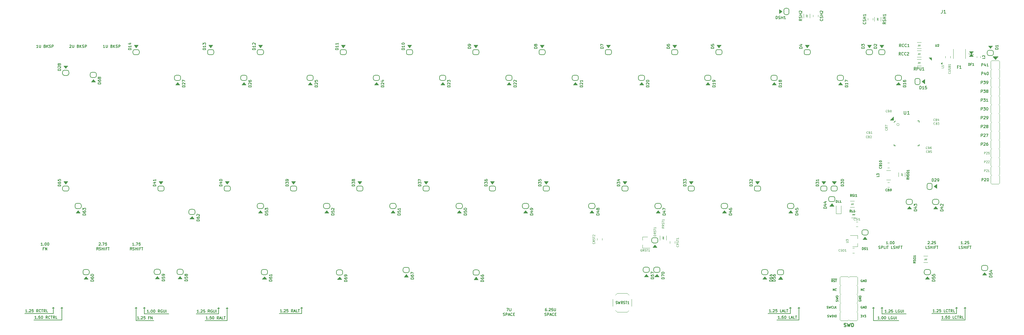
<source format=gbr>
G04 #@! TF.GenerationSoftware,KiCad,Pcbnew,(5.1.9)-1*
G04 #@! TF.CreationDate,2021-02-12T10:27:05+09:00*
G04 #@! TF.ProjectId,Joker60-NoArrows,4a6f6b65-7236-4302-9d4e-6f4172726f77,pre-Alpha*
G04 #@! TF.SameCoordinates,Original*
G04 #@! TF.FileFunction,Legend,Top*
G04 #@! TF.FilePolarity,Positive*
%FSLAX46Y46*%
G04 Gerber Fmt 4.6, Leading zero omitted, Abs format (unit mm)*
G04 Created by KiCad (PCBNEW (5.1.9)-1) date 2021-02-12 10:27:05*
%MOMM*%
%LPD*%
G01*
G04 APERTURE LIST*
%ADD10C,0.190500*%
%ADD11C,0.150000*%
%ADD12C,0.100000*%
%ADD13C,0.160000*%
%ADD14C,0.120000*%
%ADD15C,0.200000*%
%ADD16C,0.127000*%
%ADD17C,0.158750*%
%ADD18C,0.199898*%
%ADD19C,0.250000*%
G04 APERTURE END LIST*
D10*
X96675678Y-95253839D02*
X96240250Y-95253839D01*
X96457964Y-95253839D02*
X96457964Y-94491839D01*
X96385392Y-94600696D01*
X96312821Y-94673267D01*
X96240250Y-94709553D01*
X97002250Y-94491839D02*
X97002250Y-95108696D01*
X97038535Y-95181267D01*
X97074821Y-95217553D01*
X97147392Y-95253839D01*
X97292535Y-95253839D01*
X97365107Y-95217553D01*
X97401392Y-95181267D01*
X97437678Y-95108696D01*
X97437678Y-94491839D01*
X98635107Y-94854696D02*
X98743964Y-94890982D01*
X98780250Y-94927267D01*
X98816535Y-94999839D01*
X98816535Y-95108696D01*
X98780250Y-95181267D01*
X98743964Y-95217553D01*
X98671392Y-95253839D01*
X98381107Y-95253839D01*
X98381107Y-94491839D01*
X98635107Y-94491839D01*
X98707678Y-94528125D01*
X98743964Y-94564410D01*
X98780250Y-94636982D01*
X98780250Y-94709553D01*
X98743964Y-94782125D01*
X98707678Y-94818410D01*
X98635107Y-94854696D01*
X98381107Y-94854696D01*
X99143107Y-95253839D02*
X99143107Y-94491839D01*
X99578535Y-95253839D02*
X99251964Y-94818410D01*
X99578535Y-94491839D02*
X99143107Y-94927267D01*
X99868821Y-95217553D02*
X99977678Y-95253839D01*
X100159107Y-95253839D01*
X100231678Y-95217553D01*
X100267964Y-95181267D01*
X100304250Y-95108696D01*
X100304250Y-95036125D01*
X100267964Y-94963553D01*
X100231678Y-94927267D01*
X100159107Y-94890982D01*
X100013964Y-94854696D01*
X99941392Y-94818410D01*
X99905107Y-94782125D01*
X99868821Y-94709553D01*
X99868821Y-94636982D01*
X99905107Y-94564410D01*
X99941392Y-94528125D01*
X100013964Y-94491839D01*
X100195392Y-94491839D01*
X100304250Y-94528125D01*
X100630821Y-95253839D02*
X100630821Y-94491839D01*
X100921107Y-94491839D01*
X100993678Y-94528125D01*
X101029964Y-94564410D01*
X101066250Y-94636982D01*
X101066250Y-94745839D01*
X101029964Y-94818410D01*
X100993678Y-94854696D01*
X100921107Y-94890982D01*
X100630821Y-94890982D01*
X77498678Y-95253839D02*
X77063250Y-95253839D01*
X77280964Y-95253839D02*
X77280964Y-94491839D01*
X77208392Y-94600696D01*
X77135821Y-94673267D01*
X77063250Y-94709553D01*
X77825250Y-94491839D02*
X77825250Y-95108696D01*
X77861535Y-95181267D01*
X77897821Y-95217553D01*
X77970392Y-95253839D01*
X78115535Y-95253839D01*
X78188107Y-95217553D01*
X78224392Y-95181267D01*
X78260678Y-95108696D01*
X78260678Y-94491839D01*
X79458107Y-94854696D02*
X79566964Y-94890982D01*
X79603250Y-94927267D01*
X79639535Y-94999839D01*
X79639535Y-95108696D01*
X79603250Y-95181267D01*
X79566964Y-95217553D01*
X79494392Y-95253839D01*
X79204107Y-95253839D01*
X79204107Y-94491839D01*
X79458107Y-94491839D01*
X79530678Y-94528125D01*
X79566964Y-94564410D01*
X79603250Y-94636982D01*
X79603250Y-94709553D01*
X79566964Y-94782125D01*
X79530678Y-94818410D01*
X79458107Y-94854696D01*
X79204107Y-94854696D01*
X79966107Y-95253839D02*
X79966107Y-94491839D01*
X80401535Y-95253839D02*
X80074964Y-94818410D01*
X80401535Y-94491839D02*
X79966107Y-94927267D01*
X80691821Y-95217553D02*
X80800678Y-95253839D01*
X80982107Y-95253839D01*
X81054678Y-95217553D01*
X81090964Y-95181267D01*
X81127250Y-95108696D01*
X81127250Y-95036125D01*
X81090964Y-94963553D01*
X81054678Y-94927267D01*
X80982107Y-94890982D01*
X80836964Y-94854696D01*
X80764392Y-94818410D01*
X80728107Y-94782125D01*
X80691821Y-94709553D01*
X80691821Y-94636982D01*
X80728107Y-94564410D01*
X80764392Y-94528125D01*
X80836964Y-94491839D01*
X81018392Y-94491839D01*
X81127250Y-94528125D01*
X81453821Y-95253839D02*
X81453821Y-94491839D01*
X81744107Y-94491839D01*
X81816678Y-94528125D01*
X81852964Y-94564410D01*
X81889250Y-94636982D01*
X81889250Y-94745839D01*
X81852964Y-94818410D01*
X81816678Y-94854696D01*
X81744107Y-94890982D01*
X81453821Y-94890982D01*
X86588250Y-94564410D02*
X86624535Y-94528125D01*
X86697107Y-94491839D01*
X86878535Y-94491839D01*
X86951107Y-94528125D01*
X86987392Y-94564410D01*
X87023678Y-94636982D01*
X87023678Y-94709553D01*
X86987392Y-94818410D01*
X86551964Y-95253839D01*
X87023678Y-95253839D01*
X87350250Y-94491839D02*
X87350250Y-95108696D01*
X87386535Y-95181267D01*
X87422821Y-95217553D01*
X87495392Y-95253839D01*
X87640535Y-95253839D01*
X87713107Y-95217553D01*
X87749392Y-95181267D01*
X87785678Y-95108696D01*
X87785678Y-94491839D01*
X88983107Y-94854696D02*
X89091964Y-94890982D01*
X89128250Y-94927267D01*
X89164535Y-94999839D01*
X89164535Y-95108696D01*
X89128250Y-95181267D01*
X89091964Y-95217553D01*
X89019392Y-95253839D01*
X88729107Y-95253839D01*
X88729107Y-94491839D01*
X88983107Y-94491839D01*
X89055678Y-94528125D01*
X89091964Y-94564410D01*
X89128250Y-94636982D01*
X89128250Y-94709553D01*
X89091964Y-94782125D01*
X89055678Y-94818410D01*
X88983107Y-94854696D01*
X88729107Y-94854696D01*
X89491107Y-95253839D02*
X89491107Y-94491839D01*
X89926535Y-95253839D02*
X89599964Y-94818410D01*
X89926535Y-94491839D02*
X89491107Y-94927267D01*
X90216821Y-95217553D02*
X90325678Y-95253839D01*
X90507107Y-95253839D01*
X90579678Y-95217553D01*
X90615964Y-95181267D01*
X90652250Y-95108696D01*
X90652250Y-95036125D01*
X90615964Y-94963553D01*
X90579678Y-94927267D01*
X90507107Y-94890982D01*
X90361964Y-94854696D01*
X90289392Y-94818410D01*
X90253107Y-94782125D01*
X90216821Y-94709553D01*
X90216821Y-94636982D01*
X90253107Y-94564410D01*
X90289392Y-94528125D01*
X90361964Y-94491839D01*
X90543392Y-94491839D01*
X90652250Y-94528125D01*
X90978821Y-95253839D02*
X90978821Y-94491839D01*
X91269107Y-94491839D01*
X91341678Y-94528125D01*
X91377964Y-94564410D01*
X91414250Y-94636982D01*
X91414250Y-94745839D01*
X91377964Y-94818410D01*
X91341678Y-94854696D01*
X91269107Y-94890982D01*
X90978821Y-94890982D01*
X78786821Y-152245089D02*
X78351392Y-152245089D01*
X78569107Y-152245089D02*
X78569107Y-151483089D01*
X78496535Y-151591946D01*
X78423964Y-151664517D01*
X78351392Y-151700803D01*
X79113392Y-152172517D02*
X79149678Y-152208803D01*
X79113392Y-152245089D01*
X79077107Y-152208803D01*
X79113392Y-152172517D01*
X79113392Y-152245089D01*
X79621392Y-151483089D02*
X79693964Y-151483089D01*
X79766535Y-151519375D01*
X79802821Y-151555660D01*
X79839107Y-151628232D01*
X79875392Y-151773375D01*
X79875392Y-151954803D01*
X79839107Y-152099946D01*
X79802821Y-152172517D01*
X79766535Y-152208803D01*
X79693964Y-152245089D01*
X79621392Y-152245089D01*
X79548821Y-152208803D01*
X79512535Y-152172517D01*
X79476250Y-152099946D01*
X79439964Y-151954803D01*
X79439964Y-151773375D01*
X79476250Y-151628232D01*
X79512535Y-151555660D01*
X79548821Y-151519375D01*
X79621392Y-151483089D01*
X80347107Y-151483089D02*
X80419678Y-151483089D01*
X80492250Y-151519375D01*
X80528535Y-151555660D01*
X80564821Y-151628232D01*
X80601107Y-151773375D01*
X80601107Y-151954803D01*
X80564821Y-152099946D01*
X80528535Y-152172517D01*
X80492250Y-152208803D01*
X80419678Y-152245089D01*
X80347107Y-152245089D01*
X80274535Y-152208803D01*
X80238250Y-152172517D01*
X80201964Y-152099946D01*
X80165678Y-151954803D01*
X80165678Y-151773375D01*
X80201964Y-151628232D01*
X80238250Y-151555660D01*
X80274535Y-151519375D01*
X80347107Y-151483089D01*
X79185964Y-153179446D02*
X78931964Y-153179446D01*
X78931964Y-153578589D02*
X78931964Y-152816589D01*
X79294821Y-152816589D01*
X79585107Y-153578589D02*
X79585107Y-152816589D01*
X80020535Y-153578589D01*
X80020535Y-152816589D01*
X105075821Y-152245089D02*
X104640392Y-152245089D01*
X104858107Y-152245089D02*
X104858107Y-151483089D01*
X104785535Y-151591946D01*
X104712964Y-151664517D01*
X104640392Y-151700803D01*
X105402392Y-152172517D02*
X105438678Y-152208803D01*
X105402392Y-152245089D01*
X105366107Y-152208803D01*
X105402392Y-152172517D01*
X105402392Y-152245089D01*
X105692678Y-151483089D02*
X106200678Y-151483089D01*
X105874107Y-152245089D01*
X106853821Y-151483089D02*
X106490964Y-151483089D01*
X106454678Y-151845946D01*
X106490964Y-151809660D01*
X106563535Y-151773375D01*
X106744964Y-151773375D01*
X106817535Y-151809660D01*
X106853821Y-151845946D01*
X106890107Y-151918517D01*
X106890107Y-152099946D01*
X106853821Y-152172517D01*
X106817535Y-152208803D01*
X106744964Y-152245089D01*
X106563535Y-152245089D01*
X106490964Y-152208803D01*
X106454678Y-152172517D01*
X104440821Y-153578589D02*
X104186821Y-153215732D01*
X104005392Y-153578589D02*
X104005392Y-152816589D01*
X104295678Y-152816589D01*
X104368250Y-152852875D01*
X104404535Y-152889160D01*
X104440821Y-152961732D01*
X104440821Y-153070589D01*
X104404535Y-153143160D01*
X104368250Y-153179446D01*
X104295678Y-153215732D01*
X104005392Y-153215732D01*
X104731107Y-153542303D02*
X104839964Y-153578589D01*
X105021392Y-153578589D01*
X105093964Y-153542303D01*
X105130250Y-153506017D01*
X105166535Y-153433446D01*
X105166535Y-153360875D01*
X105130250Y-153288303D01*
X105093964Y-153252017D01*
X105021392Y-153215732D01*
X104876250Y-153179446D01*
X104803678Y-153143160D01*
X104767392Y-153106875D01*
X104731107Y-153034303D01*
X104731107Y-152961732D01*
X104767392Y-152889160D01*
X104803678Y-152852875D01*
X104876250Y-152816589D01*
X105057678Y-152816589D01*
X105166535Y-152852875D01*
X105493107Y-153578589D02*
X105493107Y-152816589D01*
X105493107Y-153179446D02*
X105928535Y-153179446D01*
X105928535Y-153578589D02*
X105928535Y-152816589D01*
X106291392Y-153578589D02*
X106291392Y-152816589D01*
X106908250Y-153179446D02*
X106654250Y-153179446D01*
X106654250Y-153578589D02*
X106654250Y-152816589D01*
X107017107Y-152816589D01*
X107198535Y-152816589D02*
X107633964Y-152816589D01*
X107416250Y-153578589D02*
X107416250Y-152816589D01*
X94988392Y-151555660D02*
X95024678Y-151519375D01*
X95097250Y-151483089D01*
X95278678Y-151483089D01*
X95351250Y-151519375D01*
X95387535Y-151555660D01*
X95423821Y-151628232D01*
X95423821Y-151700803D01*
X95387535Y-151809660D01*
X94952107Y-152245089D01*
X95423821Y-152245089D01*
X95750392Y-152172517D02*
X95786678Y-152208803D01*
X95750392Y-152245089D01*
X95714107Y-152208803D01*
X95750392Y-152172517D01*
X95750392Y-152245089D01*
X96040678Y-151483089D02*
X96548678Y-151483089D01*
X96222107Y-152245089D01*
X97201821Y-151483089D02*
X96838964Y-151483089D01*
X96802678Y-151845946D01*
X96838964Y-151809660D01*
X96911535Y-151773375D01*
X97092964Y-151773375D01*
X97165535Y-151809660D01*
X97201821Y-151845946D01*
X97238107Y-151918517D01*
X97238107Y-152099946D01*
X97201821Y-152172517D01*
X97165535Y-152208803D01*
X97092964Y-152245089D01*
X96911535Y-152245089D01*
X96838964Y-152208803D01*
X96802678Y-152172517D01*
X94788821Y-153578589D02*
X94534821Y-153215732D01*
X94353392Y-153578589D02*
X94353392Y-152816589D01*
X94643678Y-152816589D01*
X94716250Y-152852875D01*
X94752535Y-152889160D01*
X94788821Y-152961732D01*
X94788821Y-153070589D01*
X94752535Y-153143160D01*
X94716250Y-153179446D01*
X94643678Y-153215732D01*
X94353392Y-153215732D01*
X95079107Y-153542303D02*
X95187964Y-153578589D01*
X95369392Y-153578589D01*
X95441964Y-153542303D01*
X95478250Y-153506017D01*
X95514535Y-153433446D01*
X95514535Y-153360875D01*
X95478250Y-153288303D01*
X95441964Y-153252017D01*
X95369392Y-153215732D01*
X95224250Y-153179446D01*
X95151678Y-153143160D01*
X95115392Y-153106875D01*
X95079107Y-153034303D01*
X95079107Y-152961732D01*
X95115392Y-152889160D01*
X95151678Y-152852875D01*
X95224250Y-152816589D01*
X95405678Y-152816589D01*
X95514535Y-152852875D01*
X95841107Y-153578589D02*
X95841107Y-152816589D01*
X95841107Y-153179446D02*
X96276535Y-153179446D01*
X96276535Y-153578589D02*
X96276535Y-152816589D01*
X96639392Y-153578589D02*
X96639392Y-152816589D01*
X97256250Y-153179446D02*
X97002250Y-153179446D01*
X97002250Y-153578589D02*
X97002250Y-152816589D01*
X97365107Y-152816589D01*
X97546535Y-152816589D02*
X97981964Y-152816589D01*
X97764250Y-153578589D02*
X97764250Y-152816589D01*
X321737821Y-151864089D02*
X321302392Y-151864089D01*
X321520107Y-151864089D02*
X321520107Y-151102089D01*
X321447535Y-151210946D01*
X321374964Y-151283517D01*
X321302392Y-151319803D01*
X322064392Y-151791517D02*
X322100678Y-151827803D01*
X322064392Y-151864089D01*
X322028107Y-151827803D01*
X322064392Y-151791517D01*
X322064392Y-151864089D01*
X322572392Y-151102089D02*
X322644964Y-151102089D01*
X322717535Y-151138375D01*
X322753821Y-151174660D01*
X322790107Y-151247232D01*
X322826392Y-151392375D01*
X322826392Y-151573803D01*
X322790107Y-151718946D01*
X322753821Y-151791517D01*
X322717535Y-151827803D01*
X322644964Y-151864089D01*
X322572392Y-151864089D01*
X322499821Y-151827803D01*
X322463535Y-151791517D01*
X322427250Y-151718946D01*
X322390964Y-151573803D01*
X322390964Y-151392375D01*
X322427250Y-151247232D01*
X322463535Y-151174660D01*
X322499821Y-151138375D01*
X322572392Y-151102089D01*
X323298107Y-151102089D02*
X323370678Y-151102089D01*
X323443250Y-151138375D01*
X323479535Y-151174660D01*
X323515821Y-151247232D01*
X323552107Y-151392375D01*
X323552107Y-151573803D01*
X323515821Y-151718946D01*
X323479535Y-151791517D01*
X323443250Y-151827803D01*
X323370678Y-151864089D01*
X323298107Y-151864089D01*
X323225535Y-151827803D01*
X323189250Y-151791517D01*
X323152964Y-151718946D01*
X323116678Y-151573803D01*
X323116678Y-151392375D01*
X323152964Y-151247232D01*
X323189250Y-151174660D01*
X323225535Y-151138375D01*
X323298107Y-151102089D01*
X319070821Y-153161303D02*
X319179678Y-153197589D01*
X319361107Y-153197589D01*
X319433678Y-153161303D01*
X319469964Y-153125017D01*
X319506250Y-153052446D01*
X319506250Y-152979875D01*
X319469964Y-152907303D01*
X319433678Y-152871017D01*
X319361107Y-152834732D01*
X319215964Y-152798446D01*
X319143392Y-152762160D01*
X319107107Y-152725875D01*
X319070821Y-152653303D01*
X319070821Y-152580732D01*
X319107107Y-152508160D01*
X319143392Y-152471875D01*
X319215964Y-152435589D01*
X319397392Y-152435589D01*
X319506250Y-152471875D01*
X319832821Y-153197589D02*
X319832821Y-152435589D01*
X320123107Y-152435589D01*
X320195678Y-152471875D01*
X320231964Y-152508160D01*
X320268250Y-152580732D01*
X320268250Y-152689589D01*
X320231964Y-152762160D01*
X320195678Y-152798446D01*
X320123107Y-152834732D01*
X319832821Y-152834732D01*
X320957678Y-153197589D02*
X320594821Y-153197589D01*
X320594821Y-152435589D01*
X321211678Y-153197589D02*
X321211678Y-152435589D01*
X321465678Y-152435589D02*
X321901107Y-152435589D01*
X321683392Y-153197589D02*
X321683392Y-152435589D01*
X323098535Y-153197589D02*
X322735678Y-153197589D01*
X322735678Y-152435589D01*
X323316250Y-153161303D02*
X323425107Y-153197589D01*
X323606535Y-153197589D01*
X323679107Y-153161303D01*
X323715392Y-153125017D01*
X323751678Y-153052446D01*
X323751678Y-152979875D01*
X323715392Y-152907303D01*
X323679107Y-152871017D01*
X323606535Y-152834732D01*
X323461392Y-152798446D01*
X323388821Y-152762160D01*
X323352535Y-152725875D01*
X323316250Y-152653303D01*
X323316250Y-152580732D01*
X323352535Y-152508160D01*
X323388821Y-152471875D01*
X323461392Y-152435589D01*
X323642821Y-152435589D01*
X323751678Y-152471875D01*
X324078250Y-153197589D02*
X324078250Y-152435589D01*
X324078250Y-152798446D02*
X324513678Y-152798446D01*
X324513678Y-153197589D02*
X324513678Y-152435589D01*
X325130535Y-152798446D02*
X324876535Y-152798446D01*
X324876535Y-153197589D02*
X324876535Y-152435589D01*
X325239392Y-152435589D01*
X325420821Y-152435589D02*
X325856250Y-152435589D01*
X325638535Y-153197589D02*
X325638535Y-152435589D01*
X333240392Y-151174660D02*
X333276678Y-151138375D01*
X333349250Y-151102089D01*
X333530678Y-151102089D01*
X333603250Y-151138375D01*
X333639535Y-151174660D01*
X333675821Y-151247232D01*
X333675821Y-151319803D01*
X333639535Y-151428660D01*
X333204107Y-151864089D01*
X333675821Y-151864089D01*
X334002392Y-151791517D02*
X334038678Y-151827803D01*
X334002392Y-151864089D01*
X333966107Y-151827803D01*
X334002392Y-151791517D01*
X334002392Y-151864089D01*
X334328964Y-151174660D02*
X334365250Y-151138375D01*
X334437821Y-151102089D01*
X334619250Y-151102089D01*
X334691821Y-151138375D01*
X334728107Y-151174660D01*
X334764392Y-151247232D01*
X334764392Y-151319803D01*
X334728107Y-151428660D01*
X334292678Y-151864089D01*
X334764392Y-151864089D01*
X335453821Y-151102089D02*
X335090964Y-151102089D01*
X335054678Y-151464946D01*
X335090964Y-151428660D01*
X335163535Y-151392375D01*
X335344964Y-151392375D01*
X335417535Y-151428660D01*
X335453821Y-151464946D01*
X335490107Y-151537517D01*
X335490107Y-151718946D01*
X335453821Y-151791517D01*
X335417535Y-151827803D01*
X335344964Y-151864089D01*
X335163535Y-151864089D01*
X335090964Y-151827803D01*
X335054678Y-151791517D01*
X333040821Y-153197589D02*
X332677964Y-153197589D01*
X332677964Y-152435589D01*
X333258535Y-153161303D02*
X333367392Y-153197589D01*
X333548821Y-153197589D01*
X333621392Y-153161303D01*
X333657678Y-153125017D01*
X333693964Y-153052446D01*
X333693964Y-152979875D01*
X333657678Y-152907303D01*
X333621392Y-152871017D01*
X333548821Y-152834732D01*
X333403678Y-152798446D01*
X333331107Y-152762160D01*
X333294821Y-152725875D01*
X333258535Y-152653303D01*
X333258535Y-152580732D01*
X333294821Y-152508160D01*
X333331107Y-152471875D01*
X333403678Y-152435589D01*
X333585107Y-152435589D01*
X333693964Y-152471875D01*
X334020535Y-153197589D02*
X334020535Y-152435589D01*
X334020535Y-152798446D02*
X334455964Y-152798446D01*
X334455964Y-153197589D02*
X334455964Y-152435589D01*
X334818821Y-153197589D02*
X334818821Y-152435589D01*
X335435678Y-152798446D02*
X335181678Y-152798446D01*
X335181678Y-153197589D02*
X335181678Y-152435589D01*
X335544535Y-152435589D01*
X335725964Y-152435589D02*
X336161392Y-152435589D01*
X335943678Y-153197589D02*
X335943678Y-152435589D01*
X343200821Y-151864089D02*
X342765392Y-151864089D01*
X342983107Y-151864089D02*
X342983107Y-151102089D01*
X342910535Y-151210946D01*
X342837964Y-151283517D01*
X342765392Y-151319803D01*
X343527392Y-151791517D02*
X343563678Y-151827803D01*
X343527392Y-151864089D01*
X343491107Y-151827803D01*
X343527392Y-151791517D01*
X343527392Y-151864089D01*
X343853964Y-151174660D02*
X343890250Y-151138375D01*
X343962821Y-151102089D01*
X344144250Y-151102089D01*
X344216821Y-151138375D01*
X344253107Y-151174660D01*
X344289392Y-151247232D01*
X344289392Y-151319803D01*
X344253107Y-151428660D01*
X343817678Y-151864089D01*
X344289392Y-151864089D01*
X344978821Y-151102089D02*
X344615964Y-151102089D01*
X344579678Y-151464946D01*
X344615964Y-151428660D01*
X344688535Y-151392375D01*
X344869964Y-151392375D01*
X344942535Y-151428660D01*
X344978821Y-151464946D01*
X345015107Y-151537517D01*
X345015107Y-151718946D01*
X344978821Y-151791517D01*
X344942535Y-151827803D01*
X344869964Y-151864089D01*
X344688535Y-151864089D01*
X344615964Y-151827803D01*
X344579678Y-151791517D01*
X342565821Y-153197589D02*
X342202964Y-153197589D01*
X342202964Y-152435589D01*
X342783535Y-153161303D02*
X342892392Y-153197589D01*
X343073821Y-153197589D01*
X343146392Y-153161303D01*
X343182678Y-153125017D01*
X343218964Y-153052446D01*
X343218964Y-152979875D01*
X343182678Y-152907303D01*
X343146392Y-152871017D01*
X343073821Y-152834732D01*
X342928678Y-152798446D01*
X342856107Y-152762160D01*
X342819821Y-152725875D01*
X342783535Y-152653303D01*
X342783535Y-152580732D01*
X342819821Y-152508160D01*
X342856107Y-152471875D01*
X342928678Y-152435589D01*
X343110107Y-152435589D01*
X343218964Y-152471875D01*
X343545535Y-153197589D02*
X343545535Y-152435589D01*
X343545535Y-152798446D02*
X343980964Y-152798446D01*
X343980964Y-153197589D02*
X343980964Y-152435589D01*
X344343821Y-153197589D02*
X344343821Y-152435589D01*
X344960678Y-152798446D02*
X344706678Y-152798446D01*
X344706678Y-153197589D02*
X344706678Y-152435589D01*
X345069535Y-152435589D01*
X345250964Y-152435589D02*
X345686392Y-152435589D01*
X345468678Y-153197589D02*
X345468678Y-152435589D01*
D11*
X341477250Y-170855125D02*
X341477250Y-170093125D01*
X341477250Y-170855125D02*
X341477250Y-171871125D01*
X341477250Y-170093125D02*
X341731250Y-170347125D01*
X343890250Y-170093125D02*
X343890250Y-173776125D01*
X337032250Y-173776125D02*
X343890250Y-173776125D01*
X341477250Y-170093125D02*
X341223250Y-170347125D01*
X343890250Y-170093125D02*
X344144250Y-170347125D01*
D10*
X335145392Y-171453839D02*
X334709964Y-171453839D01*
X334927678Y-171453839D02*
X334927678Y-170691839D01*
X334855107Y-170800696D01*
X334782535Y-170873267D01*
X334709964Y-170909553D01*
X335471964Y-171381267D02*
X335508250Y-171417553D01*
X335471964Y-171453839D01*
X335435678Y-171417553D01*
X335471964Y-171381267D01*
X335471964Y-171453839D01*
X335798535Y-170764410D02*
X335834821Y-170728125D01*
X335907392Y-170691839D01*
X336088821Y-170691839D01*
X336161392Y-170728125D01*
X336197678Y-170764410D01*
X336233964Y-170836982D01*
X336233964Y-170909553D01*
X336197678Y-171018410D01*
X335762250Y-171453839D01*
X336233964Y-171453839D01*
X336923392Y-170691839D02*
X336560535Y-170691839D01*
X336524250Y-171054696D01*
X336560535Y-171018410D01*
X336633107Y-170982125D01*
X336814535Y-170982125D01*
X336887107Y-171018410D01*
X336923392Y-171054696D01*
X336959678Y-171127267D01*
X336959678Y-171308696D01*
X336923392Y-171381267D01*
X336887107Y-171417553D01*
X336814535Y-171453839D01*
X336633107Y-171453839D01*
X336560535Y-171417553D01*
X336524250Y-171381267D01*
X338229678Y-171453839D02*
X337866821Y-171453839D01*
X337866821Y-170691839D01*
X338919107Y-171381267D02*
X338882821Y-171417553D01*
X338773964Y-171453839D01*
X338701392Y-171453839D01*
X338592535Y-171417553D01*
X338519964Y-171344982D01*
X338483678Y-171272410D01*
X338447392Y-171127267D01*
X338447392Y-171018410D01*
X338483678Y-170873267D01*
X338519964Y-170800696D01*
X338592535Y-170728125D01*
X338701392Y-170691839D01*
X338773964Y-170691839D01*
X338882821Y-170728125D01*
X338919107Y-170764410D01*
X339136821Y-170691839D02*
X339572250Y-170691839D01*
X339354535Y-171453839D02*
X339354535Y-170691839D01*
X340261678Y-171453839D02*
X340007678Y-171090982D01*
X339826250Y-171453839D02*
X339826250Y-170691839D01*
X340116535Y-170691839D01*
X340189107Y-170728125D01*
X340225392Y-170764410D01*
X340261678Y-170836982D01*
X340261678Y-170945839D01*
X340225392Y-171018410D01*
X340189107Y-171054696D01*
X340116535Y-171090982D01*
X339826250Y-171090982D01*
X340951107Y-171453839D02*
X340588250Y-171453839D01*
X340588250Y-170691839D01*
X337685392Y-173358839D02*
X337249964Y-173358839D01*
X337467678Y-173358839D02*
X337467678Y-172596839D01*
X337395107Y-172705696D01*
X337322535Y-172778267D01*
X337249964Y-172814553D01*
X338011964Y-173286267D02*
X338048250Y-173322553D01*
X338011964Y-173358839D01*
X337975678Y-173322553D01*
X338011964Y-173286267D01*
X338011964Y-173358839D01*
X338737678Y-172596839D02*
X338374821Y-172596839D01*
X338338535Y-172959696D01*
X338374821Y-172923410D01*
X338447392Y-172887125D01*
X338628821Y-172887125D01*
X338701392Y-172923410D01*
X338737678Y-172959696D01*
X338773964Y-173032267D01*
X338773964Y-173213696D01*
X338737678Y-173286267D01*
X338701392Y-173322553D01*
X338628821Y-173358839D01*
X338447392Y-173358839D01*
X338374821Y-173322553D01*
X338338535Y-173286267D01*
X339245678Y-172596839D02*
X339318250Y-172596839D01*
X339390821Y-172633125D01*
X339427107Y-172669410D01*
X339463392Y-172741982D01*
X339499678Y-172887125D01*
X339499678Y-173068553D01*
X339463392Y-173213696D01*
X339427107Y-173286267D01*
X339390821Y-173322553D01*
X339318250Y-173358839D01*
X339245678Y-173358839D01*
X339173107Y-173322553D01*
X339136821Y-173286267D01*
X339100535Y-173213696D01*
X339064250Y-173068553D01*
X339064250Y-172887125D01*
X339100535Y-172741982D01*
X339136821Y-172669410D01*
X339173107Y-172633125D01*
X339245678Y-172596839D01*
X340769678Y-173358839D02*
X340406821Y-173358839D01*
X340406821Y-172596839D01*
X341459107Y-173286267D02*
X341422821Y-173322553D01*
X341313964Y-173358839D01*
X341241392Y-173358839D01*
X341132535Y-173322553D01*
X341059964Y-173249982D01*
X341023678Y-173177410D01*
X340987392Y-173032267D01*
X340987392Y-172923410D01*
X341023678Y-172778267D01*
X341059964Y-172705696D01*
X341132535Y-172633125D01*
X341241392Y-172596839D01*
X341313964Y-172596839D01*
X341422821Y-172633125D01*
X341459107Y-172669410D01*
X341676821Y-172596839D02*
X342112250Y-172596839D01*
X341894535Y-173358839D02*
X341894535Y-172596839D01*
X342801678Y-173358839D02*
X342547678Y-172995982D01*
X342366250Y-173358839D02*
X342366250Y-172596839D01*
X342656535Y-172596839D01*
X342729107Y-172633125D01*
X342765392Y-172669410D01*
X342801678Y-172741982D01*
X342801678Y-172850839D01*
X342765392Y-172923410D01*
X342729107Y-172959696D01*
X342656535Y-172995982D01*
X342366250Y-172995982D01*
X343491107Y-173358839D02*
X343128250Y-173358839D01*
X343128250Y-172596839D01*
D11*
X343890250Y-170093125D02*
X343636250Y-170347125D01*
X334365250Y-171871125D02*
X340334250Y-171871125D01*
X341477250Y-171871125D02*
X340334250Y-171871125D01*
X320014250Y-170093125D02*
X319760250Y-170347125D01*
X317601250Y-170093125D02*
X317347250Y-170347125D01*
X317601250Y-170093125D02*
X317855250Y-170347125D01*
X317601250Y-170093125D02*
X317601250Y-173903125D01*
X320014250Y-170093125D02*
X320014250Y-171998125D01*
D10*
X321320535Y-171580839D02*
X320885107Y-171580839D01*
X321102821Y-171580839D02*
X321102821Y-170818839D01*
X321030250Y-170927696D01*
X320957678Y-171000267D01*
X320885107Y-171036553D01*
X321647107Y-171508267D02*
X321683392Y-171544553D01*
X321647107Y-171580839D01*
X321610821Y-171544553D01*
X321647107Y-171508267D01*
X321647107Y-171580839D01*
X321973678Y-170891410D02*
X322009964Y-170855125D01*
X322082535Y-170818839D01*
X322263964Y-170818839D01*
X322336535Y-170855125D01*
X322372821Y-170891410D01*
X322409107Y-170963982D01*
X322409107Y-171036553D01*
X322372821Y-171145410D01*
X321937392Y-171580839D01*
X322409107Y-171580839D01*
X323098535Y-170818839D02*
X322735678Y-170818839D01*
X322699392Y-171181696D01*
X322735678Y-171145410D01*
X322808250Y-171109125D01*
X322989678Y-171109125D01*
X323062250Y-171145410D01*
X323098535Y-171181696D01*
X323134821Y-171254267D01*
X323134821Y-171435696D01*
X323098535Y-171508267D01*
X323062250Y-171544553D01*
X322989678Y-171580839D01*
X322808250Y-171580839D01*
X322735678Y-171544553D01*
X322699392Y-171508267D01*
X324404821Y-171580839D02*
X324041964Y-171580839D01*
X324041964Y-170818839D01*
X325057964Y-170855125D02*
X324985392Y-170818839D01*
X324876535Y-170818839D01*
X324767678Y-170855125D01*
X324695107Y-170927696D01*
X324658821Y-171000267D01*
X324622535Y-171145410D01*
X324622535Y-171254267D01*
X324658821Y-171399410D01*
X324695107Y-171471982D01*
X324767678Y-171544553D01*
X324876535Y-171580839D01*
X324949107Y-171580839D01*
X325057964Y-171544553D01*
X325094250Y-171508267D01*
X325094250Y-171254267D01*
X324949107Y-171254267D01*
X325420821Y-170818839D02*
X325420821Y-171435696D01*
X325457107Y-171508267D01*
X325493392Y-171544553D01*
X325565964Y-171580839D01*
X325711107Y-171580839D01*
X325783678Y-171544553D01*
X325819964Y-171508267D01*
X325856250Y-171435696D01*
X325856250Y-170818839D01*
X326219107Y-171580839D02*
X326219107Y-170818839D01*
D11*
X320014250Y-170093125D02*
X320268250Y-170347125D01*
X317601250Y-173903125D02*
X324840250Y-173903125D01*
X320014250Y-171998125D02*
X326999250Y-171998125D01*
D10*
X319288535Y-173485839D02*
X318853107Y-173485839D01*
X319070821Y-173485839D02*
X319070821Y-172723839D01*
X318998250Y-172832696D01*
X318925678Y-172905267D01*
X318853107Y-172941553D01*
X319615107Y-173413267D02*
X319651392Y-173449553D01*
X319615107Y-173485839D01*
X319578821Y-173449553D01*
X319615107Y-173413267D01*
X319615107Y-173485839D01*
X320123107Y-172723839D02*
X320195678Y-172723839D01*
X320268250Y-172760125D01*
X320304535Y-172796410D01*
X320340821Y-172868982D01*
X320377107Y-173014125D01*
X320377107Y-173195553D01*
X320340821Y-173340696D01*
X320304535Y-173413267D01*
X320268250Y-173449553D01*
X320195678Y-173485839D01*
X320123107Y-173485839D01*
X320050535Y-173449553D01*
X320014250Y-173413267D01*
X319977964Y-173340696D01*
X319941678Y-173195553D01*
X319941678Y-173014125D01*
X319977964Y-172868982D01*
X320014250Y-172796410D01*
X320050535Y-172760125D01*
X320123107Y-172723839D01*
X320848821Y-172723839D02*
X320921392Y-172723839D01*
X320993964Y-172760125D01*
X321030250Y-172796410D01*
X321066535Y-172868982D01*
X321102821Y-173014125D01*
X321102821Y-173195553D01*
X321066535Y-173340696D01*
X321030250Y-173413267D01*
X320993964Y-173449553D01*
X320921392Y-173485839D01*
X320848821Y-173485839D01*
X320776250Y-173449553D01*
X320739964Y-173413267D01*
X320703678Y-173340696D01*
X320667392Y-173195553D01*
X320667392Y-173014125D01*
X320703678Y-172868982D01*
X320739964Y-172796410D01*
X320776250Y-172760125D01*
X320848821Y-172723839D01*
X322372821Y-173485839D02*
X322009964Y-173485839D01*
X322009964Y-172723839D01*
X323025964Y-172760125D02*
X322953392Y-172723839D01*
X322844535Y-172723839D01*
X322735678Y-172760125D01*
X322663107Y-172832696D01*
X322626821Y-172905267D01*
X322590535Y-173050410D01*
X322590535Y-173159267D01*
X322626821Y-173304410D01*
X322663107Y-173376982D01*
X322735678Y-173449553D01*
X322844535Y-173485839D01*
X322917107Y-173485839D01*
X323025964Y-173449553D01*
X323062250Y-173413267D01*
X323062250Y-173159267D01*
X322917107Y-173159267D01*
X323388821Y-172723839D02*
X323388821Y-173340696D01*
X323425107Y-173413267D01*
X323461392Y-173449553D01*
X323533964Y-173485839D01*
X323679107Y-173485839D01*
X323751678Y-173449553D01*
X323787964Y-173413267D01*
X323824250Y-173340696D01*
X323824250Y-172723839D01*
X324187107Y-173485839D02*
X324187107Y-172723839D01*
D11*
X287248250Y-171871125D02*
X292582250Y-171871125D01*
X296138250Y-170093125D02*
X295884250Y-170347125D01*
X289788250Y-173776125D02*
X296138250Y-173776125D01*
X293725250Y-171871125D02*
X292582250Y-171871125D01*
X296138250Y-170093125D02*
X296138250Y-173776125D01*
X293725250Y-170093125D02*
X293471250Y-170347125D01*
X293725250Y-170855125D02*
X293725250Y-170093125D01*
X296138250Y-170093125D02*
X296392250Y-170347125D01*
D10*
X290622821Y-173358839D02*
X290187392Y-173358839D01*
X290405107Y-173358839D02*
X290405107Y-172596839D01*
X290332535Y-172705696D01*
X290259964Y-172778267D01*
X290187392Y-172814553D01*
X290949392Y-173286267D02*
X290985678Y-173322553D01*
X290949392Y-173358839D01*
X290913107Y-173322553D01*
X290949392Y-173286267D01*
X290949392Y-173358839D01*
X291675107Y-172596839D02*
X291312250Y-172596839D01*
X291275964Y-172959696D01*
X291312250Y-172923410D01*
X291384821Y-172887125D01*
X291566250Y-172887125D01*
X291638821Y-172923410D01*
X291675107Y-172959696D01*
X291711392Y-173032267D01*
X291711392Y-173213696D01*
X291675107Y-173286267D01*
X291638821Y-173322553D01*
X291566250Y-173358839D01*
X291384821Y-173358839D01*
X291312250Y-173322553D01*
X291275964Y-173286267D01*
X292183107Y-172596839D02*
X292255678Y-172596839D01*
X292328250Y-172633125D01*
X292364535Y-172669410D01*
X292400821Y-172741982D01*
X292437107Y-172887125D01*
X292437107Y-173068553D01*
X292400821Y-173213696D01*
X292364535Y-173286267D01*
X292328250Y-173322553D01*
X292255678Y-173358839D01*
X292183107Y-173358839D01*
X292110535Y-173322553D01*
X292074250Y-173286267D01*
X292037964Y-173213696D01*
X292001678Y-173068553D01*
X292001678Y-172887125D01*
X292037964Y-172741982D01*
X292074250Y-172669410D01*
X292110535Y-172633125D01*
X292183107Y-172596839D01*
X293707107Y-173358839D02*
X293344250Y-173358839D01*
X293344250Y-172596839D01*
X293924821Y-173141125D02*
X294287678Y-173141125D01*
X293852250Y-173358839D02*
X294106250Y-172596839D01*
X294360250Y-173358839D01*
X294977107Y-173358839D02*
X294614250Y-173358839D01*
X294614250Y-172596839D01*
X295122250Y-172596839D02*
X295557678Y-172596839D01*
X295339964Y-173358839D02*
X295339964Y-172596839D01*
D11*
X293725250Y-170855125D02*
X293725250Y-171871125D01*
D10*
X288082821Y-171453839D02*
X287647392Y-171453839D01*
X287865107Y-171453839D02*
X287865107Y-170691839D01*
X287792535Y-170800696D01*
X287719964Y-170873267D01*
X287647392Y-170909553D01*
X288409392Y-171381267D02*
X288445678Y-171417553D01*
X288409392Y-171453839D01*
X288373107Y-171417553D01*
X288409392Y-171381267D01*
X288409392Y-171453839D01*
X288735964Y-170764410D02*
X288772250Y-170728125D01*
X288844821Y-170691839D01*
X289026250Y-170691839D01*
X289098821Y-170728125D01*
X289135107Y-170764410D01*
X289171392Y-170836982D01*
X289171392Y-170909553D01*
X289135107Y-171018410D01*
X288699678Y-171453839D01*
X289171392Y-171453839D01*
X289860821Y-170691839D02*
X289497964Y-170691839D01*
X289461678Y-171054696D01*
X289497964Y-171018410D01*
X289570535Y-170982125D01*
X289751964Y-170982125D01*
X289824535Y-171018410D01*
X289860821Y-171054696D01*
X289897107Y-171127267D01*
X289897107Y-171308696D01*
X289860821Y-171381267D01*
X289824535Y-171417553D01*
X289751964Y-171453839D01*
X289570535Y-171453839D01*
X289497964Y-171417553D01*
X289461678Y-171381267D01*
X291167107Y-171453839D02*
X290804250Y-171453839D01*
X290804250Y-170691839D01*
X291384821Y-171236125D02*
X291747678Y-171236125D01*
X291312250Y-171453839D02*
X291566250Y-170691839D01*
X291820250Y-171453839D01*
X292437107Y-171453839D02*
X292074250Y-171453839D01*
X292074250Y-170691839D01*
X292582250Y-170691839D02*
X293017678Y-170691839D01*
X292799964Y-171453839D02*
X292799964Y-170691839D01*
D11*
X293725250Y-170093125D02*
X293979250Y-170347125D01*
D10*
X223603107Y-170406089D02*
X223457964Y-170406089D01*
X223385392Y-170442375D01*
X223349107Y-170478660D01*
X223276535Y-170587517D01*
X223240250Y-170732660D01*
X223240250Y-171022946D01*
X223276535Y-171095517D01*
X223312821Y-171131803D01*
X223385392Y-171168089D01*
X223530535Y-171168089D01*
X223603107Y-171131803D01*
X223639392Y-171095517D01*
X223675678Y-171022946D01*
X223675678Y-170841517D01*
X223639392Y-170768946D01*
X223603107Y-170732660D01*
X223530535Y-170696375D01*
X223385392Y-170696375D01*
X223312821Y-170732660D01*
X223276535Y-170768946D01*
X223240250Y-170841517D01*
X224002250Y-171095517D02*
X224038535Y-171131803D01*
X224002250Y-171168089D01*
X223965964Y-171131803D01*
X224002250Y-171095517D01*
X224002250Y-171168089D01*
X224328821Y-170478660D02*
X224365107Y-170442375D01*
X224437678Y-170406089D01*
X224619107Y-170406089D01*
X224691678Y-170442375D01*
X224727964Y-170478660D01*
X224764250Y-170551232D01*
X224764250Y-170623803D01*
X224727964Y-170732660D01*
X224292535Y-171168089D01*
X224764250Y-171168089D01*
X225453678Y-170406089D02*
X225090821Y-170406089D01*
X225054535Y-170768946D01*
X225090821Y-170732660D01*
X225163392Y-170696375D01*
X225344821Y-170696375D01*
X225417392Y-170732660D01*
X225453678Y-170768946D01*
X225489964Y-170841517D01*
X225489964Y-171022946D01*
X225453678Y-171095517D01*
X225417392Y-171131803D01*
X225344821Y-171168089D01*
X225163392Y-171168089D01*
X225090821Y-171131803D01*
X225054535Y-171095517D01*
X225816535Y-170406089D02*
X225816535Y-171022946D01*
X225852821Y-171095517D01*
X225889107Y-171131803D01*
X225961678Y-171168089D01*
X226106821Y-171168089D01*
X226179392Y-171131803D01*
X226215678Y-171095517D01*
X226251964Y-171022946D01*
X226251964Y-170406089D01*
X223113250Y-172465303D02*
X223222107Y-172501589D01*
X223403535Y-172501589D01*
X223476107Y-172465303D01*
X223512392Y-172429017D01*
X223548678Y-172356446D01*
X223548678Y-172283875D01*
X223512392Y-172211303D01*
X223476107Y-172175017D01*
X223403535Y-172138732D01*
X223258392Y-172102446D01*
X223185821Y-172066160D01*
X223149535Y-172029875D01*
X223113250Y-171957303D01*
X223113250Y-171884732D01*
X223149535Y-171812160D01*
X223185821Y-171775875D01*
X223258392Y-171739589D01*
X223439821Y-171739589D01*
X223548678Y-171775875D01*
X223875250Y-172501589D02*
X223875250Y-171739589D01*
X224165535Y-171739589D01*
X224238107Y-171775875D01*
X224274392Y-171812160D01*
X224310678Y-171884732D01*
X224310678Y-171993589D01*
X224274392Y-172066160D01*
X224238107Y-172102446D01*
X224165535Y-172138732D01*
X223875250Y-172138732D01*
X224600964Y-172283875D02*
X224963821Y-172283875D01*
X224528392Y-172501589D02*
X224782392Y-171739589D01*
X225036392Y-172501589D01*
X225725821Y-172429017D02*
X225689535Y-172465303D01*
X225580678Y-172501589D01*
X225508107Y-172501589D01*
X225399250Y-172465303D01*
X225326678Y-172392732D01*
X225290392Y-172320160D01*
X225254107Y-172175017D01*
X225254107Y-172066160D01*
X225290392Y-171921017D01*
X225326678Y-171848446D01*
X225399250Y-171775875D01*
X225508107Y-171739589D01*
X225580678Y-171739589D01*
X225689535Y-171775875D01*
X225725821Y-171812160D01*
X226052392Y-172102446D02*
X226306392Y-172102446D01*
X226415250Y-172501589D02*
X226052392Y-172501589D01*
X226052392Y-171739589D01*
X226415250Y-171739589D01*
X212173107Y-170406089D02*
X212681107Y-170406089D01*
X212354535Y-171168089D01*
X212971392Y-170406089D02*
X212971392Y-171022946D01*
X213007678Y-171095517D01*
X213043964Y-171131803D01*
X213116535Y-171168089D01*
X213261678Y-171168089D01*
X213334250Y-171131803D01*
X213370535Y-171095517D01*
X213406821Y-171022946D01*
X213406821Y-170406089D01*
X211175250Y-172465303D02*
X211284107Y-172501589D01*
X211465535Y-172501589D01*
X211538107Y-172465303D01*
X211574392Y-172429017D01*
X211610678Y-172356446D01*
X211610678Y-172283875D01*
X211574392Y-172211303D01*
X211538107Y-172175017D01*
X211465535Y-172138732D01*
X211320392Y-172102446D01*
X211247821Y-172066160D01*
X211211535Y-172029875D01*
X211175250Y-171957303D01*
X211175250Y-171884732D01*
X211211535Y-171812160D01*
X211247821Y-171775875D01*
X211320392Y-171739589D01*
X211501821Y-171739589D01*
X211610678Y-171775875D01*
X211937250Y-172501589D02*
X211937250Y-171739589D01*
X212227535Y-171739589D01*
X212300107Y-171775875D01*
X212336392Y-171812160D01*
X212372678Y-171884732D01*
X212372678Y-171993589D01*
X212336392Y-172066160D01*
X212300107Y-172102446D01*
X212227535Y-172138732D01*
X211937250Y-172138732D01*
X212662964Y-172283875D02*
X213025821Y-172283875D01*
X212590392Y-172501589D02*
X212844392Y-171739589D01*
X213098392Y-172501589D01*
X213787821Y-172429017D02*
X213751535Y-172465303D01*
X213642678Y-172501589D01*
X213570107Y-172501589D01*
X213461250Y-172465303D01*
X213388678Y-172392732D01*
X213352392Y-172320160D01*
X213316107Y-172175017D01*
X213316107Y-172066160D01*
X213352392Y-171921017D01*
X213388678Y-171848446D01*
X213461250Y-171775875D01*
X213570107Y-171739589D01*
X213642678Y-171739589D01*
X213751535Y-171775875D01*
X213787821Y-171812160D01*
X214114392Y-172102446D02*
X214368392Y-172102446D01*
X214477250Y-172501589D02*
X214114392Y-172501589D01*
X214114392Y-171739589D01*
X214477250Y-171739589D01*
D11*
X146786250Y-171871125D02*
X152120250Y-171871125D01*
X153263250Y-171871125D02*
X152120250Y-171871125D01*
X153263250Y-170093125D02*
X153009250Y-170347125D01*
X153263250Y-170855125D02*
X153263250Y-170093125D01*
X153263250Y-170855125D02*
X153263250Y-171871125D01*
D10*
X147548250Y-171453839D02*
X147112821Y-171453839D01*
X147330535Y-171453839D02*
X147330535Y-170691839D01*
X147257964Y-170800696D01*
X147185392Y-170873267D01*
X147112821Y-170909553D01*
X147874821Y-171381267D02*
X147911107Y-171417553D01*
X147874821Y-171453839D01*
X147838535Y-171417553D01*
X147874821Y-171381267D01*
X147874821Y-171453839D01*
X148201392Y-170764410D02*
X148237678Y-170728125D01*
X148310250Y-170691839D01*
X148491678Y-170691839D01*
X148564250Y-170728125D01*
X148600535Y-170764410D01*
X148636821Y-170836982D01*
X148636821Y-170909553D01*
X148600535Y-171018410D01*
X148165107Y-171453839D01*
X148636821Y-171453839D01*
X149326250Y-170691839D02*
X148963392Y-170691839D01*
X148927107Y-171054696D01*
X148963392Y-171018410D01*
X149035964Y-170982125D01*
X149217392Y-170982125D01*
X149289964Y-171018410D01*
X149326250Y-171054696D01*
X149362535Y-171127267D01*
X149362535Y-171308696D01*
X149326250Y-171381267D01*
X149289964Y-171417553D01*
X149217392Y-171453839D01*
X149035964Y-171453839D01*
X148963392Y-171417553D01*
X148927107Y-171381267D01*
X150705107Y-171453839D02*
X150451107Y-171090982D01*
X150269678Y-171453839D02*
X150269678Y-170691839D01*
X150559964Y-170691839D01*
X150632535Y-170728125D01*
X150668821Y-170764410D01*
X150705107Y-170836982D01*
X150705107Y-170945839D01*
X150668821Y-171018410D01*
X150632535Y-171054696D01*
X150559964Y-171090982D01*
X150269678Y-171090982D01*
X150995392Y-171236125D02*
X151358250Y-171236125D01*
X150922821Y-171453839D02*
X151176821Y-170691839D01*
X151430821Y-171453839D01*
X152047678Y-171453839D02*
X151684821Y-171453839D01*
X151684821Y-170691839D01*
X152192821Y-170691839D02*
X152628250Y-170691839D01*
X152410535Y-171453839D02*
X152410535Y-170691839D01*
D11*
X153263250Y-170093125D02*
X153517250Y-170347125D01*
D10*
X126212250Y-173485839D02*
X125776821Y-173485839D01*
X125994535Y-173485839D02*
X125994535Y-172723839D01*
X125921964Y-172832696D01*
X125849392Y-172905267D01*
X125776821Y-172941553D01*
X126538821Y-173413267D02*
X126575107Y-173449553D01*
X126538821Y-173485839D01*
X126502535Y-173449553D01*
X126538821Y-173413267D01*
X126538821Y-173485839D01*
X127264535Y-172723839D02*
X126901678Y-172723839D01*
X126865392Y-173086696D01*
X126901678Y-173050410D01*
X126974250Y-173014125D01*
X127155678Y-173014125D01*
X127228250Y-173050410D01*
X127264535Y-173086696D01*
X127300821Y-173159267D01*
X127300821Y-173340696D01*
X127264535Y-173413267D01*
X127228250Y-173449553D01*
X127155678Y-173485839D01*
X126974250Y-173485839D01*
X126901678Y-173449553D01*
X126865392Y-173413267D01*
X127772535Y-172723839D02*
X127845107Y-172723839D01*
X127917678Y-172760125D01*
X127953964Y-172796410D01*
X127990250Y-172868982D01*
X128026535Y-173014125D01*
X128026535Y-173195553D01*
X127990250Y-173340696D01*
X127953964Y-173413267D01*
X127917678Y-173449553D01*
X127845107Y-173485839D01*
X127772535Y-173485839D01*
X127699964Y-173449553D01*
X127663678Y-173413267D01*
X127627392Y-173340696D01*
X127591107Y-173195553D01*
X127591107Y-173014125D01*
X127627392Y-172868982D01*
X127663678Y-172796410D01*
X127699964Y-172760125D01*
X127772535Y-172723839D01*
X129369107Y-173485839D02*
X129115107Y-173122982D01*
X128933678Y-173485839D02*
X128933678Y-172723839D01*
X129223964Y-172723839D01*
X129296535Y-172760125D01*
X129332821Y-172796410D01*
X129369107Y-172868982D01*
X129369107Y-172977839D01*
X129332821Y-173050410D01*
X129296535Y-173086696D01*
X129223964Y-173122982D01*
X128933678Y-173122982D01*
X129659392Y-173268125D02*
X130022250Y-173268125D01*
X129586821Y-173485839D02*
X129840821Y-172723839D01*
X130094821Y-173485839D01*
X130711678Y-173485839D02*
X130348821Y-173485839D01*
X130348821Y-172723839D01*
X130856821Y-172723839D02*
X131292250Y-172723839D01*
X131074535Y-173485839D02*
X131074535Y-172723839D01*
D11*
X122910250Y-171998125D02*
X128244250Y-171998125D01*
D10*
X123635964Y-171580839D02*
X123200535Y-171580839D01*
X123418250Y-171580839D02*
X123418250Y-170818839D01*
X123345678Y-170927696D01*
X123273107Y-171000267D01*
X123200535Y-171036553D01*
X123962535Y-171508267D02*
X123998821Y-171544553D01*
X123962535Y-171580839D01*
X123926250Y-171544553D01*
X123962535Y-171508267D01*
X123962535Y-171580839D01*
X124289107Y-170891410D02*
X124325392Y-170855125D01*
X124397964Y-170818839D01*
X124579392Y-170818839D01*
X124651964Y-170855125D01*
X124688250Y-170891410D01*
X124724535Y-170963982D01*
X124724535Y-171036553D01*
X124688250Y-171145410D01*
X124252821Y-171580839D01*
X124724535Y-171580839D01*
X125413964Y-170818839D02*
X125051107Y-170818839D01*
X125014821Y-171181696D01*
X125051107Y-171145410D01*
X125123678Y-171109125D01*
X125305107Y-171109125D01*
X125377678Y-171145410D01*
X125413964Y-171181696D01*
X125450250Y-171254267D01*
X125450250Y-171435696D01*
X125413964Y-171508267D01*
X125377678Y-171544553D01*
X125305107Y-171580839D01*
X125123678Y-171580839D01*
X125051107Y-171544553D01*
X125014821Y-171508267D01*
X126792821Y-171580839D02*
X126538821Y-171217982D01*
X126357392Y-171580839D02*
X126357392Y-170818839D01*
X126647678Y-170818839D01*
X126720250Y-170855125D01*
X126756535Y-170891410D01*
X126792821Y-170963982D01*
X126792821Y-171072839D01*
X126756535Y-171145410D01*
X126720250Y-171181696D01*
X126647678Y-171217982D01*
X126357392Y-171217982D01*
X127518535Y-170855125D02*
X127445964Y-170818839D01*
X127337107Y-170818839D01*
X127228250Y-170855125D01*
X127155678Y-170927696D01*
X127119392Y-171000267D01*
X127083107Y-171145410D01*
X127083107Y-171254267D01*
X127119392Y-171399410D01*
X127155678Y-171471982D01*
X127228250Y-171544553D01*
X127337107Y-171580839D01*
X127409678Y-171580839D01*
X127518535Y-171544553D01*
X127554821Y-171508267D01*
X127554821Y-171254267D01*
X127409678Y-171254267D01*
X127881392Y-170818839D02*
X127881392Y-171435696D01*
X127917678Y-171508267D01*
X127953964Y-171544553D01*
X128026535Y-171580839D01*
X128171678Y-171580839D01*
X128244250Y-171544553D01*
X128280535Y-171508267D01*
X128316821Y-171435696D01*
X128316821Y-170818839D01*
X128679678Y-171580839D02*
X128679678Y-170818839D01*
D11*
X129387250Y-170220125D02*
X129641250Y-170474125D01*
X131800250Y-170220125D02*
X132054250Y-170474125D01*
X129387250Y-170982125D02*
X129387250Y-171998125D01*
X131800250Y-170220125D02*
X131800250Y-173903125D01*
X129387250Y-170982125D02*
X129387250Y-170220125D01*
X131800250Y-170220125D02*
X131546250Y-170474125D01*
X129387250Y-170220125D02*
X129133250Y-170474125D01*
X125450250Y-173903125D02*
X131800250Y-173903125D01*
X129387250Y-171998125D02*
X128244250Y-171998125D01*
X105638250Y-170093125D02*
X105892250Y-170347125D01*
X105638250Y-170093125D02*
X105384250Y-170347125D01*
X105638250Y-170093125D02*
X105638250Y-173903125D01*
X108051250Y-170093125D02*
X108305250Y-170347125D01*
X108051250Y-170093125D02*
X107797250Y-170347125D01*
X108051250Y-170093125D02*
X108051250Y-171998125D01*
X84302250Y-170093125D02*
X84556250Y-170347125D01*
X84302250Y-170093125D02*
X84048250Y-170347125D01*
X84302250Y-170093125D02*
X84302250Y-173776125D01*
X81889250Y-171871125D02*
X80746250Y-171871125D01*
X81889250Y-170855125D02*
X81889250Y-171871125D01*
X81889250Y-170093125D02*
X82143250Y-170347125D01*
X81889250Y-170093125D02*
X81635250Y-170347125D01*
X81889250Y-170855125D02*
X81889250Y-170093125D01*
D10*
X109284964Y-171580839D02*
X108849535Y-171580839D01*
X109067250Y-171580839D02*
X109067250Y-170818839D01*
X108994678Y-170927696D01*
X108922107Y-171000267D01*
X108849535Y-171036553D01*
X109611535Y-171508267D02*
X109647821Y-171544553D01*
X109611535Y-171580839D01*
X109575250Y-171544553D01*
X109611535Y-171508267D01*
X109611535Y-171580839D01*
X110119535Y-170818839D02*
X110192107Y-170818839D01*
X110264678Y-170855125D01*
X110300964Y-170891410D01*
X110337250Y-170963982D01*
X110373535Y-171109125D01*
X110373535Y-171290553D01*
X110337250Y-171435696D01*
X110300964Y-171508267D01*
X110264678Y-171544553D01*
X110192107Y-171580839D01*
X110119535Y-171580839D01*
X110046964Y-171544553D01*
X110010678Y-171508267D01*
X109974392Y-171435696D01*
X109938107Y-171290553D01*
X109938107Y-171109125D01*
X109974392Y-170963982D01*
X110010678Y-170891410D01*
X110046964Y-170855125D01*
X110119535Y-170818839D01*
X110845250Y-170818839D02*
X110917821Y-170818839D01*
X110990392Y-170855125D01*
X111026678Y-170891410D01*
X111062964Y-170963982D01*
X111099250Y-171109125D01*
X111099250Y-171290553D01*
X111062964Y-171435696D01*
X111026678Y-171508267D01*
X110990392Y-171544553D01*
X110917821Y-171580839D01*
X110845250Y-171580839D01*
X110772678Y-171544553D01*
X110736392Y-171508267D01*
X110700107Y-171435696D01*
X110663821Y-171290553D01*
X110663821Y-171109125D01*
X110700107Y-170963982D01*
X110736392Y-170891410D01*
X110772678Y-170855125D01*
X110845250Y-170818839D01*
X112441821Y-171580839D02*
X112187821Y-171217982D01*
X112006392Y-171580839D02*
X112006392Y-170818839D01*
X112296678Y-170818839D01*
X112369250Y-170855125D01*
X112405535Y-170891410D01*
X112441821Y-170963982D01*
X112441821Y-171072839D01*
X112405535Y-171145410D01*
X112369250Y-171181696D01*
X112296678Y-171217982D01*
X112006392Y-171217982D01*
X113167535Y-170855125D02*
X113094964Y-170818839D01*
X112986107Y-170818839D01*
X112877250Y-170855125D01*
X112804678Y-170927696D01*
X112768392Y-171000267D01*
X112732107Y-171145410D01*
X112732107Y-171254267D01*
X112768392Y-171399410D01*
X112804678Y-171471982D01*
X112877250Y-171544553D01*
X112986107Y-171580839D01*
X113058678Y-171580839D01*
X113167535Y-171544553D01*
X113203821Y-171508267D01*
X113203821Y-171254267D01*
X113058678Y-171254267D01*
X113530392Y-170818839D02*
X113530392Y-171435696D01*
X113566678Y-171508267D01*
X113602964Y-171544553D01*
X113675535Y-171580839D01*
X113820678Y-171580839D01*
X113893250Y-171544553D01*
X113929535Y-171508267D01*
X113965821Y-171435696D01*
X113965821Y-170818839D01*
X114328678Y-171580839D02*
X114328678Y-170818839D01*
D11*
X105638250Y-173903125D02*
X110718250Y-173903125D01*
D10*
X106472821Y-173485839D02*
X106037392Y-173485839D01*
X106255107Y-173485839D02*
X106255107Y-172723839D01*
X106182535Y-172832696D01*
X106109964Y-172905267D01*
X106037392Y-172941553D01*
X106799392Y-173413267D02*
X106835678Y-173449553D01*
X106799392Y-173485839D01*
X106763107Y-173449553D01*
X106799392Y-173413267D01*
X106799392Y-173485839D01*
X107125964Y-172796410D02*
X107162250Y-172760125D01*
X107234821Y-172723839D01*
X107416250Y-172723839D01*
X107488821Y-172760125D01*
X107525107Y-172796410D01*
X107561392Y-172868982D01*
X107561392Y-172941553D01*
X107525107Y-173050410D01*
X107089678Y-173485839D01*
X107561392Y-173485839D01*
X108250821Y-172723839D02*
X107887964Y-172723839D01*
X107851678Y-173086696D01*
X107887964Y-173050410D01*
X107960535Y-173014125D01*
X108141964Y-173014125D01*
X108214535Y-173050410D01*
X108250821Y-173086696D01*
X108287107Y-173159267D01*
X108287107Y-173340696D01*
X108250821Y-173413267D01*
X108214535Y-173449553D01*
X108141964Y-173485839D01*
X107960535Y-173485839D01*
X107887964Y-173449553D01*
X107851678Y-173413267D01*
X109448250Y-173086696D02*
X109194250Y-173086696D01*
X109194250Y-173485839D02*
X109194250Y-172723839D01*
X109557107Y-172723839D01*
X109847392Y-173485839D02*
X109847392Y-172723839D01*
X110282821Y-173485839D01*
X110282821Y-172723839D01*
D11*
X108051250Y-171998125D02*
X115036250Y-171998125D01*
X76301250Y-173776125D02*
X84302250Y-173776125D01*
X73634250Y-171871125D02*
X80746250Y-171871125D01*
D10*
X77008821Y-173358839D02*
X76573392Y-173358839D01*
X76791107Y-173358839D02*
X76791107Y-172596839D01*
X76718535Y-172705696D01*
X76645964Y-172778267D01*
X76573392Y-172814553D01*
X77335392Y-173286267D02*
X77371678Y-173322553D01*
X77335392Y-173358839D01*
X77299107Y-173322553D01*
X77335392Y-173286267D01*
X77335392Y-173358839D01*
X78061107Y-172596839D02*
X77698250Y-172596839D01*
X77661964Y-172959696D01*
X77698250Y-172923410D01*
X77770821Y-172887125D01*
X77952250Y-172887125D01*
X78024821Y-172923410D01*
X78061107Y-172959696D01*
X78097392Y-173032267D01*
X78097392Y-173213696D01*
X78061107Y-173286267D01*
X78024821Y-173322553D01*
X77952250Y-173358839D01*
X77770821Y-173358839D01*
X77698250Y-173322553D01*
X77661964Y-173286267D01*
X78569107Y-172596839D02*
X78641678Y-172596839D01*
X78714250Y-172633125D01*
X78750535Y-172669410D01*
X78786821Y-172741982D01*
X78823107Y-172887125D01*
X78823107Y-173068553D01*
X78786821Y-173213696D01*
X78750535Y-173286267D01*
X78714250Y-173322553D01*
X78641678Y-173358839D01*
X78569107Y-173358839D01*
X78496535Y-173322553D01*
X78460250Y-173286267D01*
X78423964Y-173213696D01*
X78387678Y-173068553D01*
X78387678Y-172887125D01*
X78423964Y-172741982D01*
X78460250Y-172669410D01*
X78496535Y-172633125D01*
X78569107Y-172596839D01*
X80165678Y-173358839D02*
X79911678Y-172995982D01*
X79730250Y-173358839D02*
X79730250Y-172596839D01*
X80020535Y-172596839D01*
X80093107Y-172633125D01*
X80129392Y-172669410D01*
X80165678Y-172741982D01*
X80165678Y-172850839D01*
X80129392Y-172923410D01*
X80093107Y-172959696D01*
X80020535Y-172995982D01*
X79730250Y-172995982D01*
X80927678Y-173286267D02*
X80891392Y-173322553D01*
X80782535Y-173358839D01*
X80709964Y-173358839D01*
X80601107Y-173322553D01*
X80528535Y-173249982D01*
X80492250Y-173177410D01*
X80455964Y-173032267D01*
X80455964Y-172923410D01*
X80492250Y-172778267D01*
X80528535Y-172705696D01*
X80601107Y-172633125D01*
X80709964Y-172596839D01*
X80782535Y-172596839D01*
X80891392Y-172633125D01*
X80927678Y-172669410D01*
X81145392Y-172596839D02*
X81580821Y-172596839D01*
X81363107Y-173358839D02*
X81363107Y-172596839D01*
X82270250Y-173358839D02*
X82016250Y-172995982D01*
X81834821Y-173358839D02*
X81834821Y-172596839D01*
X82125107Y-172596839D01*
X82197678Y-172633125D01*
X82233964Y-172669410D01*
X82270250Y-172741982D01*
X82270250Y-172850839D01*
X82233964Y-172923410D01*
X82197678Y-172959696D01*
X82125107Y-172995982D01*
X81834821Y-172995982D01*
X82959678Y-173358839D02*
X82596821Y-173358839D01*
X82596821Y-172596839D01*
X74341821Y-171453839D02*
X73906392Y-171453839D01*
X74124107Y-171453839D02*
X74124107Y-170691839D01*
X74051535Y-170800696D01*
X73978964Y-170873267D01*
X73906392Y-170909553D01*
X74668392Y-171381267D02*
X74704678Y-171417553D01*
X74668392Y-171453839D01*
X74632107Y-171417553D01*
X74668392Y-171381267D01*
X74668392Y-171453839D01*
X74994964Y-170764410D02*
X75031250Y-170728125D01*
X75103821Y-170691839D01*
X75285250Y-170691839D01*
X75357821Y-170728125D01*
X75394107Y-170764410D01*
X75430392Y-170836982D01*
X75430392Y-170909553D01*
X75394107Y-171018410D01*
X74958678Y-171453839D01*
X75430392Y-171453839D01*
X76119821Y-170691839D02*
X75756964Y-170691839D01*
X75720678Y-171054696D01*
X75756964Y-171018410D01*
X75829535Y-170982125D01*
X76010964Y-170982125D01*
X76083535Y-171018410D01*
X76119821Y-171054696D01*
X76156107Y-171127267D01*
X76156107Y-171308696D01*
X76119821Y-171381267D01*
X76083535Y-171417553D01*
X76010964Y-171453839D01*
X75829535Y-171453839D01*
X75756964Y-171417553D01*
X75720678Y-171381267D01*
X77498678Y-171453839D02*
X77244678Y-171090982D01*
X77063250Y-171453839D02*
X77063250Y-170691839D01*
X77353535Y-170691839D01*
X77426107Y-170728125D01*
X77462392Y-170764410D01*
X77498678Y-170836982D01*
X77498678Y-170945839D01*
X77462392Y-171018410D01*
X77426107Y-171054696D01*
X77353535Y-171090982D01*
X77063250Y-171090982D01*
X78260678Y-171381267D02*
X78224392Y-171417553D01*
X78115535Y-171453839D01*
X78042964Y-171453839D01*
X77934107Y-171417553D01*
X77861535Y-171344982D01*
X77825250Y-171272410D01*
X77788964Y-171127267D01*
X77788964Y-171018410D01*
X77825250Y-170873267D01*
X77861535Y-170800696D01*
X77934107Y-170728125D01*
X78042964Y-170691839D01*
X78115535Y-170691839D01*
X78224392Y-170728125D01*
X78260678Y-170764410D01*
X78478392Y-170691839D02*
X78913821Y-170691839D01*
X78696107Y-171453839D02*
X78696107Y-170691839D01*
X79603250Y-171453839D02*
X79349250Y-171090982D01*
X79167821Y-171453839D02*
X79167821Y-170691839D01*
X79458107Y-170691839D01*
X79530678Y-170728125D01*
X79566964Y-170764410D01*
X79603250Y-170836982D01*
X79603250Y-170945839D01*
X79566964Y-171018410D01*
X79530678Y-171054696D01*
X79458107Y-171090982D01*
X79167821Y-171090982D01*
X80292678Y-171453839D02*
X79929821Y-171453839D01*
X79929821Y-170691839D01*
D12*
G36*
X352653250Y-98719125D02*
G01*
X351891250Y-97830125D01*
X353415250Y-97830125D01*
X352653250Y-98719125D01*
G37*
X352653250Y-98719125D02*
X351891250Y-97830125D01*
X353415250Y-97830125D01*
X352653250Y-98719125D01*
D13*
X348638916Y-100615029D02*
X348638916Y-99815029D01*
X348943678Y-99815029D01*
X349019869Y-99853125D01*
X349057964Y-99891220D01*
X349096059Y-99967410D01*
X349096059Y-100081696D01*
X349057964Y-100157886D01*
X349019869Y-100195982D01*
X348943678Y-100234077D01*
X348638916Y-100234077D01*
X349781773Y-100081696D02*
X349781773Y-100615029D01*
X349591297Y-99776934D02*
X349400821Y-100348363D01*
X349896059Y-100348363D01*
X350619869Y-100615029D02*
X350162726Y-100615029D01*
X350391297Y-100615029D02*
X350391297Y-99815029D01*
X350315107Y-99929315D01*
X350238916Y-100005505D01*
X350162726Y-100043601D01*
X348638916Y-103115029D02*
X348638916Y-102315029D01*
X348943678Y-102315029D01*
X349019869Y-102353125D01*
X349057964Y-102391220D01*
X349096059Y-102467410D01*
X349096059Y-102581696D01*
X349057964Y-102657886D01*
X349019869Y-102695982D01*
X348943678Y-102734077D01*
X348638916Y-102734077D01*
X349781773Y-102581696D02*
X349781773Y-103115029D01*
X349591297Y-102276934D02*
X349400821Y-102848363D01*
X349896059Y-102848363D01*
X350353202Y-102315029D02*
X350429392Y-102315029D01*
X350505583Y-102353125D01*
X350543678Y-102391220D01*
X350581773Y-102467410D01*
X350619869Y-102619791D01*
X350619869Y-102810267D01*
X350581773Y-102962648D01*
X350543678Y-103038839D01*
X350505583Y-103076934D01*
X350429392Y-103115029D01*
X350353202Y-103115029D01*
X350277011Y-103076934D01*
X350238916Y-103038839D01*
X350200821Y-102962648D01*
X350162726Y-102810267D01*
X350162726Y-102619791D01*
X350200821Y-102467410D01*
X350238916Y-102391220D01*
X350277011Y-102353125D01*
X350353202Y-102315029D01*
X348704821Y-133715029D02*
X348704821Y-132915029D01*
X349009583Y-132915029D01*
X349085773Y-132953125D01*
X349123869Y-132991220D01*
X349161964Y-133067410D01*
X349161964Y-133181696D01*
X349123869Y-133257886D01*
X349085773Y-133295982D01*
X349009583Y-133334077D01*
X348704821Y-133334077D01*
X349466726Y-132991220D02*
X349504821Y-132953125D01*
X349581011Y-132915029D01*
X349771488Y-132915029D01*
X349847678Y-132953125D01*
X349885773Y-132991220D01*
X349923869Y-133067410D01*
X349923869Y-133143601D01*
X349885773Y-133257886D01*
X349428630Y-133715029D01*
X349923869Y-133715029D01*
X350419107Y-132915029D02*
X350495297Y-132915029D01*
X350571488Y-132953125D01*
X350609583Y-132991220D01*
X350647678Y-133067410D01*
X350685773Y-133219791D01*
X350685773Y-133410267D01*
X350647678Y-133562648D01*
X350609583Y-133638839D01*
X350571488Y-133676934D01*
X350495297Y-133715029D01*
X350419107Y-133715029D01*
X350342916Y-133676934D01*
X350304821Y-133638839D01*
X350266726Y-133562648D01*
X350228630Y-133410267D01*
X350228630Y-133219791D01*
X350266726Y-133067410D01*
X350304821Y-132991220D01*
X350342916Y-132953125D01*
X350419107Y-132915029D01*
D14*
X349398250Y-130994553D02*
X349398250Y-130394553D01*
X349626821Y-130394553D01*
X349683964Y-130423125D01*
X349712535Y-130451696D01*
X349741107Y-130508839D01*
X349741107Y-130594553D01*
X349712535Y-130651696D01*
X349683964Y-130680267D01*
X349626821Y-130708839D01*
X349398250Y-130708839D01*
X349969678Y-130451696D02*
X349998250Y-130423125D01*
X350055392Y-130394553D01*
X350198250Y-130394553D01*
X350255392Y-130423125D01*
X350283964Y-130451696D01*
X350312535Y-130508839D01*
X350312535Y-130565982D01*
X350283964Y-130651696D01*
X349941107Y-130994553D01*
X350312535Y-130994553D01*
X350883964Y-130994553D02*
X350541107Y-130994553D01*
X350712535Y-130994553D02*
X350712535Y-130394553D01*
X350655392Y-130480267D01*
X350598250Y-130537410D01*
X350541107Y-130565982D01*
X349398250Y-128454553D02*
X349398250Y-127854553D01*
X349626821Y-127854553D01*
X349683964Y-127883125D01*
X349712535Y-127911696D01*
X349741107Y-127968839D01*
X349741107Y-128054553D01*
X349712535Y-128111696D01*
X349683964Y-128140267D01*
X349626821Y-128168839D01*
X349398250Y-128168839D01*
X349969678Y-127911696D02*
X349998250Y-127883125D01*
X350055392Y-127854553D01*
X350198250Y-127854553D01*
X350255392Y-127883125D01*
X350283964Y-127911696D01*
X350312535Y-127968839D01*
X350312535Y-128025982D01*
X350283964Y-128111696D01*
X349941107Y-128454553D01*
X350312535Y-128454553D01*
X350541107Y-127911696D02*
X350569678Y-127883125D01*
X350626821Y-127854553D01*
X350769678Y-127854553D01*
X350826821Y-127883125D01*
X350855392Y-127911696D01*
X350883964Y-127968839D01*
X350883964Y-128025982D01*
X350855392Y-128111696D01*
X350512535Y-128454553D01*
X350883964Y-128454553D01*
X349398250Y-125914553D02*
X349398250Y-125314553D01*
X349626821Y-125314553D01*
X349683964Y-125343125D01*
X349712535Y-125371696D01*
X349741107Y-125428839D01*
X349741107Y-125514553D01*
X349712535Y-125571696D01*
X349683964Y-125600267D01*
X349626821Y-125628839D01*
X349398250Y-125628839D01*
X349969678Y-125371696D02*
X349998250Y-125343125D01*
X350055392Y-125314553D01*
X350198250Y-125314553D01*
X350255392Y-125343125D01*
X350283964Y-125371696D01*
X350312535Y-125428839D01*
X350312535Y-125485982D01*
X350283964Y-125571696D01*
X349941107Y-125914553D01*
X350312535Y-125914553D01*
X350855392Y-125314553D02*
X350569678Y-125314553D01*
X350541107Y-125600267D01*
X350569678Y-125571696D01*
X350626821Y-125543125D01*
X350769678Y-125543125D01*
X350826821Y-125571696D01*
X350855392Y-125600267D01*
X350883964Y-125657410D01*
X350883964Y-125800267D01*
X350855392Y-125857410D01*
X350826821Y-125885982D01*
X350769678Y-125914553D01*
X350626821Y-125914553D01*
X350569678Y-125885982D01*
X350541107Y-125857410D01*
D13*
X348510916Y-123465029D02*
X348510916Y-122665029D01*
X348815678Y-122665029D01*
X348891869Y-122703125D01*
X348929964Y-122741220D01*
X348968059Y-122817410D01*
X348968059Y-122931696D01*
X348929964Y-123007886D01*
X348891869Y-123045982D01*
X348815678Y-123084077D01*
X348510916Y-123084077D01*
X349272821Y-122741220D02*
X349310916Y-122703125D01*
X349387107Y-122665029D01*
X349577583Y-122665029D01*
X349653773Y-122703125D01*
X349691869Y-122741220D01*
X349729964Y-122817410D01*
X349729964Y-122893601D01*
X349691869Y-123007886D01*
X349234726Y-123465029D01*
X349729964Y-123465029D01*
X350415678Y-122665029D02*
X350263297Y-122665029D01*
X350187107Y-122703125D01*
X350149011Y-122741220D01*
X350072821Y-122855505D01*
X350034726Y-123007886D01*
X350034726Y-123312648D01*
X350072821Y-123388839D01*
X350110916Y-123426934D01*
X350187107Y-123465029D01*
X350339488Y-123465029D01*
X350415678Y-123426934D01*
X350453773Y-123388839D01*
X350491869Y-123312648D01*
X350491869Y-123122172D01*
X350453773Y-123045982D01*
X350415678Y-123007886D01*
X350339488Y-122969791D01*
X350187107Y-122969791D01*
X350110916Y-123007886D01*
X350072821Y-123045982D01*
X350034726Y-123122172D01*
X348510916Y-120925029D02*
X348510916Y-120125029D01*
X348815678Y-120125029D01*
X348891869Y-120163125D01*
X348929964Y-120201220D01*
X348968059Y-120277410D01*
X348968059Y-120391696D01*
X348929964Y-120467886D01*
X348891869Y-120505982D01*
X348815678Y-120544077D01*
X348510916Y-120544077D01*
X349272821Y-120201220D02*
X349310916Y-120163125D01*
X349387107Y-120125029D01*
X349577583Y-120125029D01*
X349653773Y-120163125D01*
X349691869Y-120201220D01*
X349729964Y-120277410D01*
X349729964Y-120353601D01*
X349691869Y-120467886D01*
X349234726Y-120925029D01*
X349729964Y-120925029D01*
X349996630Y-120125029D02*
X350529964Y-120125029D01*
X350187107Y-120925029D01*
X348510916Y-118385029D02*
X348510916Y-117585029D01*
X348815678Y-117585029D01*
X348891869Y-117623125D01*
X348929964Y-117661220D01*
X348968059Y-117737410D01*
X348968059Y-117851696D01*
X348929964Y-117927886D01*
X348891869Y-117965982D01*
X348815678Y-118004077D01*
X348510916Y-118004077D01*
X349272821Y-117661220D02*
X349310916Y-117623125D01*
X349387107Y-117585029D01*
X349577583Y-117585029D01*
X349653773Y-117623125D01*
X349691869Y-117661220D01*
X349729964Y-117737410D01*
X349729964Y-117813601D01*
X349691869Y-117927886D01*
X349234726Y-118385029D01*
X349729964Y-118385029D01*
X350187107Y-117927886D02*
X350110916Y-117889791D01*
X350072821Y-117851696D01*
X350034726Y-117775505D01*
X350034726Y-117737410D01*
X350072821Y-117661220D01*
X350110916Y-117623125D01*
X350187107Y-117585029D01*
X350339488Y-117585029D01*
X350415678Y-117623125D01*
X350453773Y-117661220D01*
X350491869Y-117737410D01*
X350491869Y-117775505D01*
X350453773Y-117851696D01*
X350415678Y-117889791D01*
X350339488Y-117927886D01*
X350187107Y-117927886D01*
X350110916Y-117965982D01*
X350072821Y-118004077D01*
X350034726Y-118080267D01*
X350034726Y-118232648D01*
X350072821Y-118308839D01*
X350110916Y-118346934D01*
X350187107Y-118385029D01*
X350339488Y-118385029D01*
X350415678Y-118346934D01*
X350453773Y-118308839D01*
X350491869Y-118232648D01*
X350491869Y-118080267D01*
X350453773Y-118004077D01*
X350415678Y-117965982D01*
X350339488Y-117927886D01*
X348510916Y-115845029D02*
X348510916Y-115045029D01*
X348815678Y-115045029D01*
X348891869Y-115083125D01*
X348929964Y-115121220D01*
X348968059Y-115197410D01*
X348968059Y-115311696D01*
X348929964Y-115387886D01*
X348891869Y-115425982D01*
X348815678Y-115464077D01*
X348510916Y-115464077D01*
X349272821Y-115121220D02*
X349310916Y-115083125D01*
X349387107Y-115045029D01*
X349577583Y-115045029D01*
X349653773Y-115083125D01*
X349691869Y-115121220D01*
X349729964Y-115197410D01*
X349729964Y-115273601D01*
X349691869Y-115387886D01*
X349234726Y-115845029D01*
X349729964Y-115845029D01*
X350110916Y-115845029D02*
X350263297Y-115845029D01*
X350339488Y-115806934D01*
X350377583Y-115768839D01*
X350453773Y-115654553D01*
X350491869Y-115502172D01*
X350491869Y-115197410D01*
X350453773Y-115121220D01*
X350415678Y-115083125D01*
X350339488Y-115045029D01*
X350187107Y-115045029D01*
X350110916Y-115083125D01*
X350072821Y-115121220D01*
X350034726Y-115197410D01*
X350034726Y-115387886D01*
X350072821Y-115464077D01*
X350110916Y-115502172D01*
X350187107Y-115540267D01*
X350339488Y-115540267D01*
X350415678Y-115502172D01*
X350453773Y-115464077D01*
X350491869Y-115387886D01*
X348510916Y-113305029D02*
X348510916Y-112505029D01*
X348815678Y-112505029D01*
X348891869Y-112543125D01*
X348929964Y-112581220D01*
X348968059Y-112657410D01*
X348968059Y-112771696D01*
X348929964Y-112847886D01*
X348891869Y-112885982D01*
X348815678Y-112924077D01*
X348510916Y-112924077D01*
X349234726Y-112505029D02*
X349729964Y-112505029D01*
X349463297Y-112809791D01*
X349577583Y-112809791D01*
X349653773Y-112847886D01*
X349691869Y-112885982D01*
X349729964Y-112962172D01*
X349729964Y-113152648D01*
X349691869Y-113228839D01*
X349653773Y-113266934D01*
X349577583Y-113305029D01*
X349349011Y-113305029D01*
X349272821Y-113266934D01*
X349234726Y-113228839D01*
X350225202Y-112505029D02*
X350301392Y-112505029D01*
X350377583Y-112543125D01*
X350415678Y-112581220D01*
X350453773Y-112657410D01*
X350491869Y-112809791D01*
X350491869Y-113000267D01*
X350453773Y-113152648D01*
X350415678Y-113228839D01*
X350377583Y-113266934D01*
X350301392Y-113305029D01*
X350225202Y-113305029D01*
X350149011Y-113266934D01*
X350110916Y-113228839D01*
X350072821Y-113152648D01*
X350034726Y-113000267D01*
X350034726Y-112809791D01*
X350072821Y-112657410D01*
X350110916Y-112581220D01*
X350149011Y-112543125D01*
X350225202Y-112505029D01*
X348510916Y-110765029D02*
X348510916Y-109965029D01*
X348815678Y-109965029D01*
X348891869Y-110003125D01*
X348929964Y-110041220D01*
X348968059Y-110117410D01*
X348968059Y-110231696D01*
X348929964Y-110307886D01*
X348891869Y-110345982D01*
X348815678Y-110384077D01*
X348510916Y-110384077D01*
X349234726Y-109965029D02*
X349729964Y-109965029D01*
X349463297Y-110269791D01*
X349577583Y-110269791D01*
X349653773Y-110307886D01*
X349691869Y-110345982D01*
X349729964Y-110422172D01*
X349729964Y-110612648D01*
X349691869Y-110688839D01*
X349653773Y-110726934D01*
X349577583Y-110765029D01*
X349349011Y-110765029D01*
X349272821Y-110726934D01*
X349234726Y-110688839D01*
X350491869Y-110765029D02*
X350034726Y-110765029D01*
X350263297Y-110765029D02*
X350263297Y-109965029D01*
X350187107Y-110079315D01*
X350110916Y-110155505D01*
X350034726Y-110193601D01*
X348510916Y-108225029D02*
X348510916Y-107425029D01*
X348815678Y-107425029D01*
X348891869Y-107463125D01*
X348929964Y-107501220D01*
X348968059Y-107577410D01*
X348968059Y-107691696D01*
X348929964Y-107767886D01*
X348891869Y-107805982D01*
X348815678Y-107844077D01*
X348510916Y-107844077D01*
X349234726Y-107425029D02*
X349729964Y-107425029D01*
X349463297Y-107729791D01*
X349577583Y-107729791D01*
X349653773Y-107767886D01*
X349691869Y-107805982D01*
X349729964Y-107882172D01*
X349729964Y-108072648D01*
X349691869Y-108148839D01*
X349653773Y-108186934D01*
X349577583Y-108225029D01*
X349349011Y-108225029D01*
X349272821Y-108186934D01*
X349234726Y-108148839D01*
X350187107Y-107767886D02*
X350110916Y-107729791D01*
X350072821Y-107691696D01*
X350034726Y-107615505D01*
X350034726Y-107577410D01*
X350072821Y-107501220D01*
X350110916Y-107463125D01*
X350187107Y-107425029D01*
X350339488Y-107425029D01*
X350415678Y-107463125D01*
X350453773Y-107501220D01*
X350491869Y-107577410D01*
X350491869Y-107615505D01*
X350453773Y-107691696D01*
X350415678Y-107729791D01*
X350339488Y-107767886D01*
X350187107Y-107767886D01*
X350110916Y-107805982D01*
X350072821Y-107844077D01*
X350034726Y-107920267D01*
X350034726Y-108072648D01*
X350072821Y-108148839D01*
X350110916Y-108186934D01*
X350187107Y-108225029D01*
X350339488Y-108225029D01*
X350415678Y-108186934D01*
X350453773Y-108148839D01*
X350491869Y-108072648D01*
X350491869Y-107920267D01*
X350453773Y-107844077D01*
X350415678Y-107805982D01*
X350339488Y-107767886D01*
X348510916Y-105685029D02*
X348510916Y-104885029D01*
X348815678Y-104885029D01*
X348891869Y-104923125D01*
X348929964Y-104961220D01*
X348968059Y-105037410D01*
X348968059Y-105151696D01*
X348929964Y-105227886D01*
X348891869Y-105265982D01*
X348815678Y-105304077D01*
X348510916Y-105304077D01*
X349234726Y-104885029D02*
X349729964Y-104885029D01*
X349463297Y-105189791D01*
X349577583Y-105189791D01*
X349653773Y-105227886D01*
X349691869Y-105265982D01*
X349729964Y-105342172D01*
X349729964Y-105532648D01*
X349691869Y-105608839D01*
X349653773Y-105646934D01*
X349577583Y-105685029D01*
X349349011Y-105685029D01*
X349272821Y-105646934D01*
X349234726Y-105608839D01*
X350110916Y-105685029D02*
X350263297Y-105685029D01*
X350339488Y-105646934D01*
X350377583Y-105608839D01*
X350453773Y-105494553D01*
X350491869Y-105342172D01*
X350491869Y-105037410D01*
X350453773Y-104961220D01*
X350415678Y-104923125D01*
X350339488Y-104885029D01*
X350187107Y-104885029D01*
X350110916Y-104923125D01*
X350072821Y-104961220D01*
X350034726Y-105037410D01*
X350034726Y-105227886D01*
X350072821Y-105304077D01*
X350110916Y-105342172D01*
X350187107Y-105380267D01*
X350339488Y-105380267D01*
X350415678Y-105342172D01*
X350453773Y-105304077D01*
X350491869Y-105227886D01*
D15*
X255720800Y-160034400D02*
X254920800Y-160034400D01*
X256220800Y-159034438D02*
X256220800Y-159534400D01*
X255720800Y-158534400D02*
X254920800Y-158534400D01*
X254420800Y-159534362D02*
X254420800Y-159034400D01*
D12*
G36*
X255320800Y-160534400D02*
G01*
X255920800Y-161334400D01*
X254720800Y-161334400D01*
X255320800Y-160534400D01*
G37*
X255320800Y-160534400D02*
X255920800Y-161334400D01*
X254720800Y-161334400D01*
X255320800Y-160534400D01*
D15*
X254920800Y-160034400D02*
G75*
G02*
X254420800Y-159534400I0J500000D01*
G01*
X254420800Y-159034400D02*
G75*
G02*
X254920800Y-158534400I500000J0D01*
G01*
X255720800Y-158534400D02*
G75*
G02*
X256220800Y-159034400I0J-500000D01*
G01*
X256220800Y-159534400D02*
G75*
G02*
X255720800Y-160034400I-500000J0D01*
G01*
X164534800Y-160796400D02*
X163734800Y-160796400D01*
X165034800Y-159796438D02*
X165034800Y-160296400D01*
X164534800Y-159296400D02*
X163734800Y-159296400D01*
X163234800Y-160296362D02*
X163234800Y-159796400D01*
D12*
G36*
X164134800Y-161296400D02*
G01*
X164734800Y-162096400D01*
X163534800Y-162096400D01*
X164134800Y-161296400D01*
G37*
X164134800Y-161296400D02*
X164734800Y-162096400D01*
X163534800Y-162096400D01*
X164134800Y-161296400D01*
D15*
X163734800Y-160796400D02*
G75*
G02*
X163234800Y-160296400I0J500000D01*
G01*
X163234800Y-159796400D02*
G75*
G02*
X163734800Y-159296400I500000J0D01*
G01*
X164534800Y-159296400D02*
G75*
G02*
X165034800Y-159796400I0J-500000D01*
G01*
X165034800Y-160296400D02*
G75*
G02*
X164534800Y-160796400I-500000J0D01*
G01*
D12*
G36*
X93357350Y-104384645D02*
G01*
X93957350Y-105184645D01*
X92757350Y-105184645D01*
X93357350Y-104384645D01*
G37*
X93357350Y-104384645D02*
X93957350Y-105184645D01*
X92757350Y-105184645D01*
X93357350Y-104384645D01*
D15*
X92457350Y-103384607D02*
X92457350Y-102884645D01*
X93757350Y-102384645D02*
X92957350Y-102384645D01*
X94257350Y-102884683D02*
X94257350Y-103384645D01*
X93757350Y-103884645D02*
X92957350Y-103884645D01*
X92957350Y-103884645D02*
G75*
G02*
X92457350Y-103384645I0J500000D01*
G01*
X92457350Y-102884645D02*
G75*
G02*
X92957350Y-102384645I500000J0D01*
G01*
X93757350Y-102384645D02*
G75*
G02*
X94257350Y-102884645I0J-500000D01*
G01*
X94257350Y-103384645D02*
G75*
G02*
X93757350Y-103884645I-500000J0D01*
G01*
D12*
G36*
X183286400Y-160585200D02*
G01*
X183886400Y-161385200D01*
X182686400Y-161385200D01*
X183286400Y-160585200D01*
G37*
X183286400Y-160585200D02*
X183886400Y-161385200D01*
X182686400Y-161385200D01*
X183286400Y-160585200D01*
D15*
X182386400Y-159585162D02*
X182386400Y-159085200D01*
X183686400Y-158585200D02*
X182886400Y-158585200D01*
X184186400Y-159085238D02*
X184186400Y-159585200D01*
X183686400Y-160085200D02*
X182886400Y-160085200D01*
X182886400Y-160085200D02*
G75*
G02*
X182386400Y-159585200I0J500000D01*
G01*
X182386400Y-159085200D02*
G75*
G02*
X182886400Y-158585200I500000J0D01*
G01*
X183686400Y-158585200D02*
G75*
G02*
X184186400Y-159085200I0J-500000D01*
G01*
X184186400Y-159585200D02*
G75*
G02*
X183686400Y-160085200I-500000J0D01*
G01*
D12*
G36*
X203390150Y-161316205D02*
G01*
X203990150Y-162116205D01*
X202790150Y-162116205D01*
X203390150Y-161316205D01*
G37*
X203390150Y-161316205D02*
X203990150Y-162116205D01*
X202790150Y-162116205D01*
X203390150Y-161316205D01*
D15*
X202490150Y-160316167D02*
X202490150Y-159816205D01*
X203790150Y-159316205D02*
X202990150Y-159316205D01*
X204290150Y-159816243D02*
X204290150Y-160316205D01*
X203790150Y-160816205D02*
X202990150Y-160816205D01*
X202990150Y-160816205D02*
G75*
G02*
X202490150Y-160316205I0J500000D01*
G01*
X202490150Y-159816205D02*
G75*
G02*
X202990150Y-159316205I500000J0D01*
G01*
X203790150Y-159316205D02*
G75*
G02*
X204290150Y-159816205I0J-500000D01*
G01*
X204290150Y-160316205D02*
G75*
G02*
X203790150Y-160816205I-500000J0D01*
G01*
D12*
G36*
X286338930Y-161217145D02*
G01*
X286938930Y-162017145D01*
X285738930Y-162017145D01*
X286338930Y-161217145D01*
G37*
X286338930Y-161217145D02*
X286938930Y-162017145D01*
X285738930Y-162017145D01*
X286338930Y-161217145D01*
D15*
X285438930Y-160217107D02*
X285438930Y-159717145D01*
X286738930Y-159217145D02*
X285938930Y-159217145D01*
X287238930Y-159717183D02*
X287238930Y-160217145D01*
X286738930Y-160717145D02*
X285938930Y-160717145D01*
X285938930Y-160717145D02*
G75*
G02*
X285438930Y-160217145I0J500000D01*
G01*
X285438930Y-159717145D02*
G75*
G02*
X285938930Y-159217145I500000J0D01*
G01*
X286738930Y-159217145D02*
G75*
G02*
X287238930Y-159717145I0J-500000D01*
G01*
X287238930Y-160217145D02*
G75*
G02*
X286738930Y-160717145I-500000J0D01*
G01*
D12*
G36*
X336976250Y-99811125D02*
G01*
X337276250Y-99511125D01*
X337276250Y-100111125D01*
X336976250Y-99811125D01*
G37*
X336976250Y-99811125D02*
X337276250Y-99511125D01*
X337276250Y-100111125D01*
X336976250Y-99811125D01*
D14*
X326639250Y-131264061D02*
X326639250Y-132468189D01*
X324819250Y-131264061D02*
X324819250Y-132468189D01*
D12*
X325529250Y-131516125D02*
X325929250Y-131616125D01*
X325929250Y-131616125D02*
X325529250Y-131716125D01*
X325529250Y-131716125D02*
X325929250Y-131816125D01*
X325929250Y-131816125D02*
X325529250Y-131916125D01*
X325529250Y-131916125D02*
X325929250Y-132016125D01*
X325929250Y-132016125D02*
X325529250Y-132116125D01*
X325529250Y-132116125D02*
X325929250Y-132216125D01*
D14*
X321317186Y-130633125D02*
X322521314Y-130633125D01*
X321317186Y-133353125D02*
X322521314Y-133353125D01*
X322177828Y-129909125D02*
X321660672Y-129909125D01*
X322177828Y-128489125D02*
X321660672Y-128489125D01*
X322177828Y-135520901D02*
X321660672Y-135520901D01*
X322177828Y-134100901D02*
X321660672Y-134100901D01*
X312107314Y-141285125D02*
X310903186Y-141285125D01*
X312107314Y-139465125D02*
X310903186Y-139465125D01*
D12*
X311855250Y-140175125D02*
X311755250Y-140575125D01*
X311755250Y-140575125D02*
X311655250Y-140175125D01*
X311655250Y-140175125D02*
X311555250Y-140575125D01*
X311555250Y-140575125D02*
X311455250Y-140175125D01*
X311455250Y-140175125D02*
X311355250Y-140575125D01*
X311355250Y-140575125D02*
X311255250Y-140175125D01*
X311255250Y-140175125D02*
X311155250Y-140575125D01*
D14*
X306833250Y-140845125D02*
X306833250Y-143130125D01*
X306833250Y-143130125D02*
X308303250Y-143130125D01*
X308303250Y-143130125D02*
X308303250Y-140845125D01*
D11*
X330286170Y-123538245D02*
X330736170Y-123538245D01*
X330736170Y-123538245D02*
X330736170Y-123088245D01*
X323966170Y-123538245D02*
X323516170Y-123538245D01*
X323516170Y-123538245D02*
X323516170Y-123088245D01*
X330286170Y-116318245D02*
X330736170Y-116318245D01*
X330736170Y-116318245D02*
X330736170Y-116768245D01*
D12*
G36*
X323376170Y-116178245D02*
G01*
X323376170Y-115178245D01*
X322376170Y-116178245D01*
X323376170Y-116178245D01*
G37*
X323376170Y-116178245D02*
X323376170Y-115178245D01*
X322376170Y-116178245D01*
X323376170Y-116178245D01*
D11*
X323516170Y-116768245D02*
X323966170Y-116318245D01*
D12*
X324979723Y-117428245D02*
G75*
G03*
X324979723Y-117428245I-353553J0D01*
G01*
D14*
X347266250Y-98115904D02*
X347266250Y-97790346D01*
X348286250Y-98115904D02*
X348286250Y-97790346D01*
D12*
G36*
X345676250Y-97103125D02*
G01*
X346276250Y-97814125D01*
X345076250Y-97814125D01*
X345676250Y-97103125D01*
G37*
X345676250Y-97103125D02*
X346276250Y-97814125D01*
X345076250Y-97814125D01*
X345676250Y-97103125D01*
G36*
X345676250Y-97103125D02*
G01*
X345076250Y-96392125D01*
X346276250Y-96392125D01*
X345676250Y-97103125D01*
G37*
X345676250Y-97103125D02*
X345076250Y-96392125D01*
X346276250Y-96392125D01*
X345676250Y-97103125D01*
D14*
X346311250Y-97103125D02*
X345041250Y-97103125D01*
X345041250Y-97103125D02*
X345041250Y-96849125D01*
X346311250Y-97103125D02*
X346311250Y-97357125D01*
X331985186Y-155340125D02*
X333189314Y-155340125D01*
X331985186Y-157160125D02*
X333189314Y-157160125D01*
D12*
X332237250Y-156450125D02*
X332337250Y-156050125D01*
X332337250Y-156050125D02*
X332437250Y-156450125D01*
X332437250Y-156450125D02*
X332537250Y-156050125D01*
X332537250Y-156050125D02*
X332637250Y-156450125D01*
X332637250Y-156450125D02*
X332737250Y-156050125D01*
X332737250Y-156050125D02*
X332837250Y-156450125D01*
X332837250Y-156450125D02*
X332937250Y-156050125D01*
D14*
X312477564Y-144267600D02*
X311273436Y-144267600D01*
X312477564Y-142447600D02*
X311273436Y-142447600D01*
D12*
X312225500Y-143157600D02*
X312125500Y-143557600D01*
X312125500Y-143557600D02*
X312025500Y-143157600D01*
X312025500Y-143157600D02*
X311925500Y-143557600D01*
X311925500Y-143557600D02*
X311825500Y-143157600D01*
X311825500Y-143157600D02*
X311725500Y-143557600D01*
X311725500Y-143557600D02*
X311625500Y-143157600D01*
X311625500Y-143157600D02*
X311525500Y-143557600D01*
D14*
X330080186Y-98698125D02*
X331284314Y-98698125D01*
X330080186Y-100518125D02*
X331284314Y-100518125D01*
D12*
X330332250Y-99808125D02*
X330432250Y-99408125D01*
X330432250Y-99408125D02*
X330532250Y-99808125D01*
X330532250Y-99808125D02*
X330632250Y-99408125D01*
X330632250Y-99408125D02*
X330732250Y-99808125D01*
X330732250Y-99808125D02*
X330832250Y-99408125D01*
X330832250Y-99408125D02*
X330932250Y-99808125D01*
X330932250Y-99808125D02*
X331032250Y-99408125D01*
D15*
X89400170Y-141650215D02*
X88600170Y-141650215D01*
X89900170Y-140650253D02*
X89900170Y-141150215D01*
X89400170Y-140150215D02*
X88600170Y-140150215D01*
X88100170Y-141150177D02*
X88100170Y-140650215D01*
D12*
G36*
X89000170Y-142150215D02*
G01*
X89600170Y-142950215D01*
X88400170Y-142950215D01*
X89000170Y-142150215D01*
G37*
X89000170Y-142150215D02*
X89600170Y-142950215D01*
X88400170Y-142950215D01*
X89000170Y-142150215D01*
D15*
X88600170Y-141650215D02*
G75*
G02*
X88100170Y-141150215I0J500000D01*
G01*
X88100170Y-140650215D02*
G75*
G02*
X88600170Y-140150215I500000J0D01*
G01*
X89400170Y-140150215D02*
G75*
G02*
X89900170Y-140650215I0J-500000D01*
G01*
X89900170Y-141150215D02*
G75*
G02*
X89400170Y-141650215I-500000J0D01*
G01*
X122116800Y-143372000D02*
X121316800Y-143372000D01*
X122616800Y-142372038D02*
X122616800Y-142872000D01*
X122116800Y-141872000D02*
X121316800Y-141872000D01*
X120816800Y-142871962D02*
X120816800Y-142372000D01*
D12*
G36*
X121716800Y-143872000D02*
G01*
X122316800Y-144672000D01*
X121116800Y-144672000D01*
X121716800Y-143872000D01*
G37*
X121716800Y-143872000D02*
X122316800Y-144672000D01*
X121116800Y-144672000D01*
X121716800Y-143872000D01*
D15*
X121316800Y-143372000D02*
G75*
G02*
X120816800Y-142872000I0J500000D01*
G01*
X120816800Y-142372000D02*
G75*
G02*
X121316800Y-141872000I500000J0D01*
G01*
X122116800Y-141872000D02*
G75*
G02*
X122616800Y-142372000I0J-500000D01*
G01*
X122616800Y-142872000D02*
G75*
G02*
X122116800Y-143372000I-500000J0D01*
G01*
D14*
X259073230Y-151619337D02*
X259073230Y-151096833D01*
X260493230Y-151619337D02*
X260493230Y-151096833D01*
X239571600Y-150208348D02*
X239571600Y-150730852D01*
X238151600Y-150208348D02*
X238151600Y-150730852D01*
X315966250Y-87311703D02*
X315966250Y-86794547D01*
X317386250Y-87311703D02*
X317386250Y-86794547D01*
X312565148Y-145441600D02*
X313087652Y-145441600D01*
X312565148Y-146861600D02*
X313087652Y-146861600D01*
X311549148Y-153010800D02*
X312071652Y-153010800D01*
X311549148Y-154430800D02*
X312071652Y-154430800D01*
X338266250Y-98214377D02*
X338266250Y-97691873D01*
X339686250Y-98214377D02*
X339686250Y-97691873D01*
D15*
X350776250Y-96053125D02*
X351576250Y-96053125D01*
X350276250Y-97053087D02*
X350276250Y-96553125D01*
X350776250Y-97553125D02*
X351576250Y-97553125D01*
X352076250Y-96553163D02*
X352076250Y-97053125D01*
D12*
G36*
X351176250Y-95553125D02*
G01*
X350576250Y-94753125D01*
X351776250Y-94753125D01*
X351176250Y-95553125D01*
G37*
X351176250Y-95553125D02*
X350576250Y-94753125D01*
X351776250Y-94753125D01*
X351176250Y-95553125D01*
D15*
X351576250Y-96053125D02*
G75*
G02*
X352076250Y-96553125I0J-500000D01*
G01*
X352076250Y-97053125D02*
G75*
G02*
X351576250Y-97553125I-500000J0D01*
G01*
X350776250Y-97553125D02*
G75*
G02*
X350276250Y-97053125I0J500000D01*
G01*
X350276250Y-96553125D02*
G75*
G02*
X350776250Y-96053125I500000J0D01*
G01*
X319582390Y-95825015D02*
X320382390Y-95825015D01*
X319082390Y-96824977D02*
X319082390Y-96325015D01*
X319582390Y-97325015D02*
X320382390Y-97325015D01*
X320882390Y-96325053D02*
X320882390Y-96825015D01*
D12*
G36*
X319982390Y-95325015D02*
G01*
X319382390Y-94525015D01*
X320582390Y-94525015D01*
X319982390Y-95325015D01*
G37*
X319982390Y-95325015D02*
X319382390Y-94525015D01*
X320582390Y-94525015D01*
X319982390Y-95325015D01*
D15*
X320382390Y-95825015D02*
G75*
G02*
X320882390Y-96325015I0J-500000D01*
G01*
X320882390Y-96825015D02*
G75*
G02*
X320382390Y-97325015I-500000J0D01*
G01*
X319582390Y-97325015D02*
G75*
G02*
X319082390Y-96825015I0J500000D01*
G01*
X319082390Y-96325015D02*
G75*
G02*
X319582390Y-95825015I500000J0D01*
G01*
X316010500Y-95825015D02*
X316810500Y-95825015D01*
X315510500Y-96824977D02*
X315510500Y-96325015D01*
X316010500Y-97325015D02*
X316810500Y-97325015D01*
X317310500Y-96325053D02*
X317310500Y-96825015D01*
D12*
G36*
X316410500Y-95325015D02*
G01*
X315810500Y-94525015D01*
X317010500Y-94525015D01*
X316410500Y-95325015D01*
G37*
X316410500Y-95325015D02*
X315810500Y-94525015D01*
X317010500Y-94525015D01*
X316410500Y-95325015D01*
D15*
X316810500Y-95825015D02*
G75*
G02*
X317310500Y-96325015I0J-500000D01*
G01*
X317310500Y-96825015D02*
G75*
G02*
X316810500Y-97325015I-500000J0D01*
G01*
X316010500Y-97325015D02*
G75*
G02*
X315510500Y-96825015I0J500000D01*
G01*
X315510500Y-96325015D02*
G75*
G02*
X316010500Y-95825015I500000J0D01*
G01*
X298151050Y-95825015D02*
X298951050Y-95825015D01*
X297651050Y-96824977D02*
X297651050Y-96325015D01*
X298151050Y-97325015D02*
X298951050Y-97325015D01*
X299451050Y-96325053D02*
X299451050Y-96825015D01*
D12*
G36*
X298551050Y-95325015D02*
G01*
X297951050Y-94525015D01*
X299151050Y-94525015D01*
X298551050Y-95325015D01*
G37*
X298551050Y-95325015D02*
X297951050Y-94525015D01*
X299151050Y-94525015D01*
X298551050Y-95325015D01*
D15*
X298951050Y-95825015D02*
G75*
G02*
X299451050Y-96325015I0J-500000D01*
G01*
X299451050Y-96825015D02*
G75*
G02*
X298951050Y-97325015I-500000J0D01*
G01*
X298151050Y-97325015D02*
G75*
G02*
X297651050Y-96825015I0J500000D01*
G01*
X297651050Y-96325015D02*
G75*
G02*
X298151050Y-95825015I500000J0D01*
G01*
X272776250Y-95825015D02*
X273576250Y-95825015D01*
X272276250Y-96824977D02*
X272276250Y-96325015D01*
X272776250Y-97325015D02*
X273576250Y-97325015D01*
X274076250Y-96325053D02*
X274076250Y-96825015D01*
D12*
G36*
X273176250Y-95325015D02*
G01*
X272576250Y-94525015D01*
X273776250Y-94525015D01*
X273176250Y-95325015D01*
G37*
X273176250Y-95325015D02*
X272576250Y-94525015D01*
X273776250Y-94525015D01*
X273176250Y-95325015D01*
D15*
X273576250Y-95825015D02*
G75*
G02*
X274076250Y-96325015I0J-500000D01*
G01*
X274076250Y-96825015D02*
G75*
G02*
X273576250Y-97325015I-500000J0D01*
G01*
X272776250Y-97325015D02*
G75*
G02*
X272276250Y-96825015I0J500000D01*
G01*
X272276250Y-96325015D02*
G75*
G02*
X272776250Y-95825015I500000J0D01*
G01*
X260050890Y-95825015D02*
X260850890Y-95825015D01*
X259550890Y-96824977D02*
X259550890Y-96325015D01*
X260050890Y-97325015D02*
X260850890Y-97325015D01*
X261350890Y-96325053D02*
X261350890Y-96825015D01*
D12*
G36*
X260450890Y-95325015D02*
G01*
X259850890Y-94525015D01*
X261050890Y-94525015D01*
X260450890Y-95325015D01*
G37*
X260450890Y-95325015D02*
X259850890Y-94525015D01*
X261050890Y-94525015D01*
X260450890Y-95325015D01*
D15*
X260850890Y-95825015D02*
G75*
G02*
X261350890Y-96325015I0J-500000D01*
G01*
X261350890Y-96825015D02*
G75*
G02*
X260850890Y-97325015I-500000J0D01*
G01*
X260050890Y-97325015D02*
G75*
G02*
X259550890Y-96825015I0J500000D01*
G01*
X259550890Y-96325015D02*
G75*
G02*
X260050890Y-95825015I500000J0D01*
G01*
X241000810Y-95825015D02*
X241800810Y-95825015D01*
X240500810Y-96824977D02*
X240500810Y-96325015D01*
X241000810Y-97325015D02*
X241800810Y-97325015D01*
X242300810Y-96325053D02*
X242300810Y-96825015D01*
D12*
G36*
X241400810Y-95325015D02*
G01*
X240800810Y-94525015D01*
X242000810Y-94525015D01*
X241400810Y-95325015D01*
G37*
X241400810Y-95325015D02*
X240800810Y-94525015D01*
X242000810Y-94525015D01*
X241400810Y-95325015D01*
D15*
X241800810Y-95825015D02*
G75*
G02*
X242300810Y-96325015I0J-500000D01*
G01*
X242300810Y-96825015D02*
G75*
G02*
X241800810Y-97325015I-500000J0D01*
G01*
X241000810Y-97325015D02*
G75*
G02*
X240500810Y-96825015I0J500000D01*
G01*
X240500810Y-96325015D02*
G75*
G02*
X241000810Y-95825015I500000J0D01*
G01*
X221950730Y-95825015D02*
X222750730Y-95825015D01*
X221450730Y-96824977D02*
X221450730Y-96325015D01*
X221950730Y-97325015D02*
X222750730Y-97325015D01*
X223250730Y-96325053D02*
X223250730Y-96825015D01*
D12*
G36*
X222350730Y-95325015D02*
G01*
X221750730Y-94525015D01*
X222950730Y-94525015D01*
X222350730Y-95325015D01*
G37*
X222350730Y-95325015D02*
X221750730Y-94525015D01*
X222950730Y-94525015D01*
X222350730Y-95325015D01*
D15*
X222750730Y-95825015D02*
G75*
G02*
X223250730Y-96325015I0J-500000D01*
G01*
X223250730Y-96825015D02*
G75*
G02*
X222750730Y-97325015I-500000J0D01*
G01*
X221950730Y-97325015D02*
G75*
G02*
X221450730Y-96825015I0J500000D01*
G01*
X221450730Y-96325015D02*
G75*
G02*
X221950730Y-95825015I500000J0D01*
G01*
X202900650Y-95825015D02*
X203700650Y-95825015D01*
X202400650Y-96824977D02*
X202400650Y-96325015D01*
X202900650Y-97325015D02*
X203700650Y-97325015D01*
X204200650Y-96325053D02*
X204200650Y-96825015D01*
D12*
G36*
X203300650Y-95325015D02*
G01*
X202700650Y-94525015D01*
X203900650Y-94525015D01*
X203300650Y-95325015D01*
G37*
X203300650Y-95325015D02*
X202700650Y-94525015D01*
X203900650Y-94525015D01*
X203300650Y-95325015D01*
D15*
X203700650Y-95825015D02*
G75*
G02*
X204200650Y-96325015I0J-500000D01*
G01*
X204200650Y-96825015D02*
G75*
G02*
X203700650Y-97325015I-500000J0D01*
G01*
X202900650Y-97325015D02*
G75*
G02*
X202400650Y-96825015I0J500000D01*
G01*
X202400650Y-96325015D02*
G75*
G02*
X202900650Y-95825015I500000J0D01*
G01*
X183850570Y-95825015D02*
X184650570Y-95825015D01*
X183350570Y-96824977D02*
X183350570Y-96325015D01*
X183850570Y-97325015D02*
X184650570Y-97325015D01*
X185150570Y-96325053D02*
X185150570Y-96825015D01*
D12*
G36*
X184250570Y-95325015D02*
G01*
X183650570Y-94525015D01*
X184850570Y-94525015D01*
X184250570Y-95325015D01*
G37*
X184250570Y-95325015D02*
X183650570Y-94525015D01*
X184850570Y-94525015D01*
X184250570Y-95325015D01*
D15*
X184650570Y-95825015D02*
G75*
G02*
X185150570Y-96325015I0J-500000D01*
G01*
X185150570Y-96825015D02*
G75*
G02*
X184650570Y-97325015I-500000J0D01*
G01*
X183850570Y-97325015D02*
G75*
G02*
X183350570Y-96825015I0J500000D01*
G01*
X183350570Y-96325015D02*
G75*
G02*
X183850570Y-95825015I500000J0D01*
G01*
X164800490Y-95825015D02*
X165600490Y-95825015D01*
X164300490Y-96824977D02*
X164300490Y-96325015D01*
X164800490Y-97325015D02*
X165600490Y-97325015D01*
X166100490Y-96325053D02*
X166100490Y-96825015D01*
D12*
G36*
X165200490Y-95325015D02*
G01*
X164600490Y-94525015D01*
X165800490Y-94525015D01*
X165200490Y-95325015D01*
G37*
X165200490Y-95325015D02*
X164600490Y-94525015D01*
X165800490Y-94525015D01*
X165200490Y-95325015D01*
D15*
X165600490Y-95825015D02*
G75*
G02*
X166100490Y-96325015I0J-500000D01*
G01*
X166100490Y-96825015D02*
G75*
G02*
X165600490Y-97325015I-500000J0D01*
G01*
X164800490Y-97325015D02*
G75*
G02*
X164300490Y-96825015I0J500000D01*
G01*
X164300490Y-96325015D02*
G75*
G02*
X164800490Y-95825015I500000J0D01*
G01*
X140987890Y-95825015D02*
X141787890Y-95825015D01*
X140487890Y-96824977D02*
X140487890Y-96325015D01*
X140987890Y-97325015D02*
X141787890Y-97325015D01*
X142287890Y-96325053D02*
X142287890Y-96825015D01*
D12*
G36*
X141387890Y-95325015D02*
G01*
X140787890Y-94525015D01*
X141987890Y-94525015D01*
X141387890Y-95325015D01*
G37*
X141387890Y-95325015D02*
X140787890Y-94525015D01*
X141987890Y-94525015D01*
X141387890Y-95325015D01*
D15*
X141787890Y-95825015D02*
G75*
G02*
X142287890Y-96325015I0J-500000D01*
G01*
X142287890Y-96825015D02*
G75*
G02*
X141787890Y-97325015I-500000J0D01*
G01*
X140987890Y-97325015D02*
G75*
G02*
X140487890Y-96825015I0J500000D01*
G01*
X140487890Y-96325015D02*
G75*
G02*
X140987890Y-95825015I500000J0D01*
G01*
X126700330Y-95825015D02*
X127500330Y-95825015D01*
X126200330Y-96824977D02*
X126200330Y-96325015D01*
X126700330Y-97325015D02*
X127500330Y-97325015D01*
X128000330Y-96325053D02*
X128000330Y-96825015D01*
D12*
G36*
X127100330Y-95325015D02*
G01*
X126500330Y-94525015D01*
X127700330Y-94525015D01*
X127100330Y-95325015D01*
G37*
X127100330Y-95325015D02*
X126500330Y-94525015D01*
X127700330Y-94525015D01*
X127100330Y-95325015D01*
D15*
X127500330Y-95825015D02*
G75*
G02*
X128000330Y-96325015I0J-500000D01*
G01*
X128000330Y-96825015D02*
G75*
G02*
X127500330Y-97325015I-500000J0D01*
G01*
X126700330Y-97325015D02*
G75*
G02*
X126200330Y-96825015I0J500000D01*
G01*
X126200330Y-96325015D02*
G75*
G02*
X126700330Y-95825015I500000J0D01*
G01*
X255136250Y-151540125D02*
X254336250Y-151540125D01*
X255636250Y-150540163D02*
X255636250Y-151040125D01*
X255136250Y-150040125D02*
X254336250Y-150040125D01*
X253836250Y-151040087D02*
X253836250Y-150540125D01*
D12*
G36*
X254736250Y-152040125D02*
G01*
X255336250Y-152840125D01*
X254136250Y-152840125D01*
X254736250Y-152040125D01*
G37*
X254736250Y-152040125D02*
X255336250Y-152840125D01*
X254136250Y-152840125D01*
X254736250Y-152040125D01*
D15*
X254336250Y-151540125D02*
G75*
G02*
X253836250Y-151040125I0J500000D01*
G01*
X253836250Y-150540125D02*
G75*
G02*
X254336250Y-150040125I500000J0D01*
G01*
X255136250Y-150040125D02*
G75*
G02*
X255636250Y-150540125I0J-500000D01*
G01*
X255636250Y-151040125D02*
G75*
G02*
X255136250Y-151540125I-500000J0D01*
G01*
X315563200Y-149264800D02*
X314763200Y-149264800D01*
X316063200Y-148264838D02*
X316063200Y-148764800D01*
X315563200Y-147764800D02*
X314763200Y-147764800D01*
X314263200Y-148764762D02*
X314263200Y-148264800D01*
D12*
G36*
X315163200Y-149764800D02*
G01*
X315763200Y-150564800D01*
X314563200Y-150564800D01*
X315163200Y-149764800D01*
G37*
X315163200Y-149764800D02*
X315763200Y-150564800D01*
X314563200Y-150564800D01*
X315163200Y-149764800D01*
D15*
X314763200Y-149264800D02*
G75*
G02*
X314263200Y-148764800I0J500000D01*
G01*
X314263200Y-148264800D02*
G75*
G02*
X314763200Y-147764800I500000J0D01*
G01*
X315563200Y-147764800D02*
G75*
G02*
X316063200Y-148264800I0J-500000D01*
G01*
X316063200Y-148764800D02*
G75*
G02*
X315563200Y-149264800I-500000J0D01*
G01*
D14*
X340566250Y-98439377D02*
X340566250Y-95666873D01*
X343986250Y-98439377D02*
X343986250Y-95666873D01*
X251184790Y-149818725D02*
X251184790Y-150748725D01*
X251184790Y-152978725D02*
X251184790Y-152048725D01*
X251184790Y-152978725D02*
X253344790Y-152978725D01*
X251184790Y-149818725D02*
X252644790Y-149818725D01*
X330080186Y-93745125D02*
X331284314Y-93745125D01*
X330080186Y-95565125D02*
X331284314Y-95565125D01*
D12*
X330332250Y-94855125D02*
X330432250Y-94455125D01*
X330432250Y-94455125D02*
X330532250Y-94855125D01*
X330532250Y-94855125D02*
X330632250Y-94455125D01*
X330632250Y-94455125D02*
X330732250Y-94855125D01*
X330732250Y-94855125D02*
X330832250Y-94455125D01*
X330832250Y-94455125D02*
X330932250Y-94855125D01*
X330932250Y-94855125D02*
X331032250Y-94455125D01*
D14*
X258038930Y-149483481D02*
X258038930Y-150687609D01*
X256218930Y-149483481D02*
X256218930Y-150687609D01*
D12*
X256928930Y-149735545D02*
X257328930Y-149835545D01*
X257328930Y-149835545D02*
X256928930Y-149935545D01*
X256928930Y-149935545D02*
X257328930Y-150035545D01*
X257328930Y-150035545D02*
X256928930Y-150135545D01*
X256928930Y-150135545D02*
X257328930Y-150235545D01*
X257328930Y-150235545D02*
X256928930Y-150335545D01*
X256928930Y-150335545D02*
X257328930Y-150435545D01*
D14*
X319686250Y-86451061D02*
X319686250Y-87655189D01*
X317866250Y-86451061D02*
X317866250Y-87655189D01*
D12*
X318576250Y-86703125D02*
X318976250Y-86803125D01*
X318976250Y-86803125D02*
X318576250Y-86903125D01*
X318576250Y-86903125D02*
X318976250Y-87003125D01*
X318976250Y-87003125D02*
X318576250Y-87103125D01*
X318576250Y-87103125D02*
X318976250Y-87203125D01*
X318976250Y-87203125D02*
X318576250Y-87303125D01*
X318576250Y-87303125D02*
X318976250Y-87403125D01*
D14*
X242644000Y-169797600D02*
X242644000Y-167717600D01*
X246814000Y-166037600D02*
X247304000Y-166527600D01*
X248084000Y-169797600D02*
X248084000Y-167717600D01*
X243914000Y-166037600D02*
X243424000Y-166527600D01*
X243914000Y-166037600D02*
X246814000Y-166037600D01*
X243914000Y-171477600D02*
X243424000Y-170987600D01*
X243914000Y-171477600D02*
X246814000Y-171477600D01*
X246814000Y-171477600D02*
X247304000Y-170987600D01*
D12*
G36*
X334226250Y-98903125D02*
G01*
X334226250Y-98153125D01*
X333476250Y-98153125D01*
X334226250Y-98903125D01*
G37*
X334226250Y-98903125D02*
X334226250Y-98153125D01*
X333476250Y-98153125D01*
X334226250Y-98903125D01*
D14*
X313027600Y-152557600D02*
X313027600Y-151627600D01*
X313027600Y-149397600D02*
X313027600Y-150327600D01*
X313027600Y-149397600D02*
X310867600Y-149397600D01*
X313027600Y-152557600D02*
X311567600Y-152557600D01*
D15*
X105268990Y-95825015D02*
X106068990Y-95825015D01*
X104768990Y-96824977D02*
X104768990Y-96325015D01*
X105268990Y-97325015D02*
X106068990Y-97325015D01*
X106568990Y-96325053D02*
X106568990Y-96825015D01*
D12*
G36*
X105668990Y-95325015D02*
G01*
X105068990Y-94525015D01*
X106268990Y-94525015D01*
X105668990Y-95325015D01*
G37*
X105668990Y-95325015D02*
X105068990Y-94525015D01*
X106268990Y-94525015D01*
X105668990Y-95325015D01*
D15*
X106068990Y-95825015D02*
G75*
G02*
X106568990Y-96325015I0J-500000D01*
G01*
X106568990Y-96825015D02*
G75*
G02*
X106068990Y-97325015I-500000J0D01*
G01*
X105268990Y-97325015D02*
G75*
G02*
X104768990Y-96825015I0J500000D01*
G01*
X104768990Y-96325015D02*
G75*
G02*
X105268990Y-95825015I500000J0D01*
G01*
X330988762Y-104645301D02*
X330988762Y-105445301D01*
X329988800Y-104145301D02*
X330488762Y-104145301D01*
X329488762Y-104645301D02*
X329488762Y-105445301D01*
X330488724Y-105945301D02*
X329988762Y-105945301D01*
D12*
G36*
X331488762Y-105045301D02*
G01*
X332288762Y-104445301D01*
X332288762Y-105645301D01*
X331488762Y-105045301D01*
G37*
X331488762Y-105045301D02*
X332288762Y-104445301D01*
X332288762Y-105645301D01*
X331488762Y-105045301D01*
D15*
X330988762Y-105445301D02*
G75*
G02*
X330488762Y-105945301I-500000J0D01*
G01*
X329988762Y-105945301D02*
G75*
G02*
X329488762Y-105445301I0J500000D01*
G01*
X329488762Y-104645301D02*
G75*
G02*
X329988762Y-104145301I500000J0D01*
G01*
X330488762Y-104145301D02*
G75*
G02*
X330988762Y-104645301I0J-500000D01*
G01*
X325144910Y-104740685D02*
X324344910Y-104740685D01*
X325644910Y-103740723D02*
X325644910Y-104240685D01*
X325144910Y-103240685D02*
X324344910Y-103240685D01*
X323844910Y-104240647D02*
X323844910Y-103740685D01*
D12*
G36*
X324744910Y-105240685D02*
G01*
X325344910Y-106040685D01*
X324144910Y-106040685D01*
X324744910Y-105240685D01*
G37*
X324744910Y-105240685D02*
X325344910Y-106040685D01*
X324144910Y-106040685D01*
X324744910Y-105240685D01*
D15*
X324344910Y-104740685D02*
G75*
G02*
X323844910Y-104240685I0J500000D01*
G01*
X323844910Y-103740685D02*
G75*
G02*
X324344910Y-103240685I500000J0D01*
G01*
X325144910Y-103240685D02*
G75*
G02*
X325644910Y-103740685I0J-500000D01*
G01*
X325644910Y-104240685D02*
G75*
G02*
X325144910Y-104740685I-500000J0D01*
G01*
X308476090Y-104740685D02*
X307676090Y-104740685D01*
X308976090Y-103740723D02*
X308976090Y-104240685D01*
X308476090Y-103240685D02*
X307676090Y-103240685D01*
X307176090Y-104240647D02*
X307176090Y-103740685D01*
D12*
G36*
X308076090Y-105240685D02*
G01*
X308676090Y-106040685D01*
X307476090Y-106040685D01*
X308076090Y-105240685D01*
G37*
X308076090Y-105240685D02*
X308676090Y-106040685D01*
X307476090Y-106040685D01*
X308076090Y-105240685D01*
D15*
X307676090Y-104740685D02*
G75*
G02*
X307176090Y-104240685I0J500000D01*
G01*
X307176090Y-103740685D02*
G75*
G02*
X307676090Y-103240685I500000J0D01*
G01*
X308476090Y-103240685D02*
G75*
G02*
X308976090Y-103740685I0J-500000D01*
G01*
X308976090Y-104240685D02*
G75*
G02*
X308476090Y-104740685I-500000J0D01*
G01*
X289426010Y-104740685D02*
X288626010Y-104740685D01*
X289926010Y-103740723D02*
X289926010Y-104240685D01*
X289426010Y-103240685D02*
X288626010Y-103240685D01*
X288126010Y-104240647D02*
X288126010Y-103740685D01*
D12*
G36*
X289026010Y-105240685D02*
G01*
X289626010Y-106040685D01*
X288426010Y-106040685D01*
X289026010Y-105240685D01*
G37*
X289026010Y-105240685D02*
X289626010Y-106040685D01*
X288426010Y-106040685D01*
X289026010Y-105240685D01*
D15*
X288626010Y-104740685D02*
G75*
G02*
X288126010Y-104240685I0J500000D01*
G01*
X288126010Y-103740685D02*
G75*
G02*
X288626010Y-103240685I500000J0D01*
G01*
X289426010Y-103240685D02*
G75*
G02*
X289926010Y-103740685I0J-500000D01*
G01*
X289926010Y-104240685D02*
G75*
G02*
X289426010Y-104740685I-500000J0D01*
G01*
X270375930Y-104740685D02*
X269575930Y-104740685D01*
X270875930Y-103740723D02*
X270875930Y-104240685D01*
X270375930Y-103240685D02*
X269575930Y-103240685D01*
X269075930Y-104240647D02*
X269075930Y-103740685D01*
D12*
G36*
X269975930Y-105240685D02*
G01*
X270575930Y-106040685D01*
X269375930Y-106040685D01*
X269975930Y-105240685D01*
G37*
X269975930Y-105240685D02*
X270575930Y-106040685D01*
X269375930Y-106040685D01*
X269975930Y-105240685D01*
D15*
X269575930Y-104740685D02*
G75*
G02*
X269075930Y-104240685I0J500000D01*
G01*
X269075930Y-103740685D02*
G75*
G02*
X269575930Y-103240685I500000J0D01*
G01*
X270375930Y-103240685D02*
G75*
G02*
X270875930Y-103740685I0J-500000D01*
G01*
X270875930Y-104240685D02*
G75*
G02*
X270375930Y-104740685I-500000J0D01*
G01*
X251325850Y-104740685D02*
X250525850Y-104740685D01*
X251825850Y-103740723D02*
X251825850Y-104240685D01*
X251325850Y-103240685D02*
X250525850Y-103240685D01*
X250025850Y-104240647D02*
X250025850Y-103740685D01*
D12*
G36*
X250925850Y-105240685D02*
G01*
X251525850Y-106040685D01*
X250325850Y-106040685D01*
X250925850Y-105240685D01*
G37*
X250925850Y-105240685D02*
X251525850Y-106040685D01*
X250325850Y-106040685D01*
X250925850Y-105240685D01*
D15*
X250525850Y-104740685D02*
G75*
G02*
X250025850Y-104240685I0J500000D01*
G01*
X250025850Y-103740685D02*
G75*
G02*
X250525850Y-103240685I500000J0D01*
G01*
X251325850Y-103240685D02*
G75*
G02*
X251825850Y-103740685I0J-500000D01*
G01*
X251825850Y-104240685D02*
G75*
G02*
X251325850Y-104740685I-500000J0D01*
G01*
X232275770Y-104740685D02*
X231475770Y-104740685D01*
X232775770Y-103740723D02*
X232775770Y-104240685D01*
X232275770Y-103240685D02*
X231475770Y-103240685D01*
X230975770Y-104240647D02*
X230975770Y-103740685D01*
D12*
G36*
X231875770Y-105240685D02*
G01*
X232475770Y-106040685D01*
X231275770Y-106040685D01*
X231875770Y-105240685D01*
G37*
X231875770Y-105240685D02*
X232475770Y-106040685D01*
X231275770Y-106040685D01*
X231875770Y-105240685D01*
D15*
X231475770Y-104740685D02*
G75*
G02*
X230975770Y-104240685I0J500000D01*
G01*
X230975770Y-103740685D02*
G75*
G02*
X231475770Y-103240685I500000J0D01*
G01*
X232275770Y-103240685D02*
G75*
G02*
X232775770Y-103740685I0J-500000D01*
G01*
X232775770Y-104240685D02*
G75*
G02*
X232275770Y-104740685I-500000J0D01*
G01*
X213225690Y-104740685D02*
X212425690Y-104740685D01*
X213725690Y-103740723D02*
X213725690Y-104240685D01*
X213225690Y-103240685D02*
X212425690Y-103240685D01*
X211925690Y-104240647D02*
X211925690Y-103740685D01*
D12*
G36*
X212825690Y-105240685D02*
G01*
X213425690Y-106040685D01*
X212225690Y-106040685D01*
X212825690Y-105240685D01*
G37*
X212825690Y-105240685D02*
X213425690Y-106040685D01*
X212225690Y-106040685D01*
X212825690Y-105240685D01*
D15*
X212425690Y-104740685D02*
G75*
G02*
X211925690Y-104240685I0J500000D01*
G01*
X211925690Y-103740685D02*
G75*
G02*
X212425690Y-103240685I500000J0D01*
G01*
X213225690Y-103240685D02*
G75*
G02*
X213725690Y-103740685I0J-500000D01*
G01*
X213725690Y-104240685D02*
G75*
G02*
X213225690Y-104740685I-500000J0D01*
G01*
X194175610Y-104740685D02*
X193375610Y-104740685D01*
X194675610Y-103740723D02*
X194675610Y-104240685D01*
X194175610Y-103240685D02*
X193375610Y-103240685D01*
X192875610Y-104240647D02*
X192875610Y-103740685D01*
D12*
G36*
X193775610Y-105240685D02*
G01*
X194375610Y-106040685D01*
X193175610Y-106040685D01*
X193775610Y-105240685D01*
G37*
X193775610Y-105240685D02*
X194375610Y-106040685D01*
X193175610Y-106040685D01*
X193775610Y-105240685D01*
D15*
X193375610Y-104740685D02*
G75*
G02*
X192875610Y-104240685I0J500000D01*
G01*
X192875610Y-103740685D02*
G75*
G02*
X193375610Y-103240685I500000J0D01*
G01*
X194175610Y-103240685D02*
G75*
G02*
X194675610Y-103740685I0J-500000D01*
G01*
X194675610Y-104240685D02*
G75*
G02*
X194175610Y-104740685I-500000J0D01*
G01*
X175125530Y-104740685D02*
X174325530Y-104740685D01*
X175625530Y-103740723D02*
X175625530Y-104240685D01*
X175125530Y-103240685D02*
X174325530Y-103240685D01*
X173825530Y-104240647D02*
X173825530Y-103740685D01*
D12*
G36*
X174725530Y-105240685D02*
G01*
X175325530Y-106040685D01*
X174125530Y-106040685D01*
X174725530Y-105240685D01*
G37*
X174725530Y-105240685D02*
X175325530Y-106040685D01*
X174125530Y-106040685D01*
X174725530Y-105240685D01*
D15*
X174325530Y-104740685D02*
G75*
G02*
X173825530Y-104240685I0J500000D01*
G01*
X173825530Y-103740685D02*
G75*
G02*
X174325530Y-103240685I500000J0D01*
G01*
X175125530Y-103240685D02*
G75*
G02*
X175625530Y-103740685I0J-500000D01*
G01*
X175625530Y-104240685D02*
G75*
G02*
X175125530Y-104740685I-500000J0D01*
G01*
X156075450Y-104740685D02*
X155275450Y-104740685D01*
X156575450Y-103740723D02*
X156575450Y-104240685D01*
X156075450Y-103240685D02*
X155275450Y-103240685D01*
X154775450Y-104240647D02*
X154775450Y-103740685D01*
D12*
G36*
X155675450Y-105240685D02*
G01*
X156275450Y-106040685D01*
X155075450Y-106040685D01*
X155675450Y-105240685D01*
G37*
X155675450Y-105240685D02*
X156275450Y-106040685D01*
X155075450Y-106040685D01*
X155675450Y-105240685D01*
D15*
X155275450Y-104740685D02*
G75*
G02*
X154775450Y-104240685I0J500000D01*
G01*
X154775450Y-103740685D02*
G75*
G02*
X155275450Y-103240685I500000J0D01*
G01*
X156075450Y-103240685D02*
G75*
G02*
X156575450Y-103740685I0J-500000D01*
G01*
X156575450Y-104240685D02*
G75*
G02*
X156075450Y-104740685I-500000J0D01*
G01*
X137025370Y-104740685D02*
X136225370Y-104740685D01*
X137525370Y-103740723D02*
X137525370Y-104240685D01*
X137025370Y-103240685D02*
X136225370Y-103240685D01*
X135725370Y-104240647D02*
X135725370Y-103740685D01*
D12*
G36*
X136625370Y-105240685D02*
G01*
X137225370Y-106040685D01*
X136025370Y-106040685D01*
X136625370Y-105240685D01*
G37*
X136625370Y-105240685D02*
X137225370Y-106040685D01*
X136025370Y-106040685D01*
X136625370Y-105240685D01*
D15*
X136225370Y-104740685D02*
G75*
G02*
X135725370Y-104240685I0J500000D01*
G01*
X135725370Y-103740685D02*
G75*
G02*
X136225370Y-103240685I500000J0D01*
G01*
X137025370Y-103240685D02*
G75*
G02*
X137525370Y-103740685I0J-500000D01*
G01*
X137525370Y-104240685D02*
G75*
G02*
X137025370Y-104740685I-500000J0D01*
G01*
X117975290Y-104740685D02*
X117175290Y-104740685D01*
X118475290Y-103740723D02*
X118475290Y-104240685D01*
X117975290Y-103240685D02*
X117175290Y-103240685D01*
X116675290Y-104240647D02*
X116675290Y-103740685D01*
D12*
G36*
X117575290Y-105240685D02*
G01*
X118175290Y-106040685D01*
X116975290Y-106040685D01*
X117575290Y-105240685D01*
G37*
X117575290Y-105240685D02*
X118175290Y-106040685D01*
X116975290Y-106040685D01*
X117575290Y-105240685D01*
D15*
X117175290Y-104740685D02*
G75*
G02*
X116675290Y-104240685I0J500000D01*
G01*
X116675290Y-103740685D02*
G75*
G02*
X117175290Y-103240685I500000J0D01*
G01*
X117975290Y-103240685D02*
G75*
G02*
X118475290Y-103740685I0J-500000D01*
G01*
X118475290Y-104240685D02*
G75*
G02*
X117975290Y-104740685I-500000J0D01*
G01*
X85029375Y-101778125D02*
X85829375Y-101778125D01*
X84529375Y-102778087D02*
X84529375Y-102278125D01*
X85029375Y-103278125D02*
X85829375Y-103278125D01*
X86329375Y-102278163D02*
X86329375Y-102778125D01*
D12*
G36*
X85429375Y-101278125D02*
G01*
X84829375Y-100478125D01*
X86029375Y-100478125D01*
X85429375Y-101278125D01*
G37*
X85429375Y-101278125D02*
X84829375Y-100478125D01*
X86029375Y-100478125D01*
X85429375Y-101278125D01*
D15*
X85829375Y-101778125D02*
G75*
G02*
X86329375Y-102278125I0J-500000D01*
G01*
X86329375Y-102778125D02*
G75*
G02*
X85829375Y-103278125I-500000J0D01*
G01*
X85029375Y-103278125D02*
G75*
G02*
X84529375Y-102778125I0J500000D01*
G01*
X84529375Y-102278125D02*
G75*
G02*
X85029375Y-101778125I500000J0D01*
G01*
X334476250Y-134853125D02*
X334476250Y-135653125D01*
X333476288Y-134353125D02*
X333976250Y-134353125D01*
X332976250Y-134853125D02*
X332976250Y-135653125D01*
X333976212Y-136153125D02*
X333476250Y-136153125D01*
D12*
G36*
X334976250Y-135253125D02*
G01*
X335776250Y-134653125D01*
X335776250Y-135853125D01*
X334976250Y-135253125D01*
G37*
X334976250Y-135253125D02*
X335776250Y-134653125D01*
X335776250Y-135853125D01*
X334976250Y-135253125D01*
D15*
X334476250Y-135653125D02*
G75*
G02*
X333976250Y-136153125I-500000J0D01*
G01*
X333476250Y-136153125D02*
G75*
G02*
X332976250Y-135653125I0J500000D01*
G01*
X332976250Y-134853125D02*
G75*
G02*
X333476250Y-134353125I500000J0D01*
G01*
X333976250Y-134353125D02*
G75*
G02*
X334476250Y-134853125I0J-500000D01*
G01*
X305890346Y-135115589D02*
X306690346Y-135115589D01*
X305390346Y-136115551D02*
X305390346Y-135615589D01*
X305890346Y-136615589D02*
X306690346Y-136615589D01*
X307190346Y-135615627D02*
X307190346Y-136115589D01*
D12*
G36*
X306290346Y-134615589D02*
G01*
X305690346Y-133815589D01*
X306890346Y-133815589D01*
X306290346Y-134615589D01*
G37*
X306290346Y-134615589D02*
X305690346Y-133815589D01*
X306890346Y-133815589D01*
X306290346Y-134615589D01*
D15*
X306690346Y-135115589D02*
G75*
G02*
X307190346Y-135615589I0J-500000D01*
G01*
X307190346Y-136115589D02*
G75*
G02*
X306690346Y-136615589I-500000J0D01*
G01*
X305890346Y-136615589D02*
G75*
G02*
X305390346Y-136115589I0J500000D01*
G01*
X305390346Y-135615589D02*
G75*
G02*
X305890346Y-135115589I500000J0D01*
G01*
X302913570Y-135115805D02*
X303713570Y-135115805D01*
X302413570Y-136115767D02*
X302413570Y-135615805D01*
X302913570Y-136615805D02*
X303713570Y-136615805D01*
X304213570Y-135615843D02*
X304213570Y-136115805D01*
D12*
G36*
X303313570Y-134615805D02*
G01*
X302713570Y-133815805D01*
X303913570Y-133815805D01*
X303313570Y-134615805D01*
G37*
X303313570Y-134615805D02*
X302713570Y-133815805D01*
X303913570Y-133815805D01*
X303313570Y-134615805D01*
D15*
X303713570Y-135115805D02*
G75*
G02*
X304213570Y-135615805I0J-500000D01*
G01*
X304213570Y-136115805D02*
G75*
G02*
X303713570Y-136615805I-500000J0D01*
G01*
X302913570Y-136615805D02*
G75*
G02*
X302413570Y-136115805I0J500000D01*
G01*
X302413570Y-135615805D02*
G75*
G02*
X302913570Y-135115805I500000J0D01*
G01*
X283863490Y-135115805D02*
X284663490Y-135115805D01*
X283363490Y-136115767D02*
X283363490Y-135615805D01*
X283863490Y-136615805D02*
X284663490Y-136615805D01*
X285163490Y-135615843D02*
X285163490Y-136115805D01*
D12*
G36*
X284263490Y-134615805D02*
G01*
X283663490Y-133815805D01*
X284863490Y-133815805D01*
X284263490Y-134615805D01*
G37*
X284263490Y-134615805D02*
X283663490Y-133815805D01*
X284863490Y-133815805D01*
X284263490Y-134615805D01*
D15*
X284663490Y-135115805D02*
G75*
G02*
X285163490Y-135615805I0J-500000D01*
G01*
X285163490Y-136115805D02*
G75*
G02*
X284663490Y-136615805I-500000J0D01*
G01*
X283863490Y-136615805D02*
G75*
G02*
X283363490Y-136115805I0J500000D01*
G01*
X283363490Y-135615805D02*
G75*
G02*
X283863490Y-135115805I500000J0D01*
G01*
X264813410Y-135115805D02*
X265613410Y-135115805D01*
X264313410Y-136115767D02*
X264313410Y-135615805D01*
X264813410Y-136615805D02*
X265613410Y-136615805D01*
X266113410Y-135615843D02*
X266113410Y-136115805D01*
D12*
G36*
X265213410Y-134615805D02*
G01*
X264613410Y-133815805D01*
X265813410Y-133815805D01*
X265213410Y-134615805D01*
G37*
X265213410Y-134615805D02*
X264613410Y-133815805D01*
X265813410Y-133815805D01*
X265213410Y-134615805D01*
D15*
X265613410Y-135115805D02*
G75*
G02*
X266113410Y-135615805I0J-500000D01*
G01*
X266113410Y-136115805D02*
G75*
G02*
X265613410Y-136615805I-500000J0D01*
G01*
X264813410Y-136615805D02*
G75*
G02*
X264313410Y-136115805I0J500000D01*
G01*
X264313410Y-135615805D02*
G75*
G02*
X264813410Y-135115805I500000J0D01*
G01*
X245763330Y-135115805D02*
X246563330Y-135115805D01*
X245263330Y-136115767D02*
X245263330Y-135615805D01*
X245763330Y-136615805D02*
X246563330Y-136615805D01*
X247063330Y-135615843D02*
X247063330Y-136115805D01*
D12*
G36*
X246163330Y-134615805D02*
G01*
X245563330Y-133815805D01*
X246763330Y-133815805D01*
X246163330Y-134615805D01*
G37*
X246163330Y-134615805D02*
X245563330Y-133815805D01*
X246763330Y-133815805D01*
X246163330Y-134615805D01*
D15*
X246563330Y-135115805D02*
G75*
G02*
X247063330Y-135615805I0J-500000D01*
G01*
X247063330Y-136115805D02*
G75*
G02*
X246563330Y-136615805I-500000J0D01*
G01*
X245763330Y-136615805D02*
G75*
G02*
X245263330Y-136115805I0J500000D01*
G01*
X245263330Y-135615805D02*
G75*
G02*
X245763330Y-135115805I500000J0D01*
G01*
X223141360Y-135115805D02*
X223941360Y-135115805D01*
X222641360Y-136115767D02*
X222641360Y-135615805D01*
X223141360Y-136615805D02*
X223941360Y-136615805D01*
X224441360Y-135615843D02*
X224441360Y-136115805D01*
D12*
G36*
X223541360Y-134615805D02*
G01*
X222941360Y-133815805D01*
X224141360Y-133815805D01*
X223541360Y-134615805D01*
G37*
X223541360Y-134615805D02*
X222941360Y-133815805D01*
X224141360Y-133815805D01*
X223541360Y-134615805D01*
D15*
X223941360Y-135115805D02*
G75*
G02*
X224441360Y-135615805I0J-500000D01*
G01*
X224441360Y-136115805D02*
G75*
G02*
X223941360Y-136615805I-500000J0D01*
G01*
X223141360Y-136615805D02*
G75*
G02*
X222641360Y-136115805I0J500000D01*
G01*
X222641360Y-135615805D02*
G75*
G02*
X223141360Y-135115805I500000J0D01*
G01*
X207663170Y-135115805D02*
X208463170Y-135115805D01*
X207163170Y-136115767D02*
X207163170Y-135615805D01*
X207663170Y-136615805D02*
X208463170Y-136615805D01*
X208963170Y-135615843D02*
X208963170Y-136115805D01*
D12*
G36*
X208063170Y-134615805D02*
G01*
X207463170Y-133815805D01*
X208663170Y-133815805D01*
X208063170Y-134615805D01*
G37*
X208063170Y-134615805D02*
X207463170Y-133815805D01*
X208663170Y-133815805D01*
X208063170Y-134615805D01*
D15*
X208463170Y-135115805D02*
G75*
G02*
X208963170Y-135615805I0J-500000D01*
G01*
X208963170Y-136115805D02*
G75*
G02*
X208463170Y-136615805I-500000J0D01*
G01*
X207663170Y-136615805D02*
G75*
G02*
X207163170Y-136115805I0J500000D01*
G01*
X207163170Y-135615805D02*
G75*
G02*
X207663170Y-135115805I500000J0D01*
G01*
X188613090Y-135115805D02*
X189413090Y-135115805D01*
X188113090Y-136115767D02*
X188113090Y-135615805D01*
X188613090Y-136615805D02*
X189413090Y-136615805D01*
X189913090Y-135615843D02*
X189913090Y-136115805D01*
D12*
G36*
X189013090Y-134615805D02*
G01*
X188413090Y-133815805D01*
X189613090Y-133815805D01*
X189013090Y-134615805D01*
G37*
X189013090Y-134615805D02*
X188413090Y-133815805D01*
X189613090Y-133815805D01*
X189013090Y-134615805D01*
D15*
X189413090Y-135115805D02*
G75*
G02*
X189913090Y-135615805I0J-500000D01*
G01*
X189913090Y-136115805D02*
G75*
G02*
X189413090Y-136615805I-500000J0D01*
G01*
X188613090Y-136615805D02*
G75*
G02*
X188113090Y-136115805I0J500000D01*
G01*
X188113090Y-135615805D02*
G75*
G02*
X188613090Y-135115805I500000J0D01*
G01*
X169563010Y-135115805D02*
X170363010Y-135115805D01*
X169063010Y-136115767D02*
X169063010Y-135615805D01*
X169563010Y-136615805D02*
X170363010Y-136615805D01*
X170863010Y-135615843D02*
X170863010Y-136115805D01*
D12*
G36*
X169963010Y-134615805D02*
G01*
X169363010Y-133815805D01*
X170563010Y-133815805D01*
X169963010Y-134615805D01*
G37*
X169963010Y-134615805D02*
X169363010Y-133815805D01*
X170563010Y-133815805D01*
X169963010Y-134615805D01*
D15*
X170363010Y-135115805D02*
G75*
G02*
X170863010Y-135615805I0J-500000D01*
G01*
X170863010Y-136115805D02*
G75*
G02*
X170363010Y-136615805I-500000J0D01*
G01*
X169563010Y-136615805D02*
G75*
G02*
X169063010Y-136115805I0J500000D01*
G01*
X169063010Y-135615805D02*
G75*
G02*
X169563010Y-135115805I500000J0D01*
G01*
X150512930Y-135115805D02*
X151312930Y-135115805D01*
X150012930Y-136115767D02*
X150012930Y-135615805D01*
X150512930Y-136615805D02*
X151312930Y-136615805D01*
X151812930Y-135615843D02*
X151812930Y-136115805D01*
D12*
G36*
X150912930Y-134615805D02*
G01*
X150312930Y-133815805D01*
X151512930Y-133815805D01*
X150912930Y-134615805D01*
G37*
X150912930Y-134615805D02*
X150312930Y-133815805D01*
X151512930Y-133815805D01*
X150912930Y-134615805D01*
D15*
X151312930Y-135115805D02*
G75*
G02*
X151812930Y-135615805I0J-500000D01*
G01*
X151812930Y-136115805D02*
G75*
G02*
X151312930Y-136615805I-500000J0D01*
G01*
X150512930Y-136615805D02*
G75*
G02*
X150012930Y-136115805I0J500000D01*
G01*
X150012930Y-135615805D02*
G75*
G02*
X150512930Y-135115805I500000J0D01*
G01*
X131462850Y-135115805D02*
X132262850Y-135115805D01*
X130962850Y-136115767D02*
X130962850Y-135615805D01*
X131462850Y-136615805D02*
X132262850Y-136615805D01*
X132762850Y-135615843D02*
X132762850Y-136115805D01*
D12*
G36*
X131862850Y-134615805D02*
G01*
X131262850Y-133815805D01*
X132462850Y-133815805D01*
X131862850Y-134615805D01*
G37*
X131862850Y-134615805D02*
X131262850Y-133815805D01*
X132462850Y-133815805D01*
X131862850Y-134615805D01*
D15*
X132262850Y-135115805D02*
G75*
G02*
X132762850Y-135615805I0J-500000D01*
G01*
X132762850Y-136115805D02*
G75*
G02*
X132262850Y-136615805I-500000J0D01*
G01*
X131462850Y-136615805D02*
G75*
G02*
X130962850Y-136115805I0J500000D01*
G01*
X130962850Y-135615805D02*
G75*
G02*
X131462850Y-135115805I500000J0D01*
G01*
X112413750Y-135115625D02*
X113213750Y-135115625D01*
X111913750Y-136115587D02*
X111913750Y-135615625D01*
X112413750Y-136615625D02*
X113213750Y-136615625D01*
X113713750Y-135615663D02*
X113713750Y-136115625D01*
D12*
G36*
X112813750Y-134615625D02*
G01*
X112213750Y-133815625D01*
X113413750Y-133815625D01*
X112813750Y-134615625D01*
G37*
X112813750Y-134615625D02*
X112213750Y-133815625D01*
X113413750Y-133815625D01*
X112813750Y-134615625D01*
D15*
X113213750Y-135115625D02*
G75*
G02*
X113713750Y-135615625I0J-500000D01*
G01*
X113713750Y-136115625D02*
G75*
G02*
X113213750Y-136615625I-500000J0D01*
G01*
X112413750Y-136615625D02*
G75*
G02*
X111913750Y-136115625I0J500000D01*
G01*
X111913750Y-135615625D02*
G75*
G02*
X112413750Y-135115625I500000J0D01*
G01*
X335860580Y-140459585D02*
X335060580Y-140459585D01*
X336360580Y-139459623D02*
X336360580Y-139959585D01*
X335860580Y-138959585D02*
X335060580Y-138959585D01*
X334560580Y-139959547D02*
X334560580Y-139459585D01*
D12*
G36*
X335460580Y-140959585D02*
G01*
X336060580Y-141759585D01*
X334860580Y-141759585D01*
X335460580Y-140959585D01*
G37*
X335460580Y-140959585D02*
X336060580Y-141759585D01*
X334860580Y-141759585D01*
X335460580Y-140959585D01*
D15*
X335060580Y-140459585D02*
G75*
G02*
X334560580Y-139959585I0J500000D01*
G01*
X334560580Y-139459585D02*
G75*
G02*
X335060580Y-138959585I500000J0D01*
G01*
X335860580Y-138959585D02*
G75*
G02*
X336360580Y-139459585I0J-500000D01*
G01*
X336360580Y-139959585D02*
G75*
G02*
X335860580Y-140459585I-500000J0D01*
G01*
X328288250Y-140459375D02*
X327488250Y-140459375D01*
X328788250Y-139459413D02*
X328788250Y-139959375D01*
X328288250Y-138959375D02*
X327488250Y-138959375D01*
X326988250Y-139959337D02*
X326988250Y-139459375D01*
D12*
G36*
X327888250Y-140959375D02*
G01*
X328488250Y-141759375D01*
X327288250Y-141759375D01*
X327888250Y-140959375D01*
G37*
X327888250Y-140959375D02*
X328488250Y-141759375D01*
X327288250Y-141759375D01*
X327888250Y-140959375D01*
D15*
X327488250Y-140459375D02*
G75*
G02*
X326988250Y-139959375I0J500000D01*
G01*
X326988250Y-139459375D02*
G75*
G02*
X327488250Y-138959375I500000J0D01*
G01*
X328288250Y-138959375D02*
G75*
G02*
X328788250Y-139459375I0J-500000D01*
G01*
X328788250Y-139959375D02*
G75*
G02*
X328288250Y-140459375I-500000J0D01*
G01*
X306012800Y-139663600D02*
X305212800Y-139663600D01*
X306512800Y-138663638D02*
X306512800Y-139163600D01*
X306012800Y-138163600D02*
X305212800Y-138163600D01*
X304712800Y-139163562D02*
X304712800Y-138663600D01*
D12*
G36*
X305612800Y-140163600D02*
G01*
X306212800Y-140963600D01*
X305012800Y-140963600D01*
X305612800Y-140163600D01*
G37*
X305612800Y-140163600D02*
X306212800Y-140963600D01*
X305012800Y-140963600D01*
X305612800Y-140163600D01*
D15*
X305212800Y-139663600D02*
G75*
G02*
X304712800Y-139163600I0J500000D01*
G01*
X304712800Y-138663600D02*
G75*
G02*
X305212800Y-138163600I500000J0D01*
G01*
X306012800Y-138163600D02*
G75*
G02*
X306512800Y-138663600I0J-500000D01*
G01*
X306512800Y-139163600D02*
G75*
G02*
X306012800Y-139663600I-500000J0D01*
G01*
X294188450Y-141650215D02*
X293388450Y-141650215D01*
X294688450Y-140650253D02*
X294688450Y-141150215D01*
X294188450Y-140150215D02*
X293388450Y-140150215D01*
X292888450Y-141150177D02*
X292888450Y-140650215D01*
D12*
G36*
X293788450Y-142150215D02*
G01*
X294388450Y-142950215D01*
X293188450Y-142950215D01*
X293788450Y-142150215D01*
G37*
X293788450Y-142150215D02*
X294388450Y-142950215D01*
X293188450Y-142950215D01*
X293788450Y-142150215D01*
D15*
X293388450Y-141650215D02*
G75*
G02*
X292888450Y-141150215I0J500000D01*
G01*
X292888450Y-140650215D02*
G75*
G02*
X293388450Y-140150215I500000J0D01*
G01*
X294188450Y-140150215D02*
G75*
G02*
X294688450Y-140650215I0J-500000D01*
G01*
X294688450Y-141150215D02*
G75*
G02*
X294188450Y-141650215I-500000J0D01*
G01*
X275138370Y-141650215D02*
X274338370Y-141650215D01*
X275638370Y-140650253D02*
X275638370Y-141150215D01*
X275138370Y-140150215D02*
X274338370Y-140150215D01*
X273838370Y-141150177D02*
X273838370Y-140650215D01*
D12*
G36*
X274738370Y-142150215D02*
G01*
X275338370Y-142950215D01*
X274138370Y-142950215D01*
X274738370Y-142150215D01*
G37*
X274738370Y-142150215D02*
X275338370Y-142950215D01*
X274138370Y-142950215D01*
X274738370Y-142150215D01*
D15*
X274338370Y-141650215D02*
G75*
G02*
X273838370Y-141150215I0J500000D01*
G01*
X273838370Y-140650215D02*
G75*
G02*
X274338370Y-140150215I500000J0D01*
G01*
X275138370Y-140150215D02*
G75*
G02*
X275638370Y-140650215I0J-500000D01*
G01*
X275638370Y-141150215D02*
G75*
G02*
X275138370Y-141650215I-500000J0D01*
G01*
X256088290Y-141650215D02*
X255288290Y-141650215D01*
X256588290Y-140650253D02*
X256588290Y-141150215D01*
X256088290Y-140150215D02*
X255288290Y-140150215D01*
X254788290Y-141150177D02*
X254788290Y-140650215D01*
D12*
G36*
X255688290Y-142150215D02*
G01*
X256288290Y-142950215D01*
X255088290Y-142950215D01*
X255688290Y-142150215D01*
G37*
X255688290Y-142150215D02*
X256288290Y-142950215D01*
X255088290Y-142950215D01*
X255688290Y-142150215D01*
D15*
X255288290Y-141650215D02*
G75*
G02*
X254788290Y-141150215I0J500000D01*
G01*
X254788290Y-140650215D02*
G75*
G02*
X255288290Y-140150215I500000J0D01*
G01*
X256088290Y-140150215D02*
G75*
G02*
X256588290Y-140650215I0J-500000D01*
G01*
X256588290Y-141150215D02*
G75*
G02*
X256088290Y-141650215I-500000J0D01*
G01*
X237038210Y-141650215D02*
X236238210Y-141650215D01*
X237538210Y-140650253D02*
X237538210Y-141150215D01*
X237038210Y-140150215D02*
X236238210Y-140150215D01*
X235738210Y-141150177D02*
X235738210Y-140650215D01*
D12*
G36*
X236638210Y-142150215D02*
G01*
X237238210Y-142950215D01*
X236038210Y-142950215D01*
X236638210Y-142150215D01*
G37*
X236638210Y-142150215D02*
X237238210Y-142950215D01*
X236038210Y-142950215D01*
X236638210Y-142150215D01*
D15*
X236238210Y-141650215D02*
G75*
G02*
X235738210Y-141150215I0J500000D01*
G01*
X235738210Y-140650215D02*
G75*
G02*
X236238210Y-140150215I500000J0D01*
G01*
X237038210Y-140150215D02*
G75*
G02*
X237538210Y-140650215I0J-500000D01*
G01*
X237538210Y-141150215D02*
G75*
G02*
X237038210Y-141650215I-500000J0D01*
G01*
X217988130Y-141650215D02*
X217188130Y-141650215D01*
X218488130Y-140650253D02*
X218488130Y-141150215D01*
X217988130Y-140150215D02*
X217188130Y-140150215D01*
X216688130Y-141150177D02*
X216688130Y-140650215D01*
D12*
G36*
X217588130Y-142150215D02*
G01*
X218188130Y-142950215D01*
X216988130Y-142950215D01*
X217588130Y-142150215D01*
G37*
X217588130Y-142150215D02*
X218188130Y-142950215D01*
X216988130Y-142950215D01*
X217588130Y-142150215D01*
D15*
X217188130Y-141650215D02*
G75*
G02*
X216688130Y-141150215I0J500000D01*
G01*
X216688130Y-140650215D02*
G75*
G02*
X217188130Y-140150215I500000J0D01*
G01*
X217988130Y-140150215D02*
G75*
G02*
X218488130Y-140650215I0J-500000D01*
G01*
X218488130Y-141150215D02*
G75*
G02*
X217988130Y-141650215I-500000J0D01*
G01*
X198938050Y-141650215D02*
X198138050Y-141650215D01*
X199438050Y-140650253D02*
X199438050Y-141150215D01*
X198938050Y-140150215D02*
X198138050Y-140150215D01*
X197638050Y-141150177D02*
X197638050Y-140650215D01*
D12*
G36*
X198538050Y-142150215D02*
G01*
X199138050Y-142950215D01*
X197938050Y-142950215D01*
X198538050Y-142150215D01*
G37*
X198538050Y-142150215D02*
X199138050Y-142950215D01*
X197938050Y-142950215D01*
X198538050Y-142150215D01*
D15*
X198138050Y-141650215D02*
G75*
G02*
X197638050Y-141150215I0J500000D01*
G01*
X197638050Y-140650215D02*
G75*
G02*
X198138050Y-140150215I500000J0D01*
G01*
X198938050Y-140150215D02*
G75*
G02*
X199438050Y-140650215I0J-500000D01*
G01*
X199438050Y-141150215D02*
G75*
G02*
X198938050Y-141650215I-500000J0D01*
G01*
X179887970Y-141650215D02*
X179087970Y-141650215D01*
X180387970Y-140650253D02*
X180387970Y-141150215D01*
X179887970Y-140150215D02*
X179087970Y-140150215D01*
X178587970Y-141150177D02*
X178587970Y-140650215D01*
D12*
G36*
X179487970Y-142150215D02*
G01*
X180087970Y-142950215D01*
X178887970Y-142950215D01*
X179487970Y-142150215D01*
G37*
X179487970Y-142150215D02*
X180087970Y-142950215D01*
X178887970Y-142950215D01*
X179487970Y-142150215D01*
D15*
X179087970Y-141650215D02*
G75*
G02*
X178587970Y-141150215I0J500000D01*
G01*
X178587970Y-140650215D02*
G75*
G02*
X179087970Y-140150215I500000J0D01*
G01*
X179887970Y-140150215D02*
G75*
G02*
X180387970Y-140650215I0J-500000D01*
G01*
X180387970Y-141150215D02*
G75*
G02*
X179887970Y-141650215I-500000J0D01*
G01*
X160837890Y-141650215D02*
X160037890Y-141650215D01*
X161337890Y-140650253D02*
X161337890Y-141150215D01*
X160837890Y-140150215D02*
X160037890Y-140150215D01*
X159537890Y-141150177D02*
X159537890Y-140650215D01*
D12*
G36*
X160437890Y-142150215D02*
G01*
X161037890Y-142950215D01*
X159837890Y-142950215D01*
X160437890Y-142150215D01*
G37*
X160437890Y-142150215D02*
X161037890Y-142950215D01*
X159837890Y-142950215D01*
X160437890Y-142150215D01*
D15*
X160037890Y-141650215D02*
G75*
G02*
X159537890Y-141150215I0J500000D01*
G01*
X159537890Y-140650215D02*
G75*
G02*
X160037890Y-140150215I500000J0D01*
G01*
X160837890Y-140150215D02*
G75*
G02*
X161337890Y-140650215I0J-500000D01*
G01*
X161337890Y-141150215D02*
G75*
G02*
X160837890Y-141650215I-500000J0D01*
G01*
X141787810Y-141650215D02*
X140987810Y-141650215D01*
X142287810Y-140650253D02*
X142287810Y-141150215D01*
X141787810Y-140150215D02*
X140987810Y-140150215D01*
X140487810Y-141150177D02*
X140487810Y-140650215D01*
D12*
G36*
X141387810Y-142150215D02*
G01*
X141987810Y-142950215D01*
X140787810Y-142950215D01*
X141387810Y-142150215D01*
G37*
X141387810Y-142150215D02*
X141987810Y-142950215D01*
X140787810Y-142950215D01*
X141387810Y-142150215D01*
D15*
X140987810Y-141650215D02*
G75*
G02*
X140487810Y-141150215I0J500000D01*
G01*
X140487810Y-140650215D02*
G75*
G02*
X140987810Y-140150215I500000J0D01*
G01*
X141787810Y-140150215D02*
G75*
G02*
X142287810Y-140650215I0J-500000D01*
G01*
X142287810Y-141150215D02*
G75*
G02*
X141787810Y-141650215I-500000J0D01*
G01*
X349932550Y-159509665D02*
X349132550Y-159509665D01*
X350432550Y-158509703D02*
X350432550Y-159009665D01*
X349932550Y-158009665D02*
X349132550Y-158009665D01*
X348632550Y-159009627D02*
X348632550Y-158509665D01*
D12*
G36*
X349532550Y-160009665D02*
G01*
X350132550Y-160809665D01*
X348932550Y-160809665D01*
X349532550Y-160009665D01*
G37*
X349532550Y-160009665D02*
X350132550Y-160809665D01*
X348932550Y-160809665D01*
X349532550Y-160009665D01*
D15*
X349132550Y-159509665D02*
G75*
G02*
X348632550Y-159009665I0J500000D01*
G01*
X348632550Y-158509665D02*
G75*
G02*
X349132550Y-158009665I500000J0D01*
G01*
X349932550Y-158009665D02*
G75*
G02*
X350432550Y-158509665I0J-500000D01*
G01*
X350432550Y-159009665D02*
G75*
G02*
X349932550Y-159509665I-500000J0D01*
G01*
X333479320Y-160700295D02*
X332679320Y-160700295D01*
X333979320Y-159700333D02*
X333979320Y-160200295D01*
X333479320Y-159200295D02*
X332679320Y-159200295D01*
X332179320Y-160200257D02*
X332179320Y-159700295D01*
D12*
G36*
X333079320Y-161200295D02*
G01*
X333679320Y-162000295D01*
X332479320Y-162000295D01*
X333079320Y-161200295D01*
G37*
X333079320Y-161200295D02*
X333679320Y-162000295D01*
X332479320Y-162000295D01*
X333079320Y-161200295D01*
D15*
X332679320Y-160700295D02*
G75*
G02*
X332179320Y-160200295I0J500000D01*
G01*
X332179320Y-159700295D02*
G75*
G02*
X332679320Y-159200295I500000J0D01*
G01*
X333479320Y-159200295D02*
G75*
G02*
X333979320Y-159700295I0J-500000D01*
G01*
X333979320Y-160200295D02*
G75*
G02*
X333479320Y-160700295I-500000J0D01*
G01*
X291280800Y-160745085D02*
X290480800Y-160745085D01*
X291780800Y-159745123D02*
X291780800Y-160245085D01*
X291280800Y-159245085D02*
X290480800Y-159245085D01*
X289980800Y-160245047D02*
X289980800Y-159745085D01*
D12*
G36*
X290880800Y-161245085D02*
G01*
X291480800Y-162045085D01*
X290280800Y-162045085D01*
X290880800Y-161245085D01*
G37*
X290880800Y-161245085D02*
X291480800Y-162045085D01*
X290280800Y-162045085D01*
X290880800Y-161245085D01*
D15*
X290480800Y-160745085D02*
G75*
G02*
X289980800Y-160245085I0J500000D01*
G01*
X289980800Y-159745085D02*
G75*
G02*
X290480800Y-159245085I500000J0D01*
G01*
X291280800Y-159245085D02*
G75*
G02*
X291780800Y-159745085I0J-500000D01*
G01*
X291780800Y-160245085D02*
G75*
G02*
X291280800Y-160745085I-500000J0D01*
G01*
X252685150Y-160023725D02*
X251885150Y-160023725D01*
X253185150Y-159023763D02*
X253185150Y-159523725D01*
X252685150Y-158523725D02*
X251885150Y-158523725D01*
X251385150Y-159523687D02*
X251385150Y-159023725D01*
D12*
G36*
X252285150Y-160523725D02*
G01*
X252885150Y-161323725D01*
X251685150Y-161323725D01*
X252285150Y-160523725D01*
G37*
X252285150Y-160523725D02*
X252885150Y-161323725D01*
X251685150Y-161323725D01*
X252285150Y-160523725D01*
D15*
X251885150Y-160023725D02*
G75*
G02*
X251385150Y-159523725I0J500000D01*
G01*
X251385150Y-159023725D02*
G75*
G02*
X251885150Y-158523725I500000J0D01*
G01*
X252685150Y-158523725D02*
G75*
G02*
X253185150Y-159023725I0J-500000D01*
G01*
X253185150Y-159523725D02*
G75*
G02*
X252685150Y-160023725I-500000J0D01*
G01*
X118713200Y-160644000D02*
X117913200Y-160644000D01*
X119213200Y-159644038D02*
X119213200Y-160144000D01*
X118713200Y-159144000D02*
X117913200Y-159144000D01*
X117413200Y-160143962D02*
X117413200Y-159644000D01*
D12*
G36*
X118313200Y-161144000D02*
G01*
X118913200Y-161944000D01*
X117713200Y-161944000D01*
X118313200Y-161144000D01*
G37*
X118313200Y-161144000D02*
X118913200Y-161944000D01*
X117713200Y-161944000D01*
X118313200Y-161144000D01*
D15*
X117913200Y-160644000D02*
G75*
G02*
X117413200Y-160144000I0J500000D01*
G01*
X117413200Y-159644000D02*
G75*
G02*
X117913200Y-159144000I500000J0D01*
G01*
X118713200Y-159144000D02*
G75*
G02*
X119213200Y-159644000I0J-500000D01*
G01*
X119213200Y-160144000D02*
G75*
G02*
X118713200Y-160644000I-500000J0D01*
G01*
X112160000Y-160644000D02*
X111360000Y-160644000D01*
X112660000Y-159644038D02*
X112660000Y-160144000D01*
X112160000Y-159144000D02*
X111360000Y-159144000D01*
X110860000Y-160143962D02*
X110860000Y-159644000D01*
D12*
G36*
X111760000Y-161144000D02*
G01*
X112360000Y-161944000D01*
X111160000Y-161944000D01*
X111760000Y-161144000D01*
G37*
X111760000Y-161144000D02*
X112360000Y-161944000D01*
X111160000Y-161944000D01*
X111760000Y-161144000D01*
D15*
X111360000Y-160644000D02*
G75*
G02*
X110860000Y-160144000I0J500000D01*
G01*
X110860000Y-159644000D02*
G75*
G02*
X111360000Y-159144000I500000J0D01*
G01*
X112160000Y-159144000D02*
G75*
G02*
X112660000Y-159644000I0J-500000D01*
G01*
X112660000Y-160144000D02*
G75*
G02*
X112160000Y-160644000I-500000J0D01*
G01*
X91687600Y-160694800D02*
X90887600Y-160694800D01*
X92187600Y-159694838D02*
X92187600Y-160194800D01*
X91687600Y-159194800D02*
X90887600Y-159194800D01*
X90387600Y-160194762D02*
X90387600Y-159694800D01*
D12*
G36*
X91287600Y-161194800D02*
G01*
X91887600Y-161994800D01*
X90687600Y-161994800D01*
X91287600Y-161194800D01*
G37*
X91287600Y-161194800D02*
X91887600Y-161994800D01*
X90687600Y-161994800D01*
X91287600Y-161194800D01*
D15*
X90887600Y-160694800D02*
G75*
G02*
X90387600Y-160194800I0J500000D01*
G01*
X90387600Y-159694800D02*
G75*
G02*
X90887600Y-159194800I500000J0D01*
G01*
X91687600Y-159194800D02*
G75*
G02*
X92187600Y-159694800I0J-500000D01*
G01*
X92187600Y-160194800D02*
G75*
G02*
X91687600Y-160694800I-500000J0D01*
G01*
X85029375Y-135115625D02*
X85829375Y-135115625D01*
X84529375Y-136115587D02*
X84529375Y-135615625D01*
X85029375Y-136615625D02*
X85829375Y-136615625D01*
X86329375Y-135615663D02*
X86329375Y-136115625D01*
D12*
G36*
X85429375Y-134615625D02*
G01*
X84829375Y-133815625D01*
X86029375Y-133815625D01*
X85429375Y-134615625D01*
G37*
X85429375Y-134615625D02*
X84829375Y-133815625D01*
X86029375Y-133815625D01*
X85429375Y-134615625D01*
D15*
X85829375Y-135115625D02*
G75*
G02*
X86329375Y-135615625I0J-500000D01*
G01*
X86329375Y-136115625D02*
G75*
G02*
X85829375Y-136615625I-500000J0D01*
G01*
X85029375Y-136615625D02*
G75*
G02*
X84529375Y-136115625I0J500000D01*
G01*
X84529375Y-135615625D02*
G75*
G02*
X85029375Y-135115625I500000J0D01*
G01*
D14*
X300216250Y-86361703D02*
X300216250Y-85844547D01*
X301636250Y-86361703D02*
X301636250Y-85844547D01*
D15*
X291826250Y-85253125D02*
X291826250Y-84453125D01*
X292826212Y-85753125D02*
X292326250Y-85753125D01*
X293326250Y-85253125D02*
X293326250Y-84453125D01*
X292326288Y-83953125D02*
X292826250Y-83953125D01*
D12*
G36*
X291326250Y-84853125D02*
G01*
X290526250Y-85453125D01*
X290526250Y-84253125D01*
X291326250Y-84853125D01*
G37*
X291326250Y-84853125D02*
X290526250Y-85453125D01*
X290526250Y-84253125D01*
X291326250Y-84853125D01*
D15*
X291826250Y-84453125D02*
G75*
G02*
X292326250Y-83953125I500000J0D01*
G01*
X292826250Y-83953125D02*
G75*
G02*
X293326250Y-84453125I0J-500000D01*
G01*
X293326250Y-85253125D02*
G75*
G02*
X292826250Y-85753125I-500000J0D01*
G01*
X292326250Y-85753125D02*
G75*
G02*
X291826250Y-85253125I0J500000D01*
G01*
D14*
X299336250Y-85501061D02*
X299336250Y-86705189D01*
X297516250Y-85501061D02*
X297516250Y-86705189D01*
D12*
X298226250Y-85753125D02*
X298626250Y-85853125D01*
X298626250Y-85853125D02*
X298226250Y-85953125D01*
X298226250Y-85953125D02*
X298626250Y-86053125D01*
X298626250Y-86053125D02*
X298226250Y-86153125D01*
X298226250Y-86153125D02*
X298626250Y-86253125D01*
X298626250Y-86253125D02*
X298226250Y-86353125D01*
X298226250Y-86353125D02*
X298626250Y-86453125D01*
D14*
X330080186Y-96158125D02*
X331284314Y-96158125D01*
X330080186Y-97978125D02*
X331284314Y-97978125D01*
D12*
X330332250Y-97268125D02*
X330432250Y-96868125D01*
X330432250Y-96868125D02*
X330532250Y-97268125D01*
X330532250Y-97268125D02*
X330632250Y-96868125D01*
X330632250Y-96868125D02*
X330732250Y-97268125D01*
X330732250Y-97268125D02*
X330832250Y-96868125D01*
X330832250Y-96868125D02*
X330932250Y-97268125D01*
X330932250Y-97268125D02*
X331032250Y-96868125D01*
D14*
X351510250Y-134533125D02*
X353542250Y-134533125D01*
X353796250Y-99227125D02*
X353796250Y-101005125D01*
X353796250Y-101005125D02*
X353796250Y-101259125D01*
X353796250Y-101259125D02*
X353542250Y-101513125D01*
X353542250Y-101513125D02*
X353796250Y-101767125D01*
X353796250Y-101767125D02*
X353796250Y-103799125D01*
X353796250Y-103799125D02*
X353542250Y-104053125D01*
X353542250Y-104053125D02*
X353796250Y-104307125D01*
X353796250Y-104307125D02*
X353796250Y-106339125D01*
X353796250Y-106339125D02*
X353542250Y-106593125D01*
X353542250Y-106593125D02*
X353796250Y-106847125D01*
X353796250Y-108879125D02*
X353542250Y-109133125D01*
X353796250Y-106847125D02*
X353796250Y-108879125D01*
X353542250Y-109133125D02*
X353796250Y-109387125D01*
X353796250Y-113959125D02*
X353542250Y-114213125D01*
X353542250Y-111673125D02*
X353796250Y-111927125D01*
X353542250Y-109133125D02*
X353796250Y-109387125D01*
X353796250Y-111927125D02*
X353796250Y-113959125D01*
X353796250Y-111419125D02*
X353542250Y-111673125D01*
X353796250Y-116499125D02*
X353542250Y-116753125D01*
X353796250Y-114467125D02*
X353796250Y-116499125D01*
X353542250Y-116753125D02*
X353796250Y-117007125D01*
X353542250Y-114213125D02*
X353796250Y-114467125D01*
X353796250Y-109387125D02*
X353796250Y-111419125D01*
X353542250Y-121833125D02*
X353796250Y-122087125D01*
X353796250Y-119039125D02*
X353542250Y-119293125D01*
X353796250Y-122087125D02*
X353796250Y-124119125D01*
X353796250Y-119547125D02*
X353796250Y-121579125D01*
X353542250Y-116753125D02*
X353796250Y-117007125D01*
X353796250Y-121579125D02*
X353542250Y-121833125D01*
X353542250Y-119293125D02*
X353796250Y-119547125D01*
X353796250Y-117007125D02*
X353796250Y-119039125D01*
X353796250Y-124119125D02*
X353542250Y-124373125D01*
X353542250Y-124373125D02*
X353796250Y-124627125D01*
X353542250Y-126913125D02*
X353796250Y-127167125D01*
X353542250Y-124373125D02*
X353796250Y-124627125D01*
X353796250Y-124627125D02*
X353796250Y-126659125D01*
X353796250Y-129199125D02*
X353542250Y-129453125D01*
X353542250Y-131993125D02*
X353796250Y-132247125D01*
X353542250Y-129453125D02*
X353796250Y-129707125D01*
X353796250Y-126659125D02*
X353542250Y-126913125D01*
X353796250Y-129707125D02*
X353796250Y-131739125D01*
X353796250Y-127167125D02*
X353796250Y-129199125D01*
X353796250Y-131739125D02*
X353542250Y-131993125D01*
X353796250Y-99227125D02*
X353542250Y-98973125D01*
X353542250Y-98973125D02*
X351510250Y-98973125D01*
X351256250Y-99227125D02*
X351510250Y-98973125D01*
X351256250Y-124119125D02*
X351256250Y-122087125D01*
X351256250Y-109387125D02*
X351510250Y-109133125D01*
X351510250Y-116753125D02*
X351256250Y-116499125D01*
X351256250Y-111927125D02*
X351510250Y-111673125D01*
X351256250Y-122087125D02*
X351510250Y-121833125D01*
X351510250Y-119293125D02*
X351256250Y-119039125D01*
X351256250Y-119039125D02*
X351256250Y-117007125D01*
X351256250Y-127167125D02*
X351510250Y-126913125D01*
X351510250Y-109133125D02*
X351256250Y-108879125D01*
X351510250Y-126913125D02*
X351256250Y-126659125D01*
X351256250Y-124627125D02*
X351510250Y-124373125D01*
X351256250Y-132247125D02*
X351510250Y-131993125D01*
X351256250Y-106847125D02*
X351510250Y-106593125D01*
X351256250Y-121579125D02*
X351256250Y-119547125D01*
X351256250Y-104307125D02*
X351510250Y-104053125D01*
X351256250Y-108879125D02*
X351256250Y-106847125D01*
X351256250Y-119547125D02*
X351510250Y-119293125D01*
X351510250Y-124373125D02*
X351256250Y-124119125D01*
X351256250Y-131739125D02*
X351256250Y-129707125D01*
X351510250Y-101513125D02*
X351256250Y-101259125D01*
X351256250Y-129707125D02*
X351510250Y-129453125D01*
X351256250Y-101767125D02*
X351510250Y-101513125D01*
X351510250Y-129453125D02*
X351256250Y-129199125D01*
X351510250Y-106593125D02*
X351256250Y-106339125D01*
X351510250Y-109133125D02*
X351256250Y-108879125D01*
X351256250Y-103799125D02*
X351256250Y-101767125D01*
X351256250Y-99227125D02*
X351510250Y-98973125D01*
X351256250Y-101259125D02*
X351256250Y-99227125D01*
X351510250Y-111673125D02*
X351256250Y-111419125D01*
X351256250Y-126659125D02*
X351256250Y-124627125D01*
X351510250Y-124373125D02*
X351256250Y-124119125D01*
X351256250Y-117007125D02*
X351510250Y-116753125D01*
X351256250Y-129199125D02*
X351256250Y-127167125D01*
X351256250Y-116499125D02*
X351256250Y-114467125D01*
X351256250Y-106339125D02*
X351256250Y-104307125D01*
X351510250Y-116753125D02*
X351256250Y-116499125D01*
X351256250Y-113959125D02*
X351256250Y-111927125D01*
X351256250Y-111419125D02*
X351256250Y-109387125D01*
X351256250Y-114467125D02*
X351510250Y-114213125D01*
X351510250Y-114213125D02*
X351256250Y-113959125D01*
X351510250Y-104053125D02*
X351256250Y-103799125D01*
X351510250Y-131993125D02*
X351256250Y-131739125D01*
X351510250Y-121833125D02*
X351256250Y-121579125D01*
X351510250Y-131993125D02*
X351256250Y-131739125D01*
X351510250Y-131993125D02*
X351256250Y-131739125D01*
X353796250Y-132247125D02*
X353796250Y-134279125D01*
X353542250Y-131993125D02*
X353796250Y-132247125D01*
X353796250Y-131739125D02*
X353542250Y-131993125D01*
X353542250Y-131993125D02*
X353796250Y-132247125D01*
X353796250Y-134279125D02*
X353542250Y-134533125D01*
X351256250Y-132247125D02*
X351510250Y-131993125D01*
X351256250Y-134279125D02*
X351256250Y-132247125D01*
X351510250Y-134533125D02*
X351256250Y-134279125D01*
X308185470Y-173928525D02*
X307931470Y-173674525D01*
X307931470Y-171642525D02*
X308185470Y-171388525D01*
X307931470Y-173674525D02*
X307931470Y-171642525D01*
X308185470Y-171388525D02*
X307931470Y-171134525D01*
X307931470Y-161482525D02*
X308185470Y-161228525D01*
X308185470Y-168848525D02*
X307931470Y-168594525D01*
X308185470Y-171388525D02*
X307931470Y-171134525D01*
X307931470Y-168594525D02*
X307931470Y-166562525D01*
X307931470Y-169102525D02*
X308185470Y-168848525D01*
X307931470Y-171134525D02*
X307931470Y-169102525D01*
X310471470Y-173674525D02*
X310725470Y-173928525D01*
X310725470Y-173928525D02*
X312757470Y-173928525D01*
X313011470Y-173674525D02*
X312757470Y-173928525D01*
X313011470Y-168594525D02*
X312757470Y-168848525D01*
X312757470Y-171388525D02*
X313011470Y-171642525D01*
X313011470Y-171134525D02*
X312757470Y-171388525D01*
X312757470Y-161228525D02*
X313011470Y-161482525D01*
X313011470Y-169102525D02*
X313011470Y-171134525D01*
X313011470Y-173674525D02*
X312757470Y-173928525D01*
X313011470Y-171642525D02*
X313011470Y-173674525D01*
X313011470Y-166562525D02*
X313011470Y-168594525D01*
X310217470Y-161228525D02*
X310471470Y-161482525D01*
X312757470Y-168848525D02*
X313011470Y-169102525D01*
X308185470Y-161228525D02*
X310217470Y-161228525D01*
X310725470Y-161228525D02*
X312757470Y-161228525D01*
X310725470Y-161228525D02*
X310471470Y-161482525D01*
X310217470Y-173928525D02*
X310471470Y-173674525D01*
X310217470Y-173928525D02*
X308185470Y-173928525D01*
X312757470Y-166308525D02*
X313011470Y-166562525D01*
X307931470Y-166054525D02*
X307931470Y-164022525D01*
X313011470Y-166054525D02*
X312757470Y-166308525D01*
X308185470Y-166308525D02*
X307931470Y-166054525D01*
X307931470Y-166562525D02*
X308185470Y-166308525D01*
X313011470Y-164022525D02*
X313011470Y-166054525D01*
X307931470Y-163514525D02*
X307931470Y-161482525D01*
X313011470Y-163514525D02*
X312757470Y-163768525D01*
X313011470Y-161482525D02*
X313011470Y-163514525D01*
X308185470Y-163768525D02*
X307931470Y-163514525D01*
X307931470Y-164022525D02*
X308185470Y-163768525D01*
X312757470Y-163768525D02*
X313011470Y-164022525D01*
D15*
X142944800Y-160694800D02*
X142144800Y-160694800D01*
X143444800Y-159694838D02*
X143444800Y-160194800D01*
X142944800Y-159194800D02*
X142144800Y-159194800D01*
X141644800Y-160194762D02*
X141644800Y-159694800D01*
D12*
G36*
X142544800Y-161194800D02*
G01*
X143144800Y-161994800D01*
X141944800Y-161994800D01*
X142544800Y-161194800D01*
G37*
X142544800Y-161194800D02*
X143144800Y-161994800D01*
X141944800Y-161994800D01*
X142544800Y-161194800D01*
D15*
X142144800Y-160694800D02*
G75*
G02*
X141644800Y-160194800I0J500000D01*
G01*
X141644800Y-159694800D02*
G75*
G02*
X142144800Y-159194800I500000J0D01*
G01*
X142944800Y-159194800D02*
G75*
G02*
X143444800Y-159694800I0J-500000D01*
G01*
X143444800Y-160194800D02*
G75*
G02*
X142944800Y-160694800I-500000J0D01*
G01*
X257482704Y-161905828D02*
X256682704Y-161905828D01*
X256682704Y-161715352D01*
X256720800Y-161601066D01*
X256796990Y-161524876D01*
X256873180Y-161486780D01*
X257025561Y-161448685D01*
X257139847Y-161448685D01*
X257292228Y-161486780D01*
X257368419Y-161524876D01*
X257444609Y-161601066D01*
X257482704Y-161715352D01*
X257482704Y-161905828D01*
X256682704Y-161182019D02*
X256682704Y-160648685D01*
X257482704Y-160991542D01*
X256682704Y-160191542D02*
X256682704Y-160115352D01*
X256720800Y-160039161D01*
X256758895Y-160001066D01*
X256835085Y-159962971D01*
X256987466Y-159924876D01*
X257177942Y-159924876D01*
X257330323Y-159962971D01*
X257406514Y-160001066D01*
X257444609Y-160039161D01*
X257482704Y-160115352D01*
X257482704Y-160191542D01*
X257444609Y-160267733D01*
X257406514Y-160305828D01*
X257330323Y-160343923D01*
X257177942Y-160382019D01*
X256987466Y-160382019D01*
X256835085Y-160343923D01*
X256758895Y-160305828D01*
X256720800Y-160267733D01*
X256682704Y-160191542D01*
X166296704Y-162667828D02*
X165496704Y-162667828D01*
X165496704Y-162477352D01*
X165534800Y-162363066D01*
X165610990Y-162286876D01*
X165687180Y-162248780D01*
X165839561Y-162210685D01*
X165953847Y-162210685D01*
X166106228Y-162248780D01*
X166182419Y-162286876D01*
X166258609Y-162363066D01*
X166296704Y-162477352D01*
X166296704Y-162667828D01*
X165496704Y-161524971D02*
X165496704Y-161677352D01*
X165534800Y-161753542D01*
X165572895Y-161791638D01*
X165687180Y-161867828D01*
X165839561Y-161905923D01*
X166144323Y-161905923D01*
X166220514Y-161867828D01*
X166258609Y-161829733D01*
X166296704Y-161753542D01*
X166296704Y-161601161D01*
X166258609Y-161524971D01*
X166220514Y-161486876D01*
X166144323Y-161448780D01*
X165953847Y-161448780D01*
X165877657Y-161486876D01*
X165839561Y-161524971D01*
X165801466Y-161601161D01*
X165801466Y-161753542D01*
X165839561Y-161829733D01*
X165877657Y-161867828D01*
X165953847Y-161905923D01*
X166296704Y-161067828D02*
X166296704Y-160915447D01*
X166258609Y-160839257D01*
X166220514Y-160801161D01*
X166106228Y-160724971D01*
X165953847Y-160686876D01*
X165649085Y-160686876D01*
X165572895Y-160724971D01*
X165534800Y-160763066D01*
X165496704Y-160839257D01*
X165496704Y-160991638D01*
X165534800Y-161067828D01*
X165572895Y-161105923D01*
X165649085Y-161144019D01*
X165839561Y-161144019D01*
X165915752Y-161105923D01*
X165953847Y-161067828D01*
X165991942Y-160991638D01*
X165991942Y-160839257D01*
X165953847Y-160763066D01*
X165915752Y-160724971D01*
X165839561Y-160686876D01*
X95519254Y-105756073D02*
X94719254Y-105756073D01*
X94719254Y-105565597D01*
X94757350Y-105451311D01*
X94833540Y-105375121D01*
X94909730Y-105337025D01*
X95062111Y-105298930D01*
X95176397Y-105298930D01*
X95328778Y-105337025D01*
X95404969Y-105375121D01*
X95481159Y-105451311D01*
X95519254Y-105565597D01*
X95519254Y-105756073D01*
X94719254Y-104613216D02*
X94719254Y-104765597D01*
X94757350Y-104841787D01*
X94795445Y-104879883D01*
X94909730Y-104956073D01*
X95062111Y-104994168D01*
X95366873Y-104994168D01*
X95443064Y-104956073D01*
X95481159Y-104917978D01*
X95519254Y-104841787D01*
X95519254Y-104689406D01*
X95481159Y-104613216D01*
X95443064Y-104575121D01*
X95366873Y-104537025D01*
X95176397Y-104537025D01*
X95100207Y-104575121D01*
X95062111Y-104613216D01*
X95024016Y-104689406D01*
X95024016Y-104841787D01*
X95062111Y-104917978D01*
X95100207Y-104956073D01*
X95176397Y-104994168D01*
X95062111Y-104079883D02*
X95024016Y-104156073D01*
X94985921Y-104194168D01*
X94909730Y-104232264D01*
X94871635Y-104232264D01*
X94795445Y-104194168D01*
X94757350Y-104156073D01*
X94719254Y-104079883D01*
X94719254Y-103927502D01*
X94757350Y-103851311D01*
X94795445Y-103813216D01*
X94871635Y-103775121D01*
X94909730Y-103775121D01*
X94985921Y-103813216D01*
X95024016Y-103851311D01*
X95062111Y-103927502D01*
X95062111Y-104079883D01*
X95100207Y-104156073D01*
X95138302Y-104194168D01*
X95214492Y-104232264D01*
X95366873Y-104232264D01*
X95443064Y-104194168D01*
X95481159Y-104156073D01*
X95519254Y-104079883D01*
X95519254Y-103927502D01*
X95481159Y-103851311D01*
X95443064Y-103813216D01*
X95366873Y-103775121D01*
X95214492Y-103775121D01*
X95138302Y-103813216D01*
X95100207Y-103851311D01*
X95062111Y-103927502D01*
X185448304Y-161956628D02*
X184648304Y-161956628D01*
X184648304Y-161766152D01*
X184686400Y-161651866D01*
X184762590Y-161575676D01*
X184838780Y-161537580D01*
X184991161Y-161499485D01*
X185105447Y-161499485D01*
X185257828Y-161537580D01*
X185334019Y-161575676D01*
X185410209Y-161651866D01*
X185448304Y-161766152D01*
X185448304Y-161956628D01*
X184648304Y-160813771D02*
X184648304Y-160966152D01*
X184686400Y-161042342D01*
X184724495Y-161080438D01*
X184838780Y-161156628D01*
X184991161Y-161194723D01*
X185295923Y-161194723D01*
X185372114Y-161156628D01*
X185410209Y-161118533D01*
X185448304Y-161042342D01*
X185448304Y-160889961D01*
X185410209Y-160813771D01*
X185372114Y-160775676D01*
X185295923Y-160737580D01*
X185105447Y-160737580D01*
X185029257Y-160775676D01*
X184991161Y-160813771D01*
X184953066Y-160889961D01*
X184953066Y-161042342D01*
X184991161Y-161118533D01*
X185029257Y-161156628D01*
X185105447Y-161194723D01*
X184648304Y-160470914D02*
X184648304Y-159937580D01*
X185448304Y-160280438D01*
X205552054Y-162687633D02*
X204752054Y-162687633D01*
X204752054Y-162497157D01*
X204790150Y-162382871D01*
X204866340Y-162306681D01*
X204942530Y-162268585D01*
X205094911Y-162230490D01*
X205209197Y-162230490D01*
X205361578Y-162268585D01*
X205437769Y-162306681D01*
X205513959Y-162382871D01*
X205552054Y-162497157D01*
X205552054Y-162687633D01*
X204752054Y-161544776D02*
X204752054Y-161697157D01*
X204790150Y-161773347D01*
X204828245Y-161811443D01*
X204942530Y-161887633D01*
X205094911Y-161925728D01*
X205399673Y-161925728D01*
X205475864Y-161887633D01*
X205513959Y-161849538D01*
X205552054Y-161773347D01*
X205552054Y-161620966D01*
X205513959Y-161544776D01*
X205475864Y-161506681D01*
X205399673Y-161468585D01*
X205209197Y-161468585D01*
X205133007Y-161506681D01*
X205094911Y-161544776D01*
X205056816Y-161620966D01*
X205056816Y-161773347D01*
X205094911Y-161849538D01*
X205133007Y-161887633D01*
X205209197Y-161925728D01*
X204752054Y-160782871D02*
X204752054Y-160935252D01*
X204790150Y-161011443D01*
X204828245Y-161049538D01*
X204942530Y-161125728D01*
X205094911Y-161163824D01*
X205399673Y-161163824D01*
X205475864Y-161125728D01*
X205513959Y-161087633D01*
X205552054Y-161011443D01*
X205552054Y-160859062D01*
X205513959Y-160782871D01*
X205475864Y-160744776D01*
X205399673Y-160706681D01*
X205209197Y-160706681D01*
X205133007Y-160744776D01*
X205094911Y-160782871D01*
X205056816Y-160859062D01*
X205056816Y-161011443D01*
X205094911Y-161087633D01*
X205133007Y-161125728D01*
X205209197Y-161163824D01*
X288500834Y-162588573D02*
X287700834Y-162588573D01*
X287700834Y-162398097D01*
X287738930Y-162283811D01*
X287815120Y-162207621D01*
X287891310Y-162169525D01*
X288043691Y-162131430D01*
X288157977Y-162131430D01*
X288310358Y-162169525D01*
X288386549Y-162207621D01*
X288462739Y-162283811D01*
X288500834Y-162398097D01*
X288500834Y-162588573D01*
X287700834Y-161445716D02*
X287700834Y-161598097D01*
X287738930Y-161674287D01*
X287777025Y-161712383D01*
X287891310Y-161788573D01*
X288043691Y-161826668D01*
X288348453Y-161826668D01*
X288424644Y-161788573D01*
X288462739Y-161750478D01*
X288500834Y-161674287D01*
X288500834Y-161521906D01*
X288462739Y-161445716D01*
X288424644Y-161407621D01*
X288348453Y-161369525D01*
X288157977Y-161369525D01*
X288081787Y-161407621D01*
X288043691Y-161445716D01*
X288005596Y-161521906D01*
X288005596Y-161674287D01*
X288043691Y-161750478D01*
X288081787Y-161788573D01*
X288157977Y-161826668D01*
X287967501Y-160683811D02*
X288500834Y-160683811D01*
X287662739Y-160874287D02*
X288234168Y-161064764D01*
X288234168Y-160569525D01*
D14*
X337747678Y-100851125D02*
X337747678Y-101136839D01*
X337147678Y-101136839D01*
X337747678Y-100336839D02*
X337747678Y-100679696D01*
X337747678Y-100508267D02*
X337147678Y-100508267D01*
X337233392Y-100565410D01*
X337290535Y-100622553D01*
X337319107Y-100679696D01*
D16*
X327794511Y-132879101D02*
X327492130Y-133090767D01*
X327794511Y-133241958D02*
X327159511Y-133241958D01*
X327159511Y-133000053D01*
X327189750Y-132939577D01*
X327219988Y-132909339D01*
X327280464Y-132879101D01*
X327371178Y-132879101D01*
X327431654Y-132909339D01*
X327461892Y-132939577D01*
X327492130Y-133000053D01*
X327492130Y-133241958D01*
X327159511Y-132697672D02*
X327794511Y-132486005D01*
X327159511Y-132274339D01*
X327794511Y-132062672D02*
X327159511Y-132062672D01*
X327159511Y-131911482D01*
X327189750Y-131820767D01*
X327250226Y-131760291D01*
X327310702Y-131730053D01*
X327431654Y-131699815D01*
X327522369Y-131699815D01*
X327643321Y-131730053D01*
X327703797Y-131760291D01*
X327764273Y-131820767D01*
X327794511Y-131911482D01*
X327794511Y-132062672D01*
X327794511Y-131427672D02*
X327159511Y-131427672D01*
X327159511Y-131276482D01*
X327189750Y-131185767D01*
X327250226Y-131125291D01*
X327310702Y-131095053D01*
X327431654Y-131064815D01*
X327522369Y-131064815D01*
X327643321Y-131095053D01*
X327703797Y-131125291D01*
X327764273Y-131185767D01*
X327794511Y-131276482D01*
X327794511Y-131427672D01*
X327794511Y-130460053D02*
X327794511Y-130822910D01*
X327794511Y-130641482D02*
X327159511Y-130641482D01*
X327250226Y-130701958D01*
X327310702Y-130762434D01*
X327340940Y-130822910D01*
D17*
X319158511Y-132098958D02*
X319158511Y-132401339D01*
X318523511Y-132401339D01*
X318523511Y-131947767D02*
X318523511Y-131554672D01*
X318765416Y-131766339D01*
X318765416Y-131675625D01*
X318795654Y-131615148D01*
X318825892Y-131584910D01*
X318886369Y-131554672D01*
X319037559Y-131554672D01*
X319098035Y-131584910D01*
X319128273Y-131615148D01*
X319158511Y-131675625D01*
X319158511Y-131857053D01*
X319128273Y-131917529D01*
X319098035Y-131947767D01*
D16*
X319860035Y-129670839D02*
X319890273Y-129701077D01*
X319920511Y-129791791D01*
X319920511Y-129852267D01*
X319890273Y-129942982D01*
X319829797Y-130003458D01*
X319769321Y-130033696D01*
X319648369Y-130063934D01*
X319557654Y-130063934D01*
X319436702Y-130033696D01*
X319376226Y-130003458D01*
X319315750Y-129942982D01*
X319285511Y-129852267D01*
X319285511Y-129791791D01*
X319315750Y-129701077D01*
X319345988Y-129670839D01*
X319587892Y-129187029D02*
X319618130Y-129096315D01*
X319648369Y-129066077D01*
X319708845Y-129035839D01*
X319799559Y-129035839D01*
X319860035Y-129066077D01*
X319890273Y-129096315D01*
X319920511Y-129156791D01*
X319920511Y-129398696D01*
X319285511Y-129398696D01*
X319285511Y-129187029D01*
X319315750Y-129126553D01*
X319345988Y-129096315D01*
X319406464Y-129066077D01*
X319466940Y-129066077D01*
X319527416Y-129096315D01*
X319557654Y-129126553D01*
X319587892Y-129187029D01*
X319587892Y-129398696D01*
X319920511Y-128431077D02*
X319920511Y-128793934D01*
X319920511Y-128612505D02*
X319285511Y-128612505D01*
X319376226Y-128672982D01*
X319436702Y-128733458D01*
X319466940Y-128793934D01*
X319285511Y-128037982D02*
X319285511Y-127977505D01*
X319315750Y-127917029D01*
X319345988Y-127886791D01*
X319406464Y-127856553D01*
X319527416Y-127826315D01*
X319678607Y-127826315D01*
X319799559Y-127856553D01*
X319860035Y-127886791D01*
X319890273Y-127917029D01*
X319920511Y-127977505D01*
X319920511Y-128037982D01*
X319890273Y-128098458D01*
X319860035Y-128128696D01*
X319799559Y-128158934D01*
X319678607Y-128189172D01*
X319527416Y-128189172D01*
X319406464Y-128158934D01*
X319345988Y-128128696D01*
X319315750Y-128098458D01*
X319285511Y-128037982D01*
X321495916Y-136537910D02*
X321465678Y-136568148D01*
X321374964Y-136598386D01*
X321314488Y-136598386D01*
X321223773Y-136568148D01*
X321163297Y-136507672D01*
X321133059Y-136447196D01*
X321102821Y-136326244D01*
X321102821Y-136235529D01*
X321133059Y-136114577D01*
X321163297Y-136054101D01*
X321223773Y-135993625D01*
X321314488Y-135963386D01*
X321374964Y-135963386D01*
X321465678Y-135993625D01*
X321495916Y-136023863D01*
X321979726Y-136265767D02*
X322070440Y-136296005D01*
X322100678Y-136326244D01*
X322130916Y-136386720D01*
X322130916Y-136477434D01*
X322100678Y-136537910D01*
X322070440Y-136568148D01*
X322009964Y-136598386D01*
X321768059Y-136598386D01*
X321768059Y-135963386D01*
X321979726Y-135963386D01*
X322040202Y-135993625D01*
X322070440Y-136023863D01*
X322100678Y-136084339D01*
X322100678Y-136144815D01*
X322070440Y-136205291D01*
X322040202Y-136235529D01*
X321979726Y-136265767D01*
X321768059Y-136265767D01*
X322433297Y-136598386D02*
X322554250Y-136598386D01*
X322614726Y-136568148D01*
X322644964Y-136537910D01*
X322705440Y-136447196D01*
X322735678Y-136326244D01*
X322735678Y-136084339D01*
X322705440Y-136023863D01*
X322675202Y-135993625D01*
X322614726Y-135963386D01*
X322493773Y-135963386D01*
X322433297Y-135993625D01*
X322403059Y-136023863D01*
X322372821Y-136084339D01*
X322372821Y-136235529D01*
X322403059Y-136296005D01*
X322433297Y-136326244D01*
X322493773Y-136356482D01*
X322614726Y-136356482D01*
X322675202Y-136326244D01*
X322705440Y-136296005D01*
X322735678Y-136235529D01*
X311142392Y-142662386D02*
X310930726Y-142360005D01*
X310779535Y-142662386D02*
X310779535Y-142027386D01*
X311021440Y-142027386D01*
X311081916Y-142057625D01*
X311112154Y-142087863D01*
X311142392Y-142148339D01*
X311142392Y-142239053D01*
X311112154Y-142299529D01*
X311081916Y-142329767D01*
X311021440Y-142360005D01*
X310779535Y-142360005D01*
X311716916Y-142662386D02*
X311414535Y-142662386D01*
X311414535Y-142027386D01*
X312261202Y-142662386D02*
X311898345Y-142662386D01*
X312079773Y-142662386D02*
X312079773Y-142027386D01*
X312019297Y-142118101D01*
X311958821Y-142178577D01*
X311898345Y-142208815D01*
X306842535Y-139900386D02*
X306842535Y-139265386D01*
X306993726Y-139265386D01*
X307084440Y-139295625D01*
X307144916Y-139356101D01*
X307175154Y-139416577D01*
X307205392Y-139537529D01*
X307205392Y-139628244D01*
X307175154Y-139749196D01*
X307144916Y-139809672D01*
X307084440Y-139870148D01*
X306993726Y-139900386D01*
X306842535Y-139900386D01*
X307779916Y-139900386D02*
X307477535Y-139900386D01*
X307477535Y-139265386D01*
X308324202Y-139900386D02*
X307961345Y-139900386D01*
X308142773Y-139900386D02*
X308142773Y-139265386D01*
X308082297Y-139356101D01*
X308021821Y-139416577D01*
X307961345Y-139446815D01*
D11*
X337392916Y-84405505D02*
X337392916Y-85119791D01*
X337345297Y-85262648D01*
X337250059Y-85357886D01*
X337107202Y-85405505D01*
X337011964Y-85405505D01*
X338392916Y-85405505D02*
X337821488Y-85405505D01*
X338107202Y-85405505D02*
X338107202Y-84405505D01*
X338011964Y-84548363D01*
X337916726Y-84643601D01*
X337821488Y-84691220D01*
X326364265Y-113530625D02*
X326364265Y-114340149D01*
X326411884Y-114435387D01*
X326459503Y-114483006D01*
X326554741Y-114530625D01*
X326745217Y-114530625D01*
X326840455Y-114483006D01*
X326888074Y-114435387D01*
X326935693Y-114340149D01*
X326935693Y-113530625D01*
X327935693Y-114530625D02*
X327364265Y-114530625D01*
X327649979Y-114530625D02*
X327649979Y-113530625D01*
X327554741Y-113673483D01*
X327459503Y-113768721D01*
X327364265Y-113816340D01*
D16*
X349585511Y-98058958D02*
X349585511Y-98361339D01*
X348950511Y-98361339D01*
X349010988Y-97877529D02*
X348980750Y-97847291D01*
X348950511Y-97786815D01*
X348950511Y-97635625D01*
X348980750Y-97575148D01*
X349010988Y-97544910D01*
X349071464Y-97514672D01*
X349131940Y-97514672D01*
X349222654Y-97544910D01*
X349585511Y-97907767D01*
X349585511Y-97514672D01*
X344927416Y-100403386D02*
X344927416Y-99768386D01*
X345078607Y-99768386D01*
X345169321Y-99798625D01*
X345229797Y-99859101D01*
X345260035Y-99919577D01*
X345290273Y-100040529D01*
X345290273Y-100131244D01*
X345260035Y-100252196D01*
X345229797Y-100312672D01*
X345169321Y-100373148D01*
X345078607Y-100403386D01*
X344927416Y-100403386D01*
X345774083Y-100070767D02*
X345562416Y-100070767D01*
X345562416Y-100403386D02*
X345562416Y-99768386D01*
X345864797Y-99768386D01*
X346439321Y-100403386D02*
X346076464Y-100403386D01*
X346257892Y-100403386D02*
X346257892Y-99768386D01*
X346197416Y-99859101D01*
X346136940Y-99919577D01*
X346076464Y-99949815D01*
X329699511Y-156990958D02*
X329397130Y-157202625D01*
X329699511Y-157353815D02*
X329064511Y-157353815D01*
X329064511Y-157111910D01*
X329094750Y-157051434D01*
X329124988Y-157021196D01*
X329185464Y-156990958D01*
X329276178Y-156990958D01*
X329336654Y-157021196D01*
X329366892Y-157051434D01*
X329397130Y-157111910D01*
X329397130Y-157353815D01*
X329669273Y-156749053D02*
X329699511Y-156658339D01*
X329699511Y-156507148D01*
X329669273Y-156446672D01*
X329639035Y-156416434D01*
X329578559Y-156386196D01*
X329518083Y-156386196D01*
X329457607Y-156416434D01*
X329427369Y-156446672D01*
X329397130Y-156507148D01*
X329366892Y-156628101D01*
X329336654Y-156688577D01*
X329306416Y-156718815D01*
X329245940Y-156749053D01*
X329185464Y-156749053D01*
X329124988Y-156718815D01*
X329094750Y-156688577D01*
X329064511Y-156628101D01*
X329064511Y-156476910D01*
X329094750Y-156386196D01*
X329064511Y-155993101D02*
X329064511Y-155872148D01*
X329094750Y-155811672D01*
X329155226Y-155751196D01*
X329276178Y-155720958D01*
X329487845Y-155720958D01*
X329608797Y-155751196D01*
X329669273Y-155811672D01*
X329699511Y-155872148D01*
X329699511Y-155993101D01*
X329669273Y-156053577D01*
X329608797Y-156114053D01*
X329487845Y-156144291D01*
X329276178Y-156144291D01*
X329155226Y-156114053D01*
X329094750Y-156053577D01*
X329064511Y-155993101D01*
X329699511Y-155116196D02*
X329699511Y-155479053D01*
X329699511Y-155297625D02*
X329064511Y-155297625D01*
X329155226Y-155358101D01*
X329215702Y-155418577D01*
X329245940Y-155479053D01*
X311316095Y-138183861D02*
X311104428Y-137881480D01*
X310953238Y-138183861D02*
X310953238Y-137548861D01*
X311195142Y-137548861D01*
X311255619Y-137579100D01*
X311285857Y-137609338D01*
X311316095Y-137669814D01*
X311316095Y-137760528D01*
X311285857Y-137821004D01*
X311255619Y-137851242D01*
X311195142Y-137881480D01*
X310953238Y-137881480D01*
X311558000Y-138153623D02*
X311648714Y-138183861D01*
X311799904Y-138183861D01*
X311860380Y-138153623D01*
X311890619Y-138123385D01*
X311920857Y-138062909D01*
X311920857Y-138002433D01*
X311890619Y-137941957D01*
X311860380Y-137911719D01*
X311799904Y-137881480D01*
X311678952Y-137851242D01*
X311618476Y-137821004D01*
X311588238Y-137790766D01*
X311558000Y-137730290D01*
X311558000Y-137669814D01*
X311588238Y-137609338D01*
X311618476Y-137579100D01*
X311678952Y-137548861D01*
X311830142Y-137548861D01*
X311920857Y-137579100D01*
X312193000Y-138183861D02*
X312193000Y-137548861D01*
X312828000Y-138183861D02*
X312465142Y-138183861D01*
X312646571Y-138183861D02*
X312646571Y-137548861D01*
X312586095Y-137639576D01*
X312525619Y-137700052D01*
X312465142Y-137730290D01*
D18*
X329729869Y-101748029D02*
X329463202Y-101367077D01*
X329272726Y-101748029D02*
X329272726Y-100948029D01*
X329577488Y-100948029D01*
X329653678Y-100986125D01*
X329691773Y-101024220D01*
X329729869Y-101100410D01*
X329729869Y-101214696D01*
X329691773Y-101290886D01*
X329653678Y-101328982D01*
X329577488Y-101367077D01*
X329272726Y-101367077D01*
X330072726Y-101748029D02*
X330072726Y-100948029D01*
X330377488Y-100948029D01*
X330453678Y-100986125D01*
X330491773Y-101024220D01*
X330529869Y-101100410D01*
X330529869Y-101214696D01*
X330491773Y-101290886D01*
X330453678Y-101328982D01*
X330377488Y-101367077D01*
X330072726Y-101367077D01*
X330872726Y-100948029D02*
X330872726Y-101595648D01*
X330910821Y-101671839D01*
X330948916Y-101709934D01*
X331025107Y-101748029D01*
X331177488Y-101748029D01*
X331253678Y-101709934D01*
X331291773Y-101671839D01*
X331329869Y-101595648D01*
X331329869Y-100948029D01*
X332129869Y-101748029D02*
X331672726Y-101748029D01*
X331901297Y-101748029D02*
X331901297Y-100948029D01*
X331825107Y-101062315D01*
X331748916Y-101138505D01*
X331672726Y-101176601D01*
D15*
X91162074Y-143521643D02*
X90362074Y-143521643D01*
X90362074Y-143331167D01*
X90400170Y-143216881D01*
X90476360Y-143140691D01*
X90552550Y-143102595D01*
X90704931Y-143064500D01*
X90819217Y-143064500D01*
X90971598Y-143102595D01*
X91047789Y-143140691D01*
X91123979Y-143216881D01*
X91162074Y-143331167D01*
X91162074Y-143521643D01*
X90362074Y-142378786D02*
X90362074Y-142531167D01*
X90400170Y-142607357D01*
X90438265Y-142645453D01*
X90552550Y-142721643D01*
X90704931Y-142759738D01*
X91009693Y-142759738D01*
X91085884Y-142721643D01*
X91123979Y-142683548D01*
X91162074Y-142607357D01*
X91162074Y-142454976D01*
X91123979Y-142378786D01*
X91085884Y-142340691D01*
X91009693Y-142302595D01*
X90819217Y-142302595D01*
X90743027Y-142340691D01*
X90704931Y-142378786D01*
X90666836Y-142454976D01*
X90666836Y-142607357D01*
X90704931Y-142683548D01*
X90743027Y-142721643D01*
X90819217Y-142759738D01*
X90362074Y-142035929D02*
X90362074Y-141540691D01*
X90666836Y-141807357D01*
X90666836Y-141693072D01*
X90704931Y-141616881D01*
X90743027Y-141578786D01*
X90819217Y-141540691D01*
X91009693Y-141540691D01*
X91085884Y-141578786D01*
X91123979Y-141616881D01*
X91162074Y-141693072D01*
X91162074Y-141921643D01*
X91123979Y-141997834D01*
X91085884Y-142035929D01*
X123878704Y-145243428D02*
X123078704Y-145243428D01*
X123078704Y-145052952D01*
X123116800Y-144938666D01*
X123192990Y-144862476D01*
X123269180Y-144824380D01*
X123421561Y-144786285D01*
X123535847Y-144786285D01*
X123688228Y-144824380D01*
X123764419Y-144862476D01*
X123840609Y-144938666D01*
X123878704Y-145052952D01*
X123878704Y-145243428D01*
X123078704Y-144100571D02*
X123078704Y-144252952D01*
X123116800Y-144329142D01*
X123154895Y-144367238D01*
X123269180Y-144443428D01*
X123421561Y-144481523D01*
X123726323Y-144481523D01*
X123802514Y-144443428D01*
X123840609Y-144405333D01*
X123878704Y-144329142D01*
X123878704Y-144176761D01*
X123840609Y-144100571D01*
X123802514Y-144062476D01*
X123726323Y-144024380D01*
X123535847Y-144024380D01*
X123459657Y-144062476D01*
X123421561Y-144100571D01*
X123383466Y-144176761D01*
X123383466Y-144329142D01*
X123421561Y-144405333D01*
X123459657Y-144443428D01*
X123535847Y-144481523D01*
X123154895Y-143719619D02*
X123116800Y-143681523D01*
X123078704Y-143605333D01*
X123078704Y-143414857D01*
X123116800Y-143338666D01*
X123154895Y-143300571D01*
X123231085Y-143262476D01*
X123307276Y-143262476D01*
X123421561Y-143300571D01*
X123878704Y-143757714D01*
X123878704Y-143262476D01*
D14*
X315962535Y-119967410D02*
X315933964Y-119995982D01*
X315848250Y-120024553D01*
X315791107Y-120024553D01*
X315705392Y-119995982D01*
X315648250Y-119938839D01*
X315619678Y-119881696D01*
X315591107Y-119767410D01*
X315591107Y-119681696D01*
X315619678Y-119567410D01*
X315648250Y-119510267D01*
X315705392Y-119453125D01*
X315791107Y-119424553D01*
X315848250Y-119424553D01*
X315933964Y-119453125D01*
X315962535Y-119481696D01*
X316419678Y-119710267D02*
X316505392Y-119738839D01*
X316533964Y-119767410D01*
X316562535Y-119824553D01*
X316562535Y-119910267D01*
X316533964Y-119967410D01*
X316505392Y-119995982D01*
X316448250Y-120024553D01*
X316219678Y-120024553D01*
X316219678Y-119424553D01*
X316419678Y-119424553D01*
X316476821Y-119453125D01*
X316505392Y-119481696D01*
X316533964Y-119538839D01*
X316533964Y-119595982D01*
X316505392Y-119653125D01*
X316476821Y-119681696D01*
X316419678Y-119710267D01*
X316219678Y-119710267D01*
X317133964Y-120024553D02*
X316791107Y-120024553D01*
X316962535Y-120024553D02*
X316962535Y-119424553D01*
X316905392Y-119510267D01*
X316848250Y-119567410D01*
X316791107Y-119595982D01*
X315827535Y-121217410D02*
X315798964Y-121245982D01*
X315713250Y-121274553D01*
X315656107Y-121274553D01*
X315570392Y-121245982D01*
X315513250Y-121188839D01*
X315484678Y-121131696D01*
X315456107Y-121017410D01*
X315456107Y-120931696D01*
X315484678Y-120817410D01*
X315513250Y-120760267D01*
X315570392Y-120703125D01*
X315656107Y-120674553D01*
X315713250Y-120674553D01*
X315798964Y-120703125D01*
X315827535Y-120731696D01*
X316284678Y-120960267D02*
X316370392Y-120988839D01*
X316398964Y-121017410D01*
X316427535Y-121074553D01*
X316427535Y-121160267D01*
X316398964Y-121217410D01*
X316370392Y-121245982D01*
X316313250Y-121274553D01*
X316084678Y-121274553D01*
X316084678Y-120674553D01*
X316284678Y-120674553D01*
X316341821Y-120703125D01*
X316370392Y-120731696D01*
X316398964Y-120788839D01*
X316398964Y-120845982D01*
X316370392Y-120903125D01*
X316341821Y-120931696D01*
X316284678Y-120960267D01*
X316084678Y-120960267D01*
X316656107Y-120731696D02*
X316684678Y-120703125D01*
X316741821Y-120674553D01*
X316884678Y-120674553D01*
X316941821Y-120703125D01*
X316970392Y-120731696D01*
X316998964Y-120788839D01*
X316998964Y-120845982D01*
X316970392Y-120931696D01*
X316627535Y-121274553D01*
X316998964Y-121274553D01*
X335239964Y-117367410D02*
X335211392Y-117395982D01*
X335125678Y-117424553D01*
X335068535Y-117424553D01*
X334982821Y-117395982D01*
X334925678Y-117338839D01*
X334897107Y-117281696D01*
X334868535Y-117167410D01*
X334868535Y-117081696D01*
X334897107Y-116967410D01*
X334925678Y-116910267D01*
X334982821Y-116853125D01*
X335068535Y-116824553D01*
X335125678Y-116824553D01*
X335211392Y-116853125D01*
X335239964Y-116881696D01*
X335697107Y-117110267D02*
X335782821Y-117138839D01*
X335811392Y-117167410D01*
X335839964Y-117224553D01*
X335839964Y-117310267D01*
X335811392Y-117367410D01*
X335782821Y-117395982D01*
X335725678Y-117424553D01*
X335497107Y-117424553D01*
X335497107Y-116824553D01*
X335697107Y-116824553D01*
X335754250Y-116853125D01*
X335782821Y-116881696D01*
X335811392Y-116938839D01*
X335811392Y-116995982D01*
X335782821Y-117053125D01*
X335754250Y-117081696D01*
X335697107Y-117110267D01*
X335497107Y-117110267D01*
X336039964Y-116824553D02*
X336411392Y-116824553D01*
X336211392Y-117053125D01*
X336297107Y-117053125D01*
X336354250Y-117081696D01*
X336382821Y-117110267D01*
X336411392Y-117167410D01*
X336411392Y-117310267D01*
X336382821Y-117367410D01*
X336354250Y-117395982D01*
X336297107Y-117424553D01*
X336125678Y-117424553D01*
X336068535Y-117395982D01*
X336039964Y-117367410D01*
X335189964Y-116267410D02*
X335161392Y-116295982D01*
X335075678Y-116324553D01*
X335018535Y-116324553D01*
X334932821Y-116295982D01*
X334875678Y-116238839D01*
X334847107Y-116181696D01*
X334818535Y-116067410D01*
X334818535Y-115981696D01*
X334847107Y-115867410D01*
X334875678Y-115810267D01*
X334932821Y-115753125D01*
X335018535Y-115724553D01*
X335075678Y-115724553D01*
X335161392Y-115753125D01*
X335189964Y-115781696D01*
X335647107Y-116010267D02*
X335732821Y-116038839D01*
X335761392Y-116067410D01*
X335789964Y-116124553D01*
X335789964Y-116210267D01*
X335761392Y-116267410D01*
X335732821Y-116295982D01*
X335675678Y-116324553D01*
X335447107Y-116324553D01*
X335447107Y-115724553D01*
X335647107Y-115724553D01*
X335704250Y-115753125D01*
X335732821Y-115781696D01*
X335761392Y-115838839D01*
X335761392Y-115895982D01*
X335732821Y-115953125D01*
X335704250Y-115981696D01*
X335647107Y-116010267D01*
X335447107Y-116010267D01*
X336304250Y-115924553D02*
X336304250Y-116324553D01*
X336161392Y-115695982D02*
X336018535Y-116124553D01*
X336389964Y-116124553D01*
X333089964Y-125467410D02*
X333061392Y-125495982D01*
X332975678Y-125524553D01*
X332918535Y-125524553D01*
X332832821Y-125495982D01*
X332775678Y-125438839D01*
X332747107Y-125381696D01*
X332718535Y-125267410D01*
X332718535Y-125181696D01*
X332747107Y-125067410D01*
X332775678Y-125010267D01*
X332832821Y-124953125D01*
X332918535Y-124924553D01*
X332975678Y-124924553D01*
X333061392Y-124953125D01*
X333089964Y-124981696D01*
X333547107Y-125210267D02*
X333632821Y-125238839D01*
X333661392Y-125267410D01*
X333689964Y-125324553D01*
X333689964Y-125410267D01*
X333661392Y-125467410D01*
X333632821Y-125495982D01*
X333575678Y-125524553D01*
X333347107Y-125524553D01*
X333347107Y-124924553D01*
X333547107Y-124924553D01*
X333604250Y-124953125D01*
X333632821Y-124981696D01*
X333661392Y-125038839D01*
X333661392Y-125095982D01*
X333632821Y-125153125D01*
X333604250Y-125181696D01*
X333547107Y-125210267D01*
X333347107Y-125210267D01*
X334232821Y-124924553D02*
X333947107Y-124924553D01*
X333918535Y-125210267D01*
X333947107Y-125181696D01*
X334004250Y-125153125D01*
X334147107Y-125153125D01*
X334204250Y-125181696D01*
X334232821Y-125210267D01*
X334261392Y-125267410D01*
X334261392Y-125410267D01*
X334232821Y-125467410D01*
X334204250Y-125495982D01*
X334147107Y-125524553D01*
X334004250Y-125524553D01*
X333947107Y-125495982D01*
X333918535Y-125467410D01*
X333039964Y-124367410D02*
X333011392Y-124395982D01*
X332925678Y-124424553D01*
X332868535Y-124424553D01*
X332782821Y-124395982D01*
X332725678Y-124338839D01*
X332697107Y-124281696D01*
X332668535Y-124167410D01*
X332668535Y-124081696D01*
X332697107Y-123967410D01*
X332725678Y-123910267D01*
X332782821Y-123853125D01*
X332868535Y-123824553D01*
X332925678Y-123824553D01*
X333011392Y-123853125D01*
X333039964Y-123881696D01*
X333497107Y-124110267D02*
X333582821Y-124138839D01*
X333611392Y-124167410D01*
X333639964Y-124224553D01*
X333639964Y-124310267D01*
X333611392Y-124367410D01*
X333582821Y-124395982D01*
X333525678Y-124424553D01*
X333297107Y-124424553D01*
X333297107Y-123824553D01*
X333497107Y-123824553D01*
X333554250Y-123853125D01*
X333582821Y-123881696D01*
X333611392Y-123938839D01*
X333611392Y-123995982D01*
X333582821Y-124053125D01*
X333554250Y-124081696D01*
X333497107Y-124110267D01*
X333297107Y-124110267D01*
X334154250Y-123824553D02*
X334039964Y-123824553D01*
X333982821Y-123853125D01*
X333954250Y-123881696D01*
X333897107Y-123967410D01*
X333868535Y-124081696D01*
X333868535Y-124310267D01*
X333897107Y-124367410D01*
X333925678Y-124395982D01*
X333982821Y-124424553D01*
X334097107Y-124424553D01*
X334154250Y-124395982D01*
X334182821Y-124367410D01*
X334211392Y-124310267D01*
X334211392Y-124167410D01*
X334182821Y-124110267D01*
X334154250Y-124081696D01*
X334097107Y-124053125D01*
X333982821Y-124053125D01*
X333925678Y-124081696D01*
X333897107Y-124110267D01*
X333868535Y-124167410D01*
X321498535Y-118729410D02*
X321527107Y-118757982D01*
X321555678Y-118843696D01*
X321555678Y-118900839D01*
X321527107Y-118986553D01*
X321469964Y-119043696D01*
X321412821Y-119072267D01*
X321298535Y-119100839D01*
X321212821Y-119100839D01*
X321098535Y-119072267D01*
X321041392Y-119043696D01*
X320984250Y-118986553D01*
X320955678Y-118900839D01*
X320955678Y-118843696D01*
X320984250Y-118757982D01*
X321012821Y-118729410D01*
X321241392Y-118272267D02*
X321269964Y-118186553D01*
X321298535Y-118157982D01*
X321355678Y-118129410D01*
X321441392Y-118129410D01*
X321498535Y-118157982D01*
X321527107Y-118186553D01*
X321555678Y-118243696D01*
X321555678Y-118472267D01*
X320955678Y-118472267D01*
X320955678Y-118272267D01*
X320984250Y-118215125D01*
X321012821Y-118186553D01*
X321069964Y-118157982D01*
X321127107Y-118157982D01*
X321184250Y-118186553D01*
X321212821Y-118215125D01*
X321241392Y-118272267D01*
X321241392Y-118472267D01*
X320955678Y-117929410D02*
X320955678Y-117529410D01*
X321555678Y-117786553D01*
X321519250Y-113792410D02*
X321490678Y-113820982D01*
X321404964Y-113849553D01*
X321347821Y-113849553D01*
X321262107Y-113820982D01*
X321204964Y-113763839D01*
X321176392Y-113706696D01*
X321147821Y-113592410D01*
X321147821Y-113506696D01*
X321176392Y-113392410D01*
X321204964Y-113335267D01*
X321262107Y-113278125D01*
X321347821Y-113249553D01*
X321404964Y-113249553D01*
X321490678Y-113278125D01*
X321519250Y-113306696D01*
X321976392Y-113535267D02*
X322062107Y-113563839D01*
X322090678Y-113592410D01*
X322119250Y-113649553D01*
X322119250Y-113735267D01*
X322090678Y-113792410D01*
X322062107Y-113820982D01*
X322004964Y-113849553D01*
X321776392Y-113849553D01*
X321776392Y-113249553D01*
X321976392Y-113249553D01*
X322033535Y-113278125D01*
X322062107Y-113306696D01*
X322090678Y-113363839D01*
X322090678Y-113420982D01*
X322062107Y-113478125D01*
X322033535Y-113506696D01*
X321976392Y-113535267D01*
X321776392Y-113535267D01*
X322462107Y-113506696D02*
X322404964Y-113478125D01*
X322376392Y-113449553D01*
X322347821Y-113392410D01*
X322347821Y-113363839D01*
X322376392Y-113306696D01*
X322404964Y-113278125D01*
X322462107Y-113249553D01*
X322576392Y-113249553D01*
X322633535Y-113278125D01*
X322662107Y-113306696D01*
X322690678Y-113363839D01*
X322690678Y-113392410D01*
X322662107Y-113449553D01*
X322633535Y-113478125D01*
X322576392Y-113506696D01*
X322462107Y-113506696D01*
X322404964Y-113535267D01*
X322376392Y-113563839D01*
X322347821Y-113620982D01*
X322347821Y-113735267D01*
X322376392Y-113792410D01*
X322404964Y-113820982D01*
X322462107Y-113849553D01*
X322576392Y-113849553D01*
X322633535Y-113820982D01*
X322662107Y-113792410D01*
X322690678Y-113735267D01*
X322690678Y-113620982D01*
X322662107Y-113563839D01*
X322633535Y-113535267D01*
X322576392Y-113506696D01*
X261521515Y-152272370D02*
X261550087Y-152300942D01*
X261578658Y-152386656D01*
X261578658Y-152443799D01*
X261550087Y-152529513D01*
X261492944Y-152586656D01*
X261435801Y-152615227D01*
X261321515Y-152643799D01*
X261235801Y-152643799D01*
X261121515Y-152615227D01*
X261064372Y-152586656D01*
X261007230Y-152529513D01*
X260978658Y-152443799D01*
X260978658Y-152386656D01*
X261007230Y-152300942D01*
X261035801Y-152272370D01*
X261578658Y-151672370D02*
X261292944Y-151872370D01*
X261578658Y-152015227D02*
X260978658Y-152015227D01*
X260978658Y-151786656D01*
X261007230Y-151729513D01*
X261035801Y-151700942D01*
X261092944Y-151672370D01*
X261178658Y-151672370D01*
X261235801Y-151700942D01*
X261264372Y-151729513D01*
X261292944Y-151786656D01*
X261292944Y-152015227D01*
X261550087Y-151443799D02*
X261578658Y-151358085D01*
X261578658Y-151215227D01*
X261550087Y-151158085D01*
X261521515Y-151129513D01*
X261464372Y-151100942D01*
X261407230Y-151100942D01*
X261350087Y-151129513D01*
X261321515Y-151158085D01*
X261292944Y-151215227D01*
X261264372Y-151329513D01*
X261235801Y-151386656D01*
X261207230Y-151415227D01*
X261150087Y-151443799D01*
X261092944Y-151443799D01*
X261035801Y-151415227D01*
X261007230Y-151386656D01*
X260978658Y-151329513D01*
X260978658Y-151186656D01*
X261007230Y-151100942D01*
X260978658Y-150929513D02*
X260978658Y-150586656D01*
X261578658Y-150758085D02*
X260978658Y-150758085D01*
X261578658Y-150072370D02*
X261578658Y-150415227D01*
X261578658Y-150243799D02*
X260978658Y-150243799D01*
X261064372Y-150300942D01*
X261121515Y-150358085D01*
X261150087Y-150415227D01*
X237424885Y-151383885D02*
X237453457Y-151412457D01*
X237482028Y-151498171D01*
X237482028Y-151555314D01*
X237453457Y-151641028D01*
X237396314Y-151698171D01*
X237339171Y-151726742D01*
X237224885Y-151755314D01*
X237139171Y-151755314D01*
X237024885Y-151726742D01*
X236967742Y-151698171D01*
X236910600Y-151641028D01*
X236882028Y-151555314D01*
X236882028Y-151498171D01*
X236910600Y-151412457D01*
X236939171Y-151383885D01*
X237482028Y-150783885D02*
X237196314Y-150983885D01*
X237482028Y-151126742D02*
X236882028Y-151126742D01*
X236882028Y-150898171D01*
X236910600Y-150841028D01*
X236939171Y-150812457D01*
X236996314Y-150783885D01*
X237082028Y-150783885D01*
X237139171Y-150812457D01*
X237167742Y-150841028D01*
X237196314Y-150898171D01*
X237196314Y-151126742D01*
X237453457Y-150555314D02*
X237482028Y-150469600D01*
X237482028Y-150326742D01*
X237453457Y-150269600D01*
X237424885Y-150241028D01*
X237367742Y-150212457D01*
X237310600Y-150212457D01*
X237253457Y-150241028D01*
X237224885Y-150269600D01*
X237196314Y-150326742D01*
X237167742Y-150441028D01*
X237139171Y-150498171D01*
X237110600Y-150526742D01*
X237053457Y-150555314D01*
X236996314Y-150555314D01*
X236939171Y-150526742D01*
X236910600Y-150498171D01*
X236882028Y-150441028D01*
X236882028Y-150298171D01*
X236910600Y-150212457D01*
X236882028Y-150041028D02*
X236882028Y-149698171D01*
X237482028Y-149869600D02*
X236882028Y-149869600D01*
X236939171Y-149526742D02*
X236910600Y-149498171D01*
X236882028Y-149441028D01*
X236882028Y-149298171D01*
X236910600Y-149241028D01*
X236939171Y-149212457D01*
X236996314Y-149183885D01*
X237053457Y-149183885D01*
X237139171Y-149212457D01*
X237482028Y-149555314D01*
X237482028Y-149183885D01*
D15*
X315311964Y-87986458D02*
X315350059Y-88024553D01*
X315388154Y-88138839D01*
X315388154Y-88215029D01*
X315350059Y-88329315D01*
X315273869Y-88405505D01*
X315197678Y-88443601D01*
X315045297Y-88481696D01*
X314931011Y-88481696D01*
X314778630Y-88443601D01*
X314702440Y-88405505D01*
X314626250Y-88329315D01*
X314588154Y-88215029D01*
X314588154Y-88138839D01*
X314626250Y-88024553D01*
X314664345Y-87986458D01*
X315350059Y-87681696D02*
X315388154Y-87567410D01*
X315388154Y-87376934D01*
X315350059Y-87300744D01*
X315311964Y-87262648D01*
X315235773Y-87224553D01*
X315159583Y-87224553D01*
X315083392Y-87262648D01*
X315045297Y-87300744D01*
X315007202Y-87376934D01*
X314969107Y-87529315D01*
X314931011Y-87605505D01*
X314892916Y-87643601D01*
X314816726Y-87681696D01*
X314740535Y-87681696D01*
X314664345Y-87643601D01*
X314626250Y-87605505D01*
X314588154Y-87529315D01*
X314588154Y-87338839D01*
X314626250Y-87224553D01*
X315388154Y-86881696D02*
X314588154Y-86881696D01*
X314969107Y-86881696D02*
X314969107Y-86424553D01*
X315388154Y-86424553D02*
X314588154Y-86424553D01*
X315388154Y-85624553D02*
X315388154Y-86081696D01*
X315388154Y-85853125D02*
X314588154Y-85853125D01*
X314702440Y-85929315D01*
X314778630Y-86005505D01*
X314816726Y-86081696D01*
D14*
X312297828Y-144915885D02*
X312269257Y-144944457D01*
X312183542Y-144973028D01*
X312126400Y-144973028D01*
X312040685Y-144944457D01*
X311983542Y-144887314D01*
X311954971Y-144830171D01*
X311926400Y-144715885D01*
X311926400Y-144630171D01*
X311954971Y-144515885D01*
X311983542Y-144458742D01*
X312040685Y-144401600D01*
X312126400Y-144373028D01*
X312183542Y-144373028D01*
X312269257Y-144401600D01*
X312297828Y-144430171D01*
X312526400Y-144944457D02*
X312612114Y-144973028D01*
X312754971Y-144973028D01*
X312812114Y-144944457D01*
X312840685Y-144915885D01*
X312869257Y-144858742D01*
X312869257Y-144801600D01*
X312840685Y-144744457D01*
X312812114Y-144715885D01*
X312754971Y-144687314D01*
X312640685Y-144658742D01*
X312583542Y-144630171D01*
X312554971Y-144601600D01*
X312526400Y-144544457D01*
X312526400Y-144487314D01*
X312554971Y-144430171D01*
X312583542Y-144401600D01*
X312640685Y-144373028D01*
X312783542Y-144373028D01*
X312869257Y-144401600D01*
X313126400Y-144973028D02*
X313126400Y-144373028D01*
X313726400Y-144973028D02*
X313383542Y-144973028D01*
X313554971Y-144973028D02*
X313554971Y-144373028D01*
X313497828Y-144458742D01*
X313440685Y-144515885D01*
X313383542Y-144544457D01*
X307935400Y-153911085D02*
X307906828Y-153939657D01*
X307821114Y-153968228D01*
X307763971Y-153968228D01*
X307678257Y-153939657D01*
X307621114Y-153882514D01*
X307592542Y-153825371D01*
X307563971Y-153711085D01*
X307563971Y-153625371D01*
X307592542Y-153511085D01*
X307621114Y-153453942D01*
X307678257Y-153396800D01*
X307763971Y-153368228D01*
X307821114Y-153368228D01*
X307906828Y-153396800D01*
X307935400Y-153425371D01*
X308163971Y-153939657D02*
X308249685Y-153968228D01*
X308392542Y-153968228D01*
X308449685Y-153939657D01*
X308478257Y-153911085D01*
X308506828Y-153853942D01*
X308506828Y-153796800D01*
X308478257Y-153739657D01*
X308449685Y-153711085D01*
X308392542Y-153682514D01*
X308278257Y-153653942D01*
X308221114Y-153625371D01*
X308192542Y-153596800D01*
X308163971Y-153539657D01*
X308163971Y-153482514D01*
X308192542Y-153425371D01*
X308221114Y-153396800D01*
X308278257Y-153368228D01*
X308421114Y-153368228D01*
X308506828Y-153396800D01*
X308878257Y-153368228D02*
X308992542Y-153368228D01*
X309049685Y-153396800D01*
X309106828Y-153453942D01*
X309135400Y-153568228D01*
X309135400Y-153768228D01*
X309106828Y-153882514D01*
X309049685Y-153939657D01*
X308992542Y-153968228D01*
X308878257Y-153968228D01*
X308821114Y-153939657D01*
X308763971Y-153882514D01*
X308735400Y-153768228D01*
X308735400Y-153568228D01*
X308763971Y-153453942D01*
X308821114Y-153396800D01*
X308878257Y-153368228D01*
X309706828Y-153968228D02*
X309363971Y-153968228D01*
X309535400Y-153968228D02*
X309535400Y-153368228D01*
X309478257Y-153453942D01*
X309421114Y-153511085D01*
X309363971Y-153539657D01*
X339659535Y-102386125D02*
X339688107Y-102414696D01*
X339716678Y-102500410D01*
X339716678Y-102557553D01*
X339688107Y-102643267D01*
X339630964Y-102700410D01*
X339573821Y-102728982D01*
X339459535Y-102757553D01*
X339373821Y-102757553D01*
X339259535Y-102728982D01*
X339202392Y-102700410D01*
X339145250Y-102643267D01*
X339116678Y-102557553D01*
X339116678Y-102500410D01*
X339145250Y-102414696D01*
X339173821Y-102386125D01*
X339116678Y-102128982D02*
X339602392Y-102128982D01*
X339659535Y-102100410D01*
X339688107Y-102071839D01*
X339716678Y-102014696D01*
X339716678Y-101900410D01*
X339688107Y-101843267D01*
X339659535Y-101814696D01*
X339602392Y-101786125D01*
X339116678Y-101786125D01*
X339688107Y-101528982D02*
X339716678Y-101443267D01*
X339716678Y-101300410D01*
X339688107Y-101243267D01*
X339659535Y-101214696D01*
X339602392Y-101186125D01*
X339545250Y-101186125D01*
X339488107Y-101214696D01*
X339459535Y-101243267D01*
X339430964Y-101300410D01*
X339402392Y-101414696D01*
X339373821Y-101471839D01*
X339345250Y-101500410D01*
X339288107Y-101528982D01*
X339230964Y-101528982D01*
X339173821Y-101500410D01*
X339145250Y-101471839D01*
X339116678Y-101414696D01*
X339116678Y-101271839D01*
X339145250Y-101186125D01*
X339402392Y-100728982D02*
X339430964Y-100643267D01*
X339459535Y-100614696D01*
X339516678Y-100586125D01*
X339602392Y-100586125D01*
X339659535Y-100614696D01*
X339688107Y-100643267D01*
X339716678Y-100700410D01*
X339716678Y-100928982D01*
X339116678Y-100928982D01*
X339116678Y-100728982D01*
X339145250Y-100671839D01*
X339173821Y-100643267D01*
X339230964Y-100614696D01*
X339288107Y-100614696D01*
X339345250Y-100643267D01*
X339373821Y-100671839D01*
X339402392Y-100728982D01*
X339402392Y-100928982D01*
X339716678Y-100014696D02*
X339716678Y-100357553D01*
X339716678Y-100186125D02*
X339116678Y-100186125D01*
X339202392Y-100243267D01*
X339259535Y-100300410D01*
X339288107Y-100357553D01*
D15*
X353443154Y-95743601D02*
X352643154Y-95743601D01*
X352643154Y-95553125D01*
X352681250Y-95438839D01*
X352757440Y-95362648D01*
X352833630Y-95324553D01*
X352986011Y-95286458D01*
X353100297Y-95286458D01*
X353252678Y-95324553D01*
X353328869Y-95362648D01*
X353405059Y-95438839D01*
X353443154Y-95553125D01*
X353443154Y-95743601D01*
X353443154Y-94524553D02*
X353443154Y-94981696D01*
X353443154Y-94753125D02*
X352643154Y-94753125D01*
X352757440Y-94829315D01*
X352833630Y-94905505D01*
X352871726Y-94981696D01*
X318544294Y-95515491D02*
X317744294Y-95515491D01*
X317744294Y-95325015D01*
X317782390Y-95210729D01*
X317858580Y-95134538D01*
X317934770Y-95096443D01*
X318087151Y-95058348D01*
X318201437Y-95058348D01*
X318353818Y-95096443D01*
X318430009Y-95134538D01*
X318506199Y-95210729D01*
X318544294Y-95325015D01*
X318544294Y-95515491D01*
X317820485Y-94753586D02*
X317782390Y-94715491D01*
X317744294Y-94639300D01*
X317744294Y-94448824D01*
X317782390Y-94372634D01*
X317820485Y-94334538D01*
X317896675Y-94296443D01*
X317972866Y-94296443D01*
X318087151Y-94334538D01*
X318544294Y-94791681D01*
X318544294Y-94296443D01*
X314972404Y-95515491D02*
X314172404Y-95515491D01*
X314172404Y-95325015D01*
X314210500Y-95210729D01*
X314286690Y-95134538D01*
X314362880Y-95096443D01*
X314515261Y-95058348D01*
X314629547Y-95058348D01*
X314781928Y-95096443D01*
X314858119Y-95134538D01*
X314934309Y-95210729D01*
X314972404Y-95325015D01*
X314972404Y-95515491D01*
X314172404Y-94791681D02*
X314172404Y-94296443D01*
X314477166Y-94563110D01*
X314477166Y-94448824D01*
X314515261Y-94372634D01*
X314553357Y-94334538D01*
X314629547Y-94296443D01*
X314820023Y-94296443D01*
X314896214Y-94334538D01*
X314934309Y-94372634D01*
X314972404Y-94448824D01*
X314972404Y-94677395D01*
X314934309Y-94753586D01*
X314896214Y-94791681D01*
X297112954Y-95515491D02*
X296312954Y-95515491D01*
X296312954Y-95325015D01*
X296351050Y-95210729D01*
X296427240Y-95134538D01*
X296503430Y-95096443D01*
X296655811Y-95058348D01*
X296770097Y-95058348D01*
X296922478Y-95096443D01*
X296998669Y-95134538D01*
X297074859Y-95210729D01*
X297112954Y-95325015D01*
X297112954Y-95515491D01*
X296579621Y-94372634D02*
X297112954Y-94372634D01*
X296274859Y-94563110D02*
X296846288Y-94753586D01*
X296846288Y-94258348D01*
X271738154Y-95515491D02*
X270938154Y-95515491D01*
X270938154Y-95325015D01*
X270976250Y-95210729D01*
X271052440Y-95134538D01*
X271128630Y-95096443D01*
X271281011Y-95058348D01*
X271395297Y-95058348D01*
X271547678Y-95096443D01*
X271623869Y-95134538D01*
X271700059Y-95210729D01*
X271738154Y-95325015D01*
X271738154Y-95515491D01*
X270938154Y-94334538D02*
X270938154Y-94715491D01*
X271319107Y-94753586D01*
X271281011Y-94715491D01*
X271242916Y-94639300D01*
X271242916Y-94448824D01*
X271281011Y-94372634D01*
X271319107Y-94334538D01*
X271395297Y-94296443D01*
X271585773Y-94296443D01*
X271661964Y-94334538D01*
X271700059Y-94372634D01*
X271738154Y-94448824D01*
X271738154Y-94639300D01*
X271700059Y-94715491D01*
X271661964Y-94753586D01*
X259012794Y-95515491D02*
X258212794Y-95515491D01*
X258212794Y-95325015D01*
X258250890Y-95210729D01*
X258327080Y-95134538D01*
X258403270Y-95096443D01*
X258555651Y-95058348D01*
X258669937Y-95058348D01*
X258822318Y-95096443D01*
X258898509Y-95134538D01*
X258974699Y-95210729D01*
X259012794Y-95325015D01*
X259012794Y-95515491D01*
X258212794Y-94372634D02*
X258212794Y-94525015D01*
X258250890Y-94601205D01*
X258288985Y-94639300D01*
X258403270Y-94715491D01*
X258555651Y-94753586D01*
X258860413Y-94753586D01*
X258936604Y-94715491D01*
X258974699Y-94677395D01*
X259012794Y-94601205D01*
X259012794Y-94448824D01*
X258974699Y-94372634D01*
X258936604Y-94334538D01*
X258860413Y-94296443D01*
X258669937Y-94296443D01*
X258593747Y-94334538D01*
X258555651Y-94372634D01*
X258517556Y-94448824D01*
X258517556Y-94601205D01*
X258555651Y-94677395D01*
X258593747Y-94715491D01*
X258669937Y-94753586D01*
X239962714Y-95515491D02*
X239162714Y-95515491D01*
X239162714Y-95325015D01*
X239200810Y-95210729D01*
X239277000Y-95134538D01*
X239353190Y-95096443D01*
X239505571Y-95058348D01*
X239619857Y-95058348D01*
X239772238Y-95096443D01*
X239848429Y-95134538D01*
X239924619Y-95210729D01*
X239962714Y-95325015D01*
X239962714Y-95515491D01*
X239162714Y-94791681D02*
X239162714Y-94258348D01*
X239962714Y-94601205D01*
X220912634Y-95515491D02*
X220112634Y-95515491D01*
X220112634Y-95325015D01*
X220150730Y-95210729D01*
X220226920Y-95134538D01*
X220303110Y-95096443D01*
X220455491Y-95058348D01*
X220569777Y-95058348D01*
X220722158Y-95096443D01*
X220798349Y-95134538D01*
X220874539Y-95210729D01*
X220912634Y-95325015D01*
X220912634Y-95515491D01*
X220455491Y-94601205D02*
X220417396Y-94677395D01*
X220379301Y-94715491D01*
X220303110Y-94753586D01*
X220265015Y-94753586D01*
X220188825Y-94715491D01*
X220150730Y-94677395D01*
X220112634Y-94601205D01*
X220112634Y-94448824D01*
X220150730Y-94372634D01*
X220188825Y-94334538D01*
X220265015Y-94296443D01*
X220303110Y-94296443D01*
X220379301Y-94334538D01*
X220417396Y-94372634D01*
X220455491Y-94448824D01*
X220455491Y-94601205D01*
X220493587Y-94677395D01*
X220531682Y-94715491D01*
X220607872Y-94753586D01*
X220760253Y-94753586D01*
X220836444Y-94715491D01*
X220874539Y-94677395D01*
X220912634Y-94601205D01*
X220912634Y-94448824D01*
X220874539Y-94372634D01*
X220836444Y-94334538D01*
X220760253Y-94296443D01*
X220607872Y-94296443D01*
X220531682Y-94334538D01*
X220493587Y-94372634D01*
X220455491Y-94448824D01*
X201862554Y-95515491D02*
X201062554Y-95515491D01*
X201062554Y-95325015D01*
X201100650Y-95210729D01*
X201176840Y-95134538D01*
X201253030Y-95096443D01*
X201405411Y-95058348D01*
X201519697Y-95058348D01*
X201672078Y-95096443D01*
X201748269Y-95134538D01*
X201824459Y-95210729D01*
X201862554Y-95325015D01*
X201862554Y-95515491D01*
X201862554Y-94677395D02*
X201862554Y-94525015D01*
X201824459Y-94448824D01*
X201786364Y-94410729D01*
X201672078Y-94334538D01*
X201519697Y-94296443D01*
X201214935Y-94296443D01*
X201138745Y-94334538D01*
X201100650Y-94372634D01*
X201062554Y-94448824D01*
X201062554Y-94601205D01*
X201100650Y-94677395D01*
X201138745Y-94715491D01*
X201214935Y-94753586D01*
X201405411Y-94753586D01*
X201481602Y-94715491D01*
X201519697Y-94677395D01*
X201557792Y-94601205D01*
X201557792Y-94448824D01*
X201519697Y-94372634D01*
X201481602Y-94334538D01*
X201405411Y-94296443D01*
X182812474Y-95896443D02*
X182012474Y-95896443D01*
X182012474Y-95705967D01*
X182050570Y-95591681D01*
X182126760Y-95515491D01*
X182202950Y-95477395D01*
X182355331Y-95439300D01*
X182469617Y-95439300D01*
X182621998Y-95477395D01*
X182698189Y-95515491D01*
X182774379Y-95591681D01*
X182812474Y-95705967D01*
X182812474Y-95896443D01*
X182812474Y-94677395D02*
X182812474Y-95134538D01*
X182812474Y-94905967D02*
X182012474Y-94905967D01*
X182126760Y-94982157D01*
X182202950Y-95058348D01*
X182241046Y-95134538D01*
X182012474Y-94182157D02*
X182012474Y-94105967D01*
X182050570Y-94029776D01*
X182088665Y-93991681D01*
X182164855Y-93953586D01*
X182317236Y-93915491D01*
X182507712Y-93915491D01*
X182660093Y-93953586D01*
X182736284Y-93991681D01*
X182774379Y-94029776D01*
X182812474Y-94105967D01*
X182812474Y-94182157D01*
X182774379Y-94258348D01*
X182736284Y-94296443D01*
X182660093Y-94334538D01*
X182507712Y-94372634D01*
X182317236Y-94372634D01*
X182164855Y-94334538D01*
X182088665Y-94296443D01*
X182050570Y-94258348D01*
X182012474Y-94182157D01*
X163762394Y-95896443D02*
X162962394Y-95896443D01*
X162962394Y-95705967D01*
X163000490Y-95591681D01*
X163076680Y-95515491D01*
X163152870Y-95477395D01*
X163305251Y-95439300D01*
X163419537Y-95439300D01*
X163571918Y-95477395D01*
X163648109Y-95515491D01*
X163724299Y-95591681D01*
X163762394Y-95705967D01*
X163762394Y-95896443D01*
X163762394Y-94677395D02*
X163762394Y-95134538D01*
X163762394Y-94905967D02*
X162962394Y-94905967D01*
X163076680Y-94982157D01*
X163152870Y-95058348D01*
X163190966Y-95134538D01*
X163762394Y-93915491D02*
X163762394Y-94372634D01*
X163762394Y-94144062D02*
X162962394Y-94144062D01*
X163076680Y-94220253D01*
X163152870Y-94296443D01*
X163190966Y-94372634D01*
X139949794Y-95896443D02*
X139149794Y-95896443D01*
X139149794Y-95705967D01*
X139187890Y-95591681D01*
X139264080Y-95515491D01*
X139340270Y-95477395D01*
X139492651Y-95439300D01*
X139606937Y-95439300D01*
X139759318Y-95477395D01*
X139835509Y-95515491D01*
X139911699Y-95591681D01*
X139949794Y-95705967D01*
X139949794Y-95896443D01*
X139949794Y-94677395D02*
X139949794Y-95134538D01*
X139949794Y-94905967D02*
X139149794Y-94905967D01*
X139264080Y-94982157D01*
X139340270Y-95058348D01*
X139378366Y-95134538D01*
X139225985Y-94372634D02*
X139187890Y-94334538D01*
X139149794Y-94258348D01*
X139149794Y-94067872D01*
X139187890Y-93991681D01*
X139225985Y-93953586D01*
X139302175Y-93915491D01*
X139378366Y-93915491D01*
X139492651Y-93953586D01*
X139949794Y-94410729D01*
X139949794Y-93915491D01*
X125662234Y-95896443D02*
X124862234Y-95896443D01*
X124862234Y-95705967D01*
X124900330Y-95591681D01*
X124976520Y-95515491D01*
X125052710Y-95477395D01*
X125205091Y-95439300D01*
X125319377Y-95439300D01*
X125471758Y-95477395D01*
X125547949Y-95515491D01*
X125624139Y-95591681D01*
X125662234Y-95705967D01*
X125662234Y-95896443D01*
X125662234Y-94677395D02*
X125662234Y-95134538D01*
X125662234Y-94905967D02*
X124862234Y-94905967D01*
X124976520Y-94982157D01*
X125052710Y-95058348D01*
X125090806Y-95134538D01*
X124862234Y-94410729D02*
X124862234Y-93915491D01*
X125166996Y-94182157D01*
X125166996Y-94067872D01*
X125205091Y-93991681D01*
X125243187Y-93953586D01*
X125319377Y-93915491D01*
X125509853Y-93915491D01*
X125586044Y-93953586D01*
X125624139Y-93991681D01*
X125662234Y-94067872D01*
X125662234Y-94296443D01*
X125624139Y-94372634D01*
X125586044Y-94410729D01*
D14*
X255007678Y-149506267D02*
X254407678Y-149506267D01*
X254407678Y-149363410D01*
X254436250Y-149277696D01*
X254493392Y-149220553D01*
X254550535Y-149191982D01*
X254664821Y-149163410D01*
X254750535Y-149163410D01*
X254864821Y-149191982D01*
X254921964Y-149220553D01*
X254979107Y-149277696D01*
X255007678Y-149363410D01*
X255007678Y-149506267D01*
X255007678Y-148563410D02*
X254721964Y-148763410D01*
X255007678Y-148906267D02*
X254407678Y-148906267D01*
X254407678Y-148677696D01*
X254436250Y-148620553D01*
X254464821Y-148591982D01*
X254521964Y-148563410D01*
X254607678Y-148563410D01*
X254664821Y-148591982D01*
X254693392Y-148620553D01*
X254721964Y-148677696D01*
X254721964Y-148906267D01*
X254979107Y-148334839D02*
X255007678Y-148249125D01*
X255007678Y-148106267D01*
X254979107Y-148049125D01*
X254950535Y-148020553D01*
X254893392Y-147991982D01*
X254836250Y-147991982D01*
X254779107Y-148020553D01*
X254750535Y-148049125D01*
X254721964Y-148106267D01*
X254693392Y-148220553D01*
X254664821Y-148277696D01*
X254636250Y-148306267D01*
X254579107Y-148334839D01*
X254521964Y-148334839D01*
X254464821Y-148306267D01*
X254436250Y-148277696D01*
X254407678Y-148220553D01*
X254407678Y-148077696D01*
X254436250Y-147991982D01*
X254407678Y-147820553D02*
X254407678Y-147477696D01*
X255007678Y-147649125D02*
X254407678Y-147649125D01*
X255007678Y-146963410D02*
X255007678Y-147306267D01*
X255007678Y-147134839D02*
X254407678Y-147134839D01*
X254493392Y-147191982D01*
X254550535Y-147249125D01*
X254579107Y-147306267D01*
D16*
X314392128Y-153500061D02*
X314392128Y-152865061D01*
X314543319Y-152865061D01*
X314634033Y-152895300D01*
X314694509Y-152955776D01*
X314724747Y-153016252D01*
X314754985Y-153137204D01*
X314754985Y-153227919D01*
X314724747Y-153348871D01*
X314694509Y-153409347D01*
X314634033Y-153469823D01*
X314543319Y-153500061D01*
X314392128Y-153500061D01*
X314996890Y-153469823D02*
X315087604Y-153500061D01*
X315238795Y-153500061D01*
X315299271Y-153469823D01*
X315329509Y-153439585D01*
X315359747Y-153379109D01*
X315359747Y-153318633D01*
X315329509Y-153258157D01*
X315299271Y-153227919D01*
X315238795Y-153197680D01*
X315117842Y-153167442D01*
X315057366Y-153137204D01*
X315027128Y-153106966D01*
X314996890Y-153046490D01*
X314996890Y-152986014D01*
X315027128Y-152925538D01*
X315057366Y-152895300D01*
X315117842Y-152865061D01*
X315269033Y-152865061D01*
X315359747Y-152895300D01*
X315964509Y-153500061D02*
X315601652Y-153500061D01*
X315783080Y-153500061D02*
X315783080Y-152865061D01*
X315722604Y-152955776D01*
X315662128Y-153016252D01*
X315601652Y-153046490D01*
D15*
X341972583Y-100820982D02*
X341705916Y-100820982D01*
X341705916Y-101240029D02*
X341705916Y-100440029D01*
X342086869Y-100440029D01*
X342810678Y-101240029D02*
X342353535Y-101240029D01*
X342582107Y-101240029D02*
X342582107Y-100440029D01*
X342505916Y-100554315D01*
X342429726Y-100630505D01*
X342353535Y-100668601D01*
D14*
X251073361Y-153977296D02*
X251016218Y-153948725D01*
X250959075Y-153891582D01*
X250873361Y-153805867D01*
X250816218Y-153777296D01*
X250759075Y-153777296D01*
X250787647Y-153920153D02*
X250730504Y-153891582D01*
X250673361Y-153834439D01*
X250644790Y-153720153D01*
X250644790Y-153520153D01*
X250673361Y-153405867D01*
X250730504Y-153348725D01*
X250787647Y-153320153D01*
X250901932Y-153320153D01*
X250959075Y-153348725D01*
X251016218Y-153405867D01*
X251044790Y-153520153D01*
X251044790Y-153720153D01*
X251016218Y-153834439D01*
X250959075Y-153891582D01*
X250901932Y-153920153D01*
X250787647Y-153920153D01*
X251644790Y-153920153D02*
X251444790Y-153634439D01*
X251301932Y-153920153D02*
X251301932Y-153320153D01*
X251530504Y-153320153D01*
X251587647Y-153348725D01*
X251616218Y-153377296D01*
X251644790Y-153434439D01*
X251644790Y-153520153D01*
X251616218Y-153577296D01*
X251587647Y-153605867D01*
X251530504Y-153634439D01*
X251301932Y-153634439D01*
X251873361Y-153891582D02*
X251959075Y-153920153D01*
X252101932Y-153920153D01*
X252159075Y-153891582D01*
X252187647Y-153863010D01*
X252216218Y-153805867D01*
X252216218Y-153748725D01*
X252187647Y-153691582D01*
X252159075Y-153663010D01*
X252101932Y-153634439D01*
X251987647Y-153605867D01*
X251930504Y-153577296D01*
X251901932Y-153548725D01*
X251873361Y-153491582D01*
X251873361Y-153434439D01*
X251901932Y-153377296D01*
X251930504Y-153348725D01*
X251987647Y-153320153D01*
X252130504Y-153320153D01*
X252216218Y-153348725D01*
X252387647Y-153320153D02*
X252730504Y-153320153D01*
X252559075Y-153920153D02*
X252559075Y-153320153D01*
X253244790Y-153920153D02*
X252901932Y-153920153D01*
X253073361Y-153920153D02*
X253073361Y-153320153D01*
X253016218Y-153405867D01*
X252959075Y-153463010D01*
X252901932Y-153491582D01*
D15*
X325497964Y-95017029D02*
X325231297Y-94636077D01*
X325040821Y-95017029D02*
X325040821Y-94217029D01*
X325345583Y-94217029D01*
X325421773Y-94255125D01*
X325459869Y-94293220D01*
X325497964Y-94369410D01*
X325497964Y-94483696D01*
X325459869Y-94559886D01*
X325421773Y-94597982D01*
X325345583Y-94636077D01*
X325040821Y-94636077D01*
X326297964Y-94940839D02*
X326259869Y-94978934D01*
X326145583Y-95017029D01*
X326069392Y-95017029D01*
X325955107Y-94978934D01*
X325878916Y-94902744D01*
X325840821Y-94826553D01*
X325802726Y-94674172D01*
X325802726Y-94559886D01*
X325840821Y-94407505D01*
X325878916Y-94331315D01*
X325955107Y-94255125D01*
X326069392Y-94217029D01*
X326145583Y-94217029D01*
X326259869Y-94255125D01*
X326297964Y-94293220D01*
X327097964Y-94940839D02*
X327059869Y-94978934D01*
X326945583Y-95017029D01*
X326869392Y-95017029D01*
X326755107Y-94978934D01*
X326678916Y-94902744D01*
X326640821Y-94826553D01*
X326602726Y-94674172D01*
X326602726Y-94559886D01*
X326640821Y-94407505D01*
X326678916Y-94331315D01*
X326755107Y-94255125D01*
X326869392Y-94217029D01*
X326945583Y-94217029D01*
X327059869Y-94255125D01*
X327097964Y-94293220D01*
X327859869Y-95017029D02*
X327402726Y-95017029D01*
X327631297Y-95017029D02*
X327631297Y-94217029D01*
X327555107Y-94331315D01*
X327478916Y-94407505D01*
X327402726Y-94445601D01*
D14*
X257400358Y-146935830D02*
X257114644Y-147135830D01*
X257400358Y-147278687D02*
X256800358Y-147278687D01*
X256800358Y-147050116D01*
X256828930Y-146992973D01*
X256857501Y-146964402D01*
X256914644Y-146935830D01*
X257000358Y-146935830D01*
X257057501Y-146964402D01*
X257086072Y-146992973D01*
X257114644Y-147050116D01*
X257114644Y-147278687D01*
X257400358Y-146335830D02*
X257114644Y-146535830D01*
X257400358Y-146678687D02*
X256800358Y-146678687D01*
X256800358Y-146450116D01*
X256828930Y-146392973D01*
X256857501Y-146364402D01*
X256914644Y-146335830D01*
X257000358Y-146335830D01*
X257057501Y-146364402D01*
X257086072Y-146392973D01*
X257114644Y-146450116D01*
X257114644Y-146678687D01*
X257371787Y-146107259D02*
X257400358Y-146021545D01*
X257400358Y-145878687D01*
X257371787Y-145821545D01*
X257343215Y-145792973D01*
X257286072Y-145764402D01*
X257228930Y-145764402D01*
X257171787Y-145792973D01*
X257143215Y-145821545D01*
X257114644Y-145878687D01*
X257086072Y-145992973D01*
X257057501Y-146050116D01*
X257028930Y-146078687D01*
X256971787Y-146107259D01*
X256914644Y-146107259D01*
X256857501Y-146078687D01*
X256828930Y-146050116D01*
X256800358Y-145992973D01*
X256800358Y-145850116D01*
X256828930Y-145764402D01*
X256800358Y-145592973D02*
X256800358Y-145250116D01*
X257400358Y-145421545D02*
X256800358Y-145421545D01*
X257400358Y-144735830D02*
X257400358Y-145078687D01*
X257400358Y-144907259D02*
X256800358Y-144907259D01*
X256886072Y-144964402D01*
X256943215Y-145021545D01*
X256971787Y-145078687D01*
D15*
X321138154Y-87986458D02*
X320757202Y-88253125D01*
X321138154Y-88443601D02*
X320338154Y-88443601D01*
X320338154Y-88138839D01*
X320376250Y-88062648D01*
X320414345Y-88024553D01*
X320490535Y-87986458D01*
X320604821Y-87986458D01*
X320681011Y-88024553D01*
X320719107Y-88062648D01*
X320757202Y-88138839D01*
X320757202Y-88443601D01*
X321100059Y-87681696D02*
X321138154Y-87567410D01*
X321138154Y-87376934D01*
X321100059Y-87300744D01*
X321061964Y-87262648D01*
X320985773Y-87224553D01*
X320909583Y-87224553D01*
X320833392Y-87262648D01*
X320795297Y-87300744D01*
X320757202Y-87376934D01*
X320719107Y-87529315D01*
X320681011Y-87605505D01*
X320642916Y-87643601D01*
X320566726Y-87681696D01*
X320490535Y-87681696D01*
X320414345Y-87643601D01*
X320376250Y-87605505D01*
X320338154Y-87529315D01*
X320338154Y-87338839D01*
X320376250Y-87224553D01*
X321138154Y-86881696D02*
X320338154Y-86881696D01*
X320719107Y-86881696D02*
X320719107Y-86424553D01*
X321138154Y-86424553D02*
X320338154Y-86424553D01*
X321138154Y-85624553D02*
X321138154Y-86081696D01*
X321138154Y-85853125D02*
X320338154Y-85853125D01*
X320452440Y-85929315D01*
X320528630Y-86005505D01*
X320566726Y-86081696D01*
D11*
X243580666Y-169040933D02*
X243680666Y-169074266D01*
X243847333Y-169074266D01*
X243914000Y-169040933D01*
X243947333Y-169007600D01*
X243980666Y-168940933D01*
X243980666Y-168874266D01*
X243947333Y-168807600D01*
X243914000Y-168774266D01*
X243847333Y-168740933D01*
X243714000Y-168707600D01*
X243647333Y-168674266D01*
X243614000Y-168640933D01*
X243580666Y-168574266D01*
X243580666Y-168507600D01*
X243614000Y-168440933D01*
X243647333Y-168407600D01*
X243714000Y-168374266D01*
X243880666Y-168374266D01*
X243980666Y-168407600D01*
X244214000Y-168374266D02*
X244380666Y-169074266D01*
X244514000Y-168574266D01*
X244647333Y-169074266D01*
X244814000Y-168374266D01*
X245480666Y-169074266D02*
X245247333Y-168740933D01*
X245080666Y-169074266D02*
X245080666Y-168374266D01*
X245347333Y-168374266D01*
X245414000Y-168407600D01*
X245447333Y-168440933D01*
X245480666Y-168507600D01*
X245480666Y-168607600D01*
X245447333Y-168674266D01*
X245414000Y-168707600D01*
X245347333Y-168740933D01*
X245080666Y-168740933D01*
X245747333Y-169040933D02*
X245847333Y-169074266D01*
X246014000Y-169074266D01*
X246080666Y-169040933D01*
X246114000Y-169007600D01*
X246147333Y-168940933D01*
X246147333Y-168874266D01*
X246114000Y-168807600D01*
X246080666Y-168774266D01*
X246014000Y-168740933D01*
X245880666Y-168707600D01*
X245814000Y-168674266D01*
X245780666Y-168640933D01*
X245747333Y-168574266D01*
X245747333Y-168507600D01*
X245780666Y-168440933D01*
X245814000Y-168407600D01*
X245880666Y-168374266D01*
X246047333Y-168374266D01*
X246147333Y-168407600D01*
X246347333Y-168374266D02*
X246747333Y-168374266D01*
X246547333Y-169074266D02*
X246547333Y-168374266D01*
X247347333Y-169074266D02*
X246947333Y-169074266D01*
X247147333Y-169074266D02*
X247147333Y-168374266D01*
X247080666Y-168474266D01*
X247014000Y-168540933D01*
X246947333Y-168574266D01*
X335432107Y-94326553D02*
X335432107Y-94812267D01*
X335460678Y-94869410D01*
X335489250Y-94897982D01*
X335546392Y-94926553D01*
X335660678Y-94926553D01*
X335717821Y-94897982D01*
X335746392Y-94869410D01*
X335774964Y-94812267D01*
X335774964Y-94326553D01*
X336032107Y-94383696D02*
X336060678Y-94355125D01*
X336117821Y-94326553D01*
X336260678Y-94326553D01*
X336317821Y-94355125D01*
X336346392Y-94383696D01*
X336374964Y-94440839D01*
X336374964Y-94497982D01*
X336346392Y-94583696D01*
X336003535Y-94926553D01*
X336374964Y-94926553D01*
D14*
X309732518Y-151434742D02*
X310218232Y-151434742D01*
X310275375Y-15140
... [66969 chars truncated]
</source>
